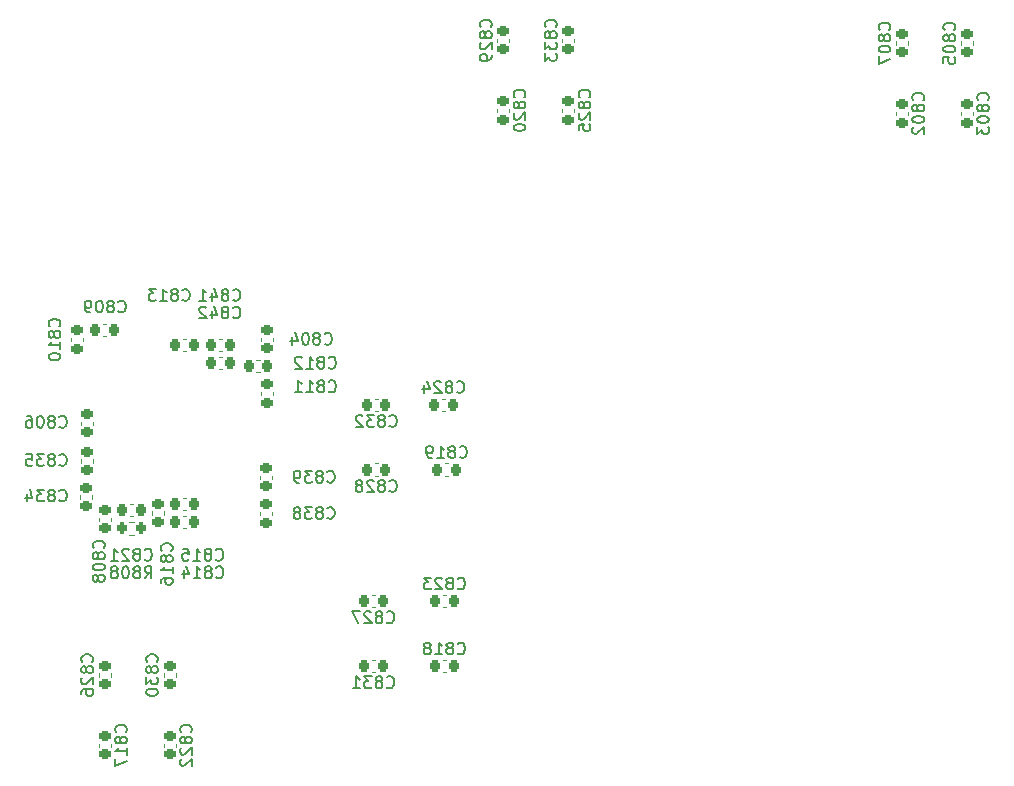
<source format=gbo>
G04 #@! TF.GenerationSoftware,KiCad,Pcbnew,7.0.10*
G04 #@! TF.CreationDate,2024-03-15T17:14:54-07:00*
G04 #@! TF.ProjectId,testboard,74657374-626f-4617-9264-2e6b69636164,rev?*
G04 #@! TF.SameCoordinates,Original*
G04 #@! TF.FileFunction,Legend,Bot*
G04 #@! TF.FilePolarity,Positive*
%FSLAX46Y46*%
G04 Gerber Fmt 4.6, Leading zero omitted, Abs format (unit mm)*
G04 Created by KiCad (PCBNEW 7.0.10) date 2024-03-15 17:14:54*
%MOMM*%
%LPD*%
G01*
G04 APERTURE LIST*
G04 Aperture macros list*
%AMRoundRect*
0 Rectangle with rounded corners*
0 $1 Rounding radius*
0 $2 $3 $4 $5 $6 $7 $8 $9 X,Y pos of 4 corners*
0 Add a 4 corners polygon primitive as box body*
4,1,4,$2,$3,$4,$5,$6,$7,$8,$9,$2,$3,0*
0 Add four circle primitives for the rounded corners*
1,1,$1+$1,$2,$3*
1,1,$1+$1,$4,$5*
1,1,$1+$1,$6,$7*
1,1,$1+$1,$8,$9*
0 Add four rect primitives between the rounded corners*
20,1,$1+$1,$2,$3,$4,$5,0*
20,1,$1+$1,$4,$5,$6,$7,0*
20,1,$1+$1,$6,$7,$8,$9,0*
20,1,$1+$1,$8,$9,$2,$3,0*%
G04 Aperture macros list end*
%ADD10C,0.150000*%
%ADD11C,0.120000*%
%ADD12C,3.200000*%
%ADD13O,1.600000X0.900000*%
%ADD14R,1.200000X1.200000*%
%ADD15C,1.200000*%
%ADD16R,1.600000X1.600000*%
%ADD17C,1.600000*%
%ADD18R,2.000000X4.600000*%
%ADD19O,2.000000X4.200000*%
%ADD20O,4.200000X2.000000*%
%ADD21R,1.422400X1.422400*%
%ADD22C,1.000000*%
%ADD23O,1.600000X1.600000*%
%ADD24C,4.000000*%
%ADD25C,2.000000*%
%ADD26R,1.800000X1.800000*%
%ADD27C,1.800000*%
%ADD28C,2.500000*%
%ADD29C,1.524000*%
%ADD30RoundRect,0.225000X0.250000X-0.225000X0.250000X0.225000X-0.250000X0.225000X-0.250000X-0.225000X0*%
%ADD31RoundRect,0.225000X-0.250000X0.225000X-0.250000X-0.225000X0.250000X-0.225000X0.250000X0.225000X0*%
%ADD32RoundRect,0.225000X0.225000X0.250000X-0.225000X0.250000X-0.225000X-0.250000X0.225000X-0.250000X0*%
%ADD33RoundRect,0.225000X-0.225000X-0.250000X0.225000X-0.250000X0.225000X0.250000X-0.225000X0.250000X0*%
%ADD34RoundRect,0.200000X0.200000X0.275000X-0.200000X0.275000X-0.200000X-0.275000X0.200000X-0.275000X0*%
G04 APERTURE END LIST*
D10*
X96909580Y-84005952D02*
X96957200Y-83958333D01*
X96957200Y-83958333D02*
X97004819Y-83815476D01*
X97004819Y-83815476D02*
X97004819Y-83720238D01*
X97004819Y-83720238D02*
X96957200Y-83577381D01*
X96957200Y-83577381D02*
X96861961Y-83482143D01*
X96861961Y-83482143D02*
X96766723Y-83434524D01*
X96766723Y-83434524D02*
X96576247Y-83386905D01*
X96576247Y-83386905D02*
X96433390Y-83386905D01*
X96433390Y-83386905D02*
X96242914Y-83434524D01*
X96242914Y-83434524D02*
X96147676Y-83482143D01*
X96147676Y-83482143D02*
X96052438Y-83577381D01*
X96052438Y-83577381D02*
X96004819Y-83720238D01*
X96004819Y-83720238D02*
X96004819Y-83815476D01*
X96004819Y-83815476D02*
X96052438Y-83958333D01*
X96052438Y-83958333D02*
X96100057Y-84005952D01*
X96433390Y-84577381D02*
X96385771Y-84482143D01*
X96385771Y-84482143D02*
X96338152Y-84434524D01*
X96338152Y-84434524D02*
X96242914Y-84386905D01*
X96242914Y-84386905D02*
X96195295Y-84386905D01*
X96195295Y-84386905D02*
X96100057Y-84434524D01*
X96100057Y-84434524D02*
X96052438Y-84482143D01*
X96052438Y-84482143D02*
X96004819Y-84577381D01*
X96004819Y-84577381D02*
X96004819Y-84767857D01*
X96004819Y-84767857D02*
X96052438Y-84863095D01*
X96052438Y-84863095D02*
X96100057Y-84910714D01*
X96100057Y-84910714D02*
X96195295Y-84958333D01*
X96195295Y-84958333D02*
X96242914Y-84958333D01*
X96242914Y-84958333D02*
X96338152Y-84910714D01*
X96338152Y-84910714D02*
X96385771Y-84863095D01*
X96385771Y-84863095D02*
X96433390Y-84767857D01*
X96433390Y-84767857D02*
X96433390Y-84577381D01*
X96433390Y-84577381D02*
X96481009Y-84482143D01*
X96481009Y-84482143D02*
X96528628Y-84434524D01*
X96528628Y-84434524D02*
X96623866Y-84386905D01*
X96623866Y-84386905D02*
X96814342Y-84386905D01*
X96814342Y-84386905D02*
X96909580Y-84434524D01*
X96909580Y-84434524D02*
X96957200Y-84482143D01*
X96957200Y-84482143D02*
X97004819Y-84577381D01*
X97004819Y-84577381D02*
X97004819Y-84767857D01*
X97004819Y-84767857D02*
X96957200Y-84863095D01*
X96957200Y-84863095D02*
X96909580Y-84910714D01*
X96909580Y-84910714D02*
X96814342Y-84958333D01*
X96814342Y-84958333D02*
X96623866Y-84958333D01*
X96623866Y-84958333D02*
X96528628Y-84910714D01*
X96528628Y-84910714D02*
X96481009Y-84863095D01*
X96481009Y-84863095D02*
X96433390Y-84767857D01*
X97004819Y-85910714D02*
X97004819Y-85339286D01*
X97004819Y-85625000D02*
X96004819Y-85625000D01*
X96004819Y-85625000D02*
X96147676Y-85529762D01*
X96147676Y-85529762D02*
X96242914Y-85434524D01*
X96242914Y-85434524D02*
X96290533Y-85339286D01*
X96004819Y-86767857D02*
X96004819Y-86577381D01*
X96004819Y-86577381D02*
X96052438Y-86482143D01*
X96052438Y-86482143D02*
X96100057Y-86434524D01*
X96100057Y-86434524D02*
X96242914Y-86339286D01*
X96242914Y-86339286D02*
X96433390Y-86291667D01*
X96433390Y-86291667D02*
X96814342Y-86291667D01*
X96814342Y-86291667D02*
X96909580Y-86339286D01*
X96909580Y-86339286D02*
X96957200Y-86386905D01*
X96957200Y-86386905D02*
X97004819Y-86482143D01*
X97004819Y-86482143D02*
X97004819Y-86672619D01*
X97004819Y-86672619D02*
X96957200Y-86767857D01*
X96957200Y-86767857D02*
X96909580Y-86815476D01*
X96909580Y-86815476D02*
X96814342Y-86863095D01*
X96814342Y-86863095D02*
X96576247Y-86863095D01*
X96576247Y-86863095D02*
X96481009Y-86815476D01*
X96481009Y-86815476D02*
X96433390Y-86767857D01*
X96433390Y-86767857D02*
X96385771Y-86672619D01*
X96385771Y-86672619D02*
X96385771Y-86482143D01*
X96385771Y-86482143D02*
X96433390Y-86386905D01*
X96433390Y-86386905D02*
X96481009Y-86339286D01*
X96481009Y-86339286D02*
X96576247Y-86291667D01*
X93039580Y-99355952D02*
X93087200Y-99308333D01*
X93087200Y-99308333D02*
X93134819Y-99165476D01*
X93134819Y-99165476D02*
X93134819Y-99070238D01*
X93134819Y-99070238D02*
X93087200Y-98927381D01*
X93087200Y-98927381D02*
X92991961Y-98832143D01*
X92991961Y-98832143D02*
X92896723Y-98784524D01*
X92896723Y-98784524D02*
X92706247Y-98736905D01*
X92706247Y-98736905D02*
X92563390Y-98736905D01*
X92563390Y-98736905D02*
X92372914Y-98784524D01*
X92372914Y-98784524D02*
X92277676Y-98832143D01*
X92277676Y-98832143D02*
X92182438Y-98927381D01*
X92182438Y-98927381D02*
X92134819Y-99070238D01*
X92134819Y-99070238D02*
X92134819Y-99165476D01*
X92134819Y-99165476D02*
X92182438Y-99308333D01*
X92182438Y-99308333D02*
X92230057Y-99355952D01*
X92563390Y-99927381D02*
X92515771Y-99832143D01*
X92515771Y-99832143D02*
X92468152Y-99784524D01*
X92468152Y-99784524D02*
X92372914Y-99736905D01*
X92372914Y-99736905D02*
X92325295Y-99736905D01*
X92325295Y-99736905D02*
X92230057Y-99784524D01*
X92230057Y-99784524D02*
X92182438Y-99832143D01*
X92182438Y-99832143D02*
X92134819Y-99927381D01*
X92134819Y-99927381D02*
X92134819Y-100117857D01*
X92134819Y-100117857D02*
X92182438Y-100213095D01*
X92182438Y-100213095D02*
X92230057Y-100260714D01*
X92230057Y-100260714D02*
X92325295Y-100308333D01*
X92325295Y-100308333D02*
X92372914Y-100308333D01*
X92372914Y-100308333D02*
X92468152Y-100260714D01*
X92468152Y-100260714D02*
X92515771Y-100213095D01*
X92515771Y-100213095D02*
X92563390Y-100117857D01*
X92563390Y-100117857D02*
X92563390Y-99927381D01*
X92563390Y-99927381D02*
X92611009Y-99832143D01*
X92611009Y-99832143D02*
X92658628Y-99784524D01*
X92658628Y-99784524D02*
X92753866Y-99736905D01*
X92753866Y-99736905D02*
X92944342Y-99736905D01*
X92944342Y-99736905D02*
X93039580Y-99784524D01*
X93039580Y-99784524D02*
X93087200Y-99832143D01*
X93087200Y-99832143D02*
X93134819Y-99927381D01*
X93134819Y-99927381D02*
X93134819Y-100117857D01*
X93134819Y-100117857D02*
X93087200Y-100213095D01*
X93087200Y-100213095D02*
X93039580Y-100260714D01*
X93039580Y-100260714D02*
X92944342Y-100308333D01*
X92944342Y-100308333D02*
X92753866Y-100308333D01*
X92753866Y-100308333D02*
X92658628Y-100260714D01*
X92658628Y-100260714D02*
X92611009Y-100213095D01*
X92611009Y-100213095D02*
X92563390Y-100117857D01*
X93134819Y-101260714D02*
X93134819Y-100689286D01*
X93134819Y-100975000D02*
X92134819Y-100975000D01*
X92134819Y-100975000D02*
X92277676Y-100879762D01*
X92277676Y-100879762D02*
X92372914Y-100784524D01*
X92372914Y-100784524D02*
X92420533Y-100689286D01*
X92134819Y-101594048D02*
X92134819Y-102260714D01*
X92134819Y-102260714D02*
X93134819Y-101832143D01*
X160539580Y-45855952D02*
X160587200Y-45808333D01*
X160587200Y-45808333D02*
X160634819Y-45665476D01*
X160634819Y-45665476D02*
X160634819Y-45570238D01*
X160634819Y-45570238D02*
X160587200Y-45427381D01*
X160587200Y-45427381D02*
X160491961Y-45332143D01*
X160491961Y-45332143D02*
X160396723Y-45284524D01*
X160396723Y-45284524D02*
X160206247Y-45236905D01*
X160206247Y-45236905D02*
X160063390Y-45236905D01*
X160063390Y-45236905D02*
X159872914Y-45284524D01*
X159872914Y-45284524D02*
X159777676Y-45332143D01*
X159777676Y-45332143D02*
X159682438Y-45427381D01*
X159682438Y-45427381D02*
X159634819Y-45570238D01*
X159634819Y-45570238D02*
X159634819Y-45665476D01*
X159634819Y-45665476D02*
X159682438Y-45808333D01*
X159682438Y-45808333D02*
X159730057Y-45855952D01*
X160063390Y-46427381D02*
X160015771Y-46332143D01*
X160015771Y-46332143D02*
X159968152Y-46284524D01*
X159968152Y-46284524D02*
X159872914Y-46236905D01*
X159872914Y-46236905D02*
X159825295Y-46236905D01*
X159825295Y-46236905D02*
X159730057Y-46284524D01*
X159730057Y-46284524D02*
X159682438Y-46332143D01*
X159682438Y-46332143D02*
X159634819Y-46427381D01*
X159634819Y-46427381D02*
X159634819Y-46617857D01*
X159634819Y-46617857D02*
X159682438Y-46713095D01*
X159682438Y-46713095D02*
X159730057Y-46760714D01*
X159730057Y-46760714D02*
X159825295Y-46808333D01*
X159825295Y-46808333D02*
X159872914Y-46808333D01*
X159872914Y-46808333D02*
X159968152Y-46760714D01*
X159968152Y-46760714D02*
X160015771Y-46713095D01*
X160015771Y-46713095D02*
X160063390Y-46617857D01*
X160063390Y-46617857D02*
X160063390Y-46427381D01*
X160063390Y-46427381D02*
X160111009Y-46332143D01*
X160111009Y-46332143D02*
X160158628Y-46284524D01*
X160158628Y-46284524D02*
X160253866Y-46236905D01*
X160253866Y-46236905D02*
X160444342Y-46236905D01*
X160444342Y-46236905D02*
X160539580Y-46284524D01*
X160539580Y-46284524D02*
X160587200Y-46332143D01*
X160587200Y-46332143D02*
X160634819Y-46427381D01*
X160634819Y-46427381D02*
X160634819Y-46617857D01*
X160634819Y-46617857D02*
X160587200Y-46713095D01*
X160587200Y-46713095D02*
X160539580Y-46760714D01*
X160539580Y-46760714D02*
X160444342Y-46808333D01*
X160444342Y-46808333D02*
X160253866Y-46808333D01*
X160253866Y-46808333D02*
X160158628Y-46760714D01*
X160158628Y-46760714D02*
X160111009Y-46713095D01*
X160111009Y-46713095D02*
X160063390Y-46617857D01*
X159634819Y-47427381D02*
X159634819Y-47522619D01*
X159634819Y-47522619D02*
X159682438Y-47617857D01*
X159682438Y-47617857D02*
X159730057Y-47665476D01*
X159730057Y-47665476D02*
X159825295Y-47713095D01*
X159825295Y-47713095D02*
X160015771Y-47760714D01*
X160015771Y-47760714D02*
X160253866Y-47760714D01*
X160253866Y-47760714D02*
X160444342Y-47713095D01*
X160444342Y-47713095D02*
X160539580Y-47665476D01*
X160539580Y-47665476D02*
X160587200Y-47617857D01*
X160587200Y-47617857D02*
X160634819Y-47522619D01*
X160634819Y-47522619D02*
X160634819Y-47427381D01*
X160634819Y-47427381D02*
X160587200Y-47332143D01*
X160587200Y-47332143D02*
X160539580Y-47284524D01*
X160539580Y-47284524D02*
X160444342Y-47236905D01*
X160444342Y-47236905D02*
X160253866Y-47189286D01*
X160253866Y-47189286D02*
X160015771Y-47189286D01*
X160015771Y-47189286D02*
X159825295Y-47236905D01*
X159825295Y-47236905D02*
X159730057Y-47284524D01*
X159730057Y-47284524D02*
X159682438Y-47332143D01*
X159682438Y-47332143D02*
X159634819Y-47427381D01*
X159730057Y-48141667D02*
X159682438Y-48189286D01*
X159682438Y-48189286D02*
X159634819Y-48284524D01*
X159634819Y-48284524D02*
X159634819Y-48522619D01*
X159634819Y-48522619D02*
X159682438Y-48617857D01*
X159682438Y-48617857D02*
X159730057Y-48665476D01*
X159730057Y-48665476D02*
X159825295Y-48713095D01*
X159825295Y-48713095D02*
X159920533Y-48713095D01*
X159920533Y-48713095D02*
X160063390Y-48665476D01*
X160063390Y-48665476D02*
X160634819Y-48094048D01*
X160634819Y-48094048D02*
X160634819Y-48713095D01*
X109869047Y-66459580D02*
X109916666Y-66507200D01*
X109916666Y-66507200D02*
X110059523Y-66554819D01*
X110059523Y-66554819D02*
X110154761Y-66554819D01*
X110154761Y-66554819D02*
X110297618Y-66507200D01*
X110297618Y-66507200D02*
X110392856Y-66411961D01*
X110392856Y-66411961D02*
X110440475Y-66316723D01*
X110440475Y-66316723D02*
X110488094Y-66126247D01*
X110488094Y-66126247D02*
X110488094Y-65983390D01*
X110488094Y-65983390D02*
X110440475Y-65792914D01*
X110440475Y-65792914D02*
X110392856Y-65697676D01*
X110392856Y-65697676D02*
X110297618Y-65602438D01*
X110297618Y-65602438D02*
X110154761Y-65554819D01*
X110154761Y-65554819D02*
X110059523Y-65554819D01*
X110059523Y-65554819D02*
X109916666Y-65602438D01*
X109916666Y-65602438D02*
X109869047Y-65650057D01*
X109297618Y-65983390D02*
X109392856Y-65935771D01*
X109392856Y-65935771D02*
X109440475Y-65888152D01*
X109440475Y-65888152D02*
X109488094Y-65792914D01*
X109488094Y-65792914D02*
X109488094Y-65745295D01*
X109488094Y-65745295D02*
X109440475Y-65650057D01*
X109440475Y-65650057D02*
X109392856Y-65602438D01*
X109392856Y-65602438D02*
X109297618Y-65554819D01*
X109297618Y-65554819D02*
X109107142Y-65554819D01*
X109107142Y-65554819D02*
X109011904Y-65602438D01*
X109011904Y-65602438D02*
X108964285Y-65650057D01*
X108964285Y-65650057D02*
X108916666Y-65745295D01*
X108916666Y-65745295D02*
X108916666Y-65792914D01*
X108916666Y-65792914D02*
X108964285Y-65888152D01*
X108964285Y-65888152D02*
X109011904Y-65935771D01*
X109011904Y-65935771D02*
X109107142Y-65983390D01*
X109107142Y-65983390D02*
X109297618Y-65983390D01*
X109297618Y-65983390D02*
X109392856Y-66031009D01*
X109392856Y-66031009D02*
X109440475Y-66078628D01*
X109440475Y-66078628D02*
X109488094Y-66173866D01*
X109488094Y-66173866D02*
X109488094Y-66364342D01*
X109488094Y-66364342D02*
X109440475Y-66459580D01*
X109440475Y-66459580D02*
X109392856Y-66507200D01*
X109392856Y-66507200D02*
X109297618Y-66554819D01*
X109297618Y-66554819D02*
X109107142Y-66554819D01*
X109107142Y-66554819D02*
X109011904Y-66507200D01*
X109011904Y-66507200D02*
X108964285Y-66459580D01*
X108964285Y-66459580D02*
X108916666Y-66364342D01*
X108916666Y-66364342D02*
X108916666Y-66173866D01*
X108916666Y-66173866D02*
X108964285Y-66078628D01*
X108964285Y-66078628D02*
X109011904Y-66031009D01*
X109011904Y-66031009D02*
X109107142Y-65983390D01*
X108297618Y-65554819D02*
X108202380Y-65554819D01*
X108202380Y-65554819D02*
X108107142Y-65602438D01*
X108107142Y-65602438D02*
X108059523Y-65650057D01*
X108059523Y-65650057D02*
X108011904Y-65745295D01*
X108011904Y-65745295D02*
X107964285Y-65935771D01*
X107964285Y-65935771D02*
X107964285Y-66173866D01*
X107964285Y-66173866D02*
X108011904Y-66364342D01*
X108011904Y-66364342D02*
X108059523Y-66459580D01*
X108059523Y-66459580D02*
X108107142Y-66507200D01*
X108107142Y-66507200D02*
X108202380Y-66554819D01*
X108202380Y-66554819D02*
X108297618Y-66554819D01*
X108297618Y-66554819D02*
X108392856Y-66507200D01*
X108392856Y-66507200D02*
X108440475Y-66459580D01*
X108440475Y-66459580D02*
X108488094Y-66364342D01*
X108488094Y-66364342D02*
X108535713Y-66173866D01*
X108535713Y-66173866D02*
X108535713Y-65935771D01*
X108535713Y-65935771D02*
X108488094Y-65745295D01*
X108488094Y-65745295D02*
X108440475Y-65650057D01*
X108440475Y-65650057D02*
X108392856Y-65602438D01*
X108392856Y-65602438D02*
X108297618Y-65554819D01*
X107107142Y-65888152D02*
X107107142Y-66554819D01*
X107345237Y-65507200D02*
X107583332Y-66221485D01*
X107583332Y-66221485D02*
X106964285Y-66221485D01*
X90179580Y-93405952D02*
X90227200Y-93358333D01*
X90227200Y-93358333D02*
X90274819Y-93215476D01*
X90274819Y-93215476D02*
X90274819Y-93120238D01*
X90274819Y-93120238D02*
X90227200Y-92977381D01*
X90227200Y-92977381D02*
X90131961Y-92882143D01*
X90131961Y-92882143D02*
X90036723Y-92834524D01*
X90036723Y-92834524D02*
X89846247Y-92786905D01*
X89846247Y-92786905D02*
X89703390Y-92786905D01*
X89703390Y-92786905D02*
X89512914Y-92834524D01*
X89512914Y-92834524D02*
X89417676Y-92882143D01*
X89417676Y-92882143D02*
X89322438Y-92977381D01*
X89322438Y-92977381D02*
X89274819Y-93120238D01*
X89274819Y-93120238D02*
X89274819Y-93215476D01*
X89274819Y-93215476D02*
X89322438Y-93358333D01*
X89322438Y-93358333D02*
X89370057Y-93405952D01*
X89703390Y-93977381D02*
X89655771Y-93882143D01*
X89655771Y-93882143D02*
X89608152Y-93834524D01*
X89608152Y-93834524D02*
X89512914Y-93786905D01*
X89512914Y-93786905D02*
X89465295Y-93786905D01*
X89465295Y-93786905D02*
X89370057Y-93834524D01*
X89370057Y-93834524D02*
X89322438Y-93882143D01*
X89322438Y-93882143D02*
X89274819Y-93977381D01*
X89274819Y-93977381D02*
X89274819Y-94167857D01*
X89274819Y-94167857D02*
X89322438Y-94263095D01*
X89322438Y-94263095D02*
X89370057Y-94310714D01*
X89370057Y-94310714D02*
X89465295Y-94358333D01*
X89465295Y-94358333D02*
X89512914Y-94358333D01*
X89512914Y-94358333D02*
X89608152Y-94310714D01*
X89608152Y-94310714D02*
X89655771Y-94263095D01*
X89655771Y-94263095D02*
X89703390Y-94167857D01*
X89703390Y-94167857D02*
X89703390Y-93977381D01*
X89703390Y-93977381D02*
X89751009Y-93882143D01*
X89751009Y-93882143D02*
X89798628Y-93834524D01*
X89798628Y-93834524D02*
X89893866Y-93786905D01*
X89893866Y-93786905D02*
X90084342Y-93786905D01*
X90084342Y-93786905D02*
X90179580Y-93834524D01*
X90179580Y-93834524D02*
X90227200Y-93882143D01*
X90227200Y-93882143D02*
X90274819Y-93977381D01*
X90274819Y-93977381D02*
X90274819Y-94167857D01*
X90274819Y-94167857D02*
X90227200Y-94263095D01*
X90227200Y-94263095D02*
X90179580Y-94310714D01*
X90179580Y-94310714D02*
X90084342Y-94358333D01*
X90084342Y-94358333D02*
X89893866Y-94358333D01*
X89893866Y-94358333D02*
X89798628Y-94310714D01*
X89798628Y-94310714D02*
X89751009Y-94263095D01*
X89751009Y-94263095D02*
X89703390Y-94167857D01*
X89370057Y-94739286D02*
X89322438Y-94786905D01*
X89322438Y-94786905D02*
X89274819Y-94882143D01*
X89274819Y-94882143D02*
X89274819Y-95120238D01*
X89274819Y-95120238D02*
X89322438Y-95215476D01*
X89322438Y-95215476D02*
X89370057Y-95263095D01*
X89370057Y-95263095D02*
X89465295Y-95310714D01*
X89465295Y-95310714D02*
X89560533Y-95310714D01*
X89560533Y-95310714D02*
X89703390Y-95263095D01*
X89703390Y-95263095D02*
X90274819Y-94691667D01*
X90274819Y-94691667D02*
X90274819Y-95310714D01*
X89274819Y-96167857D02*
X89274819Y-95977381D01*
X89274819Y-95977381D02*
X89322438Y-95882143D01*
X89322438Y-95882143D02*
X89370057Y-95834524D01*
X89370057Y-95834524D02*
X89512914Y-95739286D01*
X89512914Y-95739286D02*
X89703390Y-95691667D01*
X89703390Y-95691667D02*
X90084342Y-95691667D01*
X90084342Y-95691667D02*
X90179580Y-95739286D01*
X90179580Y-95739286D02*
X90227200Y-95786905D01*
X90227200Y-95786905D02*
X90274819Y-95882143D01*
X90274819Y-95882143D02*
X90274819Y-96072619D01*
X90274819Y-96072619D02*
X90227200Y-96167857D01*
X90227200Y-96167857D02*
X90179580Y-96215476D01*
X90179580Y-96215476D02*
X90084342Y-96263095D01*
X90084342Y-96263095D02*
X89846247Y-96263095D01*
X89846247Y-96263095D02*
X89751009Y-96215476D01*
X89751009Y-96215476D02*
X89703390Y-96167857D01*
X89703390Y-96167857D02*
X89655771Y-96072619D01*
X89655771Y-96072619D02*
X89655771Y-95882143D01*
X89655771Y-95882143D02*
X89703390Y-95786905D01*
X89703390Y-95786905D02*
X89751009Y-95739286D01*
X89751009Y-95739286D02*
X89846247Y-95691667D01*
X98539580Y-99355952D02*
X98587200Y-99308333D01*
X98587200Y-99308333D02*
X98634819Y-99165476D01*
X98634819Y-99165476D02*
X98634819Y-99070238D01*
X98634819Y-99070238D02*
X98587200Y-98927381D01*
X98587200Y-98927381D02*
X98491961Y-98832143D01*
X98491961Y-98832143D02*
X98396723Y-98784524D01*
X98396723Y-98784524D02*
X98206247Y-98736905D01*
X98206247Y-98736905D02*
X98063390Y-98736905D01*
X98063390Y-98736905D02*
X97872914Y-98784524D01*
X97872914Y-98784524D02*
X97777676Y-98832143D01*
X97777676Y-98832143D02*
X97682438Y-98927381D01*
X97682438Y-98927381D02*
X97634819Y-99070238D01*
X97634819Y-99070238D02*
X97634819Y-99165476D01*
X97634819Y-99165476D02*
X97682438Y-99308333D01*
X97682438Y-99308333D02*
X97730057Y-99355952D01*
X98063390Y-99927381D02*
X98015771Y-99832143D01*
X98015771Y-99832143D02*
X97968152Y-99784524D01*
X97968152Y-99784524D02*
X97872914Y-99736905D01*
X97872914Y-99736905D02*
X97825295Y-99736905D01*
X97825295Y-99736905D02*
X97730057Y-99784524D01*
X97730057Y-99784524D02*
X97682438Y-99832143D01*
X97682438Y-99832143D02*
X97634819Y-99927381D01*
X97634819Y-99927381D02*
X97634819Y-100117857D01*
X97634819Y-100117857D02*
X97682438Y-100213095D01*
X97682438Y-100213095D02*
X97730057Y-100260714D01*
X97730057Y-100260714D02*
X97825295Y-100308333D01*
X97825295Y-100308333D02*
X97872914Y-100308333D01*
X97872914Y-100308333D02*
X97968152Y-100260714D01*
X97968152Y-100260714D02*
X98015771Y-100213095D01*
X98015771Y-100213095D02*
X98063390Y-100117857D01*
X98063390Y-100117857D02*
X98063390Y-99927381D01*
X98063390Y-99927381D02*
X98111009Y-99832143D01*
X98111009Y-99832143D02*
X98158628Y-99784524D01*
X98158628Y-99784524D02*
X98253866Y-99736905D01*
X98253866Y-99736905D02*
X98444342Y-99736905D01*
X98444342Y-99736905D02*
X98539580Y-99784524D01*
X98539580Y-99784524D02*
X98587200Y-99832143D01*
X98587200Y-99832143D02*
X98634819Y-99927381D01*
X98634819Y-99927381D02*
X98634819Y-100117857D01*
X98634819Y-100117857D02*
X98587200Y-100213095D01*
X98587200Y-100213095D02*
X98539580Y-100260714D01*
X98539580Y-100260714D02*
X98444342Y-100308333D01*
X98444342Y-100308333D02*
X98253866Y-100308333D01*
X98253866Y-100308333D02*
X98158628Y-100260714D01*
X98158628Y-100260714D02*
X98111009Y-100213095D01*
X98111009Y-100213095D02*
X98063390Y-100117857D01*
X97730057Y-100689286D02*
X97682438Y-100736905D01*
X97682438Y-100736905D02*
X97634819Y-100832143D01*
X97634819Y-100832143D02*
X97634819Y-101070238D01*
X97634819Y-101070238D02*
X97682438Y-101165476D01*
X97682438Y-101165476D02*
X97730057Y-101213095D01*
X97730057Y-101213095D02*
X97825295Y-101260714D01*
X97825295Y-101260714D02*
X97920533Y-101260714D01*
X97920533Y-101260714D02*
X98063390Y-101213095D01*
X98063390Y-101213095D02*
X98634819Y-100641667D01*
X98634819Y-100641667D02*
X98634819Y-101260714D01*
X97730057Y-101641667D02*
X97682438Y-101689286D01*
X97682438Y-101689286D02*
X97634819Y-101784524D01*
X97634819Y-101784524D02*
X97634819Y-102022619D01*
X97634819Y-102022619D02*
X97682438Y-102117857D01*
X97682438Y-102117857D02*
X97730057Y-102165476D01*
X97730057Y-102165476D02*
X97825295Y-102213095D01*
X97825295Y-102213095D02*
X97920533Y-102213095D01*
X97920533Y-102213095D02*
X98063390Y-102165476D01*
X98063390Y-102165476D02*
X98634819Y-101594048D01*
X98634819Y-101594048D02*
X98634819Y-102213095D01*
X166039580Y-45855952D02*
X166087200Y-45808333D01*
X166087200Y-45808333D02*
X166134819Y-45665476D01*
X166134819Y-45665476D02*
X166134819Y-45570238D01*
X166134819Y-45570238D02*
X166087200Y-45427381D01*
X166087200Y-45427381D02*
X165991961Y-45332143D01*
X165991961Y-45332143D02*
X165896723Y-45284524D01*
X165896723Y-45284524D02*
X165706247Y-45236905D01*
X165706247Y-45236905D02*
X165563390Y-45236905D01*
X165563390Y-45236905D02*
X165372914Y-45284524D01*
X165372914Y-45284524D02*
X165277676Y-45332143D01*
X165277676Y-45332143D02*
X165182438Y-45427381D01*
X165182438Y-45427381D02*
X165134819Y-45570238D01*
X165134819Y-45570238D02*
X165134819Y-45665476D01*
X165134819Y-45665476D02*
X165182438Y-45808333D01*
X165182438Y-45808333D02*
X165230057Y-45855952D01*
X165563390Y-46427381D02*
X165515771Y-46332143D01*
X165515771Y-46332143D02*
X165468152Y-46284524D01*
X165468152Y-46284524D02*
X165372914Y-46236905D01*
X165372914Y-46236905D02*
X165325295Y-46236905D01*
X165325295Y-46236905D02*
X165230057Y-46284524D01*
X165230057Y-46284524D02*
X165182438Y-46332143D01*
X165182438Y-46332143D02*
X165134819Y-46427381D01*
X165134819Y-46427381D02*
X165134819Y-46617857D01*
X165134819Y-46617857D02*
X165182438Y-46713095D01*
X165182438Y-46713095D02*
X165230057Y-46760714D01*
X165230057Y-46760714D02*
X165325295Y-46808333D01*
X165325295Y-46808333D02*
X165372914Y-46808333D01*
X165372914Y-46808333D02*
X165468152Y-46760714D01*
X165468152Y-46760714D02*
X165515771Y-46713095D01*
X165515771Y-46713095D02*
X165563390Y-46617857D01*
X165563390Y-46617857D02*
X165563390Y-46427381D01*
X165563390Y-46427381D02*
X165611009Y-46332143D01*
X165611009Y-46332143D02*
X165658628Y-46284524D01*
X165658628Y-46284524D02*
X165753866Y-46236905D01*
X165753866Y-46236905D02*
X165944342Y-46236905D01*
X165944342Y-46236905D02*
X166039580Y-46284524D01*
X166039580Y-46284524D02*
X166087200Y-46332143D01*
X166087200Y-46332143D02*
X166134819Y-46427381D01*
X166134819Y-46427381D02*
X166134819Y-46617857D01*
X166134819Y-46617857D02*
X166087200Y-46713095D01*
X166087200Y-46713095D02*
X166039580Y-46760714D01*
X166039580Y-46760714D02*
X165944342Y-46808333D01*
X165944342Y-46808333D02*
X165753866Y-46808333D01*
X165753866Y-46808333D02*
X165658628Y-46760714D01*
X165658628Y-46760714D02*
X165611009Y-46713095D01*
X165611009Y-46713095D02*
X165563390Y-46617857D01*
X165134819Y-47427381D02*
X165134819Y-47522619D01*
X165134819Y-47522619D02*
X165182438Y-47617857D01*
X165182438Y-47617857D02*
X165230057Y-47665476D01*
X165230057Y-47665476D02*
X165325295Y-47713095D01*
X165325295Y-47713095D02*
X165515771Y-47760714D01*
X165515771Y-47760714D02*
X165753866Y-47760714D01*
X165753866Y-47760714D02*
X165944342Y-47713095D01*
X165944342Y-47713095D02*
X166039580Y-47665476D01*
X166039580Y-47665476D02*
X166087200Y-47617857D01*
X166087200Y-47617857D02*
X166134819Y-47522619D01*
X166134819Y-47522619D02*
X166134819Y-47427381D01*
X166134819Y-47427381D02*
X166087200Y-47332143D01*
X166087200Y-47332143D02*
X166039580Y-47284524D01*
X166039580Y-47284524D02*
X165944342Y-47236905D01*
X165944342Y-47236905D02*
X165753866Y-47189286D01*
X165753866Y-47189286D02*
X165515771Y-47189286D01*
X165515771Y-47189286D02*
X165325295Y-47236905D01*
X165325295Y-47236905D02*
X165230057Y-47284524D01*
X165230057Y-47284524D02*
X165182438Y-47332143D01*
X165182438Y-47332143D02*
X165134819Y-47427381D01*
X165134819Y-48094048D02*
X165134819Y-48713095D01*
X165134819Y-48713095D02*
X165515771Y-48379762D01*
X165515771Y-48379762D02*
X165515771Y-48522619D01*
X165515771Y-48522619D02*
X165563390Y-48617857D01*
X165563390Y-48617857D02*
X165611009Y-48665476D01*
X165611009Y-48665476D02*
X165706247Y-48713095D01*
X165706247Y-48713095D02*
X165944342Y-48713095D01*
X165944342Y-48713095D02*
X166039580Y-48665476D01*
X166039580Y-48665476D02*
X166087200Y-48617857D01*
X166087200Y-48617857D02*
X166134819Y-48522619D01*
X166134819Y-48522619D02*
X166134819Y-48236905D01*
X166134819Y-48236905D02*
X166087200Y-48141667D01*
X166087200Y-48141667D02*
X166039580Y-48094048D01*
X87419047Y-73484580D02*
X87466666Y-73532200D01*
X87466666Y-73532200D02*
X87609523Y-73579819D01*
X87609523Y-73579819D02*
X87704761Y-73579819D01*
X87704761Y-73579819D02*
X87847618Y-73532200D01*
X87847618Y-73532200D02*
X87942856Y-73436961D01*
X87942856Y-73436961D02*
X87990475Y-73341723D01*
X87990475Y-73341723D02*
X88038094Y-73151247D01*
X88038094Y-73151247D02*
X88038094Y-73008390D01*
X88038094Y-73008390D02*
X87990475Y-72817914D01*
X87990475Y-72817914D02*
X87942856Y-72722676D01*
X87942856Y-72722676D02*
X87847618Y-72627438D01*
X87847618Y-72627438D02*
X87704761Y-72579819D01*
X87704761Y-72579819D02*
X87609523Y-72579819D01*
X87609523Y-72579819D02*
X87466666Y-72627438D01*
X87466666Y-72627438D02*
X87419047Y-72675057D01*
X86847618Y-73008390D02*
X86942856Y-72960771D01*
X86942856Y-72960771D02*
X86990475Y-72913152D01*
X86990475Y-72913152D02*
X87038094Y-72817914D01*
X87038094Y-72817914D02*
X87038094Y-72770295D01*
X87038094Y-72770295D02*
X86990475Y-72675057D01*
X86990475Y-72675057D02*
X86942856Y-72627438D01*
X86942856Y-72627438D02*
X86847618Y-72579819D01*
X86847618Y-72579819D02*
X86657142Y-72579819D01*
X86657142Y-72579819D02*
X86561904Y-72627438D01*
X86561904Y-72627438D02*
X86514285Y-72675057D01*
X86514285Y-72675057D02*
X86466666Y-72770295D01*
X86466666Y-72770295D02*
X86466666Y-72817914D01*
X86466666Y-72817914D02*
X86514285Y-72913152D01*
X86514285Y-72913152D02*
X86561904Y-72960771D01*
X86561904Y-72960771D02*
X86657142Y-73008390D01*
X86657142Y-73008390D02*
X86847618Y-73008390D01*
X86847618Y-73008390D02*
X86942856Y-73056009D01*
X86942856Y-73056009D02*
X86990475Y-73103628D01*
X86990475Y-73103628D02*
X87038094Y-73198866D01*
X87038094Y-73198866D02*
X87038094Y-73389342D01*
X87038094Y-73389342D02*
X86990475Y-73484580D01*
X86990475Y-73484580D02*
X86942856Y-73532200D01*
X86942856Y-73532200D02*
X86847618Y-73579819D01*
X86847618Y-73579819D02*
X86657142Y-73579819D01*
X86657142Y-73579819D02*
X86561904Y-73532200D01*
X86561904Y-73532200D02*
X86514285Y-73484580D01*
X86514285Y-73484580D02*
X86466666Y-73389342D01*
X86466666Y-73389342D02*
X86466666Y-73198866D01*
X86466666Y-73198866D02*
X86514285Y-73103628D01*
X86514285Y-73103628D02*
X86561904Y-73056009D01*
X86561904Y-73056009D02*
X86657142Y-73008390D01*
X85847618Y-72579819D02*
X85752380Y-72579819D01*
X85752380Y-72579819D02*
X85657142Y-72627438D01*
X85657142Y-72627438D02*
X85609523Y-72675057D01*
X85609523Y-72675057D02*
X85561904Y-72770295D01*
X85561904Y-72770295D02*
X85514285Y-72960771D01*
X85514285Y-72960771D02*
X85514285Y-73198866D01*
X85514285Y-73198866D02*
X85561904Y-73389342D01*
X85561904Y-73389342D02*
X85609523Y-73484580D01*
X85609523Y-73484580D02*
X85657142Y-73532200D01*
X85657142Y-73532200D02*
X85752380Y-73579819D01*
X85752380Y-73579819D02*
X85847618Y-73579819D01*
X85847618Y-73579819D02*
X85942856Y-73532200D01*
X85942856Y-73532200D02*
X85990475Y-73484580D01*
X85990475Y-73484580D02*
X86038094Y-73389342D01*
X86038094Y-73389342D02*
X86085713Y-73198866D01*
X86085713Y-73198866D02*
X86085713Y-72960771D01*
X86085713Y-72960771D02*
X86038094Y-72770295D01*
X86038094Y-72770295D02*
X85990475Y-72675057D01*
X85990475Y-72675057D02*
X85942856Y-72627438D01*
X85942856Y-72627438D02*
X85847618Y-72579819D01*
X84657142Y-72579819D02*
X84847618Y-72579819D01*
X84847618Y-72579819D02*
X84942856Y-72627438D01*
X84942856Y-72627438D02*
X84990475Y-72675057D01*
X84990475Y-72675057D02*
X85085713Y-72817914D01*
X85085713Y-72817914D02*
X85133332Y-73008390D01*
X85133332Y-73008390D02*
X85133332Y-73389342D01*
X85133332Y-73389342D02*
X85085713Y-73484580D01*
X85085713Y-73484580D02*
X85038094Y-73532200D01*
X85038094Y-73532200D02*
X84942856Y-73579819D01*
X84942856Y-73579819D02*
X84752380Y-73579819D01*
X84752380Y-73579819D02*
X84657142Y-73532200D01*
X84657142Y-73532200D02*
X84609523Y-73484580D01*
X84609523Y-73484580D02*
X84561904Y-73389342D01*
X84561904Y-73389342D02*
X84561904Y-73151247D01*
X84561904Y-73151247D02*
X84609523Y-73056009D01*
X84609523Y-73056009D02*
X84657142Y-73008390D01*
X84657142Y-73008390D02*
X84752380Y-72960771D01*
X84752380Y-72960771D02*
X84942856Y-72960771D01*
X84942856Y-72960771D02*
X85038094Y-73008390D01*
X85038094Y-73008390D02*
X85085713Y-73056009D01*
X85085713Y-73056009D02*
X85133332Y-73151247D01*
X87409579Y-65005953D02*
X87457199Y-64958334D01*
X87457199Y-64958334D02*
X87504818Y-64815477D01*
X87504818Y-64815477D02*
X87504818Y-64720239D01*
X87504818Y-64720239D02*
X87457199Y-64577382D01*
X87457199Y-64577382D02*
X87361960Y-64482144D01*
X87361960Y-64482144D02*
X87266722Y-64434525D01*
X87266722Y-64434525D02*
X87076246Y-64386906D01*
X87076246Y-64386906D02*
X86933389Y-64386906D01*
X86933389Y-64386906D02*
X86742913Y-64434525D01*
X86742913Y-64434525D02*
X86647675Y-64482144D01*
X86647675Y-64482144D02*
X86552437Y-64577382D01*
X86552437Y-64577382D02*
X86504818Y-64720239D01*
X86504818Y-64720239D02*
X86504818Y-64815477D01*
X86504818Y-64815477D02*
X86552437Y-64958334D01*
X86552437Y-64958334D02*
X86600056Y-65005953D01*
X86933389Y-65577382D02*
X86885770Y-65482144D01*
X86885770Y-65482144D02*
X86838151Y-65434525D01*
X86838151Y-65434525D02*
X86742913Y-65386906D01*
X86742913Y-65386906D02*
X86695294Y-65386906D01*
X86695294Y-65386906D02*
X86600056Y-65434525D01*
X86600056Y-65434525D02*
X86552437Y-65482144D01*
X86552437Y-65482144D02*
X86504818Y-65577382D01*
X86504818Y-65577382D02*
X86504818Y-65767858D01*
X86504818Y-65767858D02*
X86552437Y-65863096D01*
X86552437Y-65863096D02*
X86600056Y-65910715D01*
X86600056Y-65910715D02*
X86695294Y-65958334D01*
X86695294Y-65958334D02*
X86742913Y-65958334D01*
X86742913Y-65958334D02*
X86838151Y-65910715D01*
X86838151Y-65910715D02*
X86885770Y-65863096D01*
X86885770Y-65863096D02*
X86933389Y-65767858D01*
X86933389Y-65767858D02*
X86933389Y-65577382D01*
X86933389Y-65577382D02*
X86981008Y-65482144D01*
X86981008Y-65482144D02*
X87028627Y-65434525D01*
X87028627Y-65434525D02*
X87123865Y-65386906D01*
X87123865Y-65386906D02*
X87314341Y-65386906D01*
X87314341Y-65386906D02*
X87409579Y-65434525D01*
X87409579Y-65434525D02*
X87457199Y-65482144D01*
X87457199Y-65482144D02*
X87504818Y-65577382D01*
X87504818Y-65577382D02*
X87504818Y-65767858D01*
X87504818Y-65767858D02*
X87457199Y-65863096D01*
X87457199Y-65863096D02*
X87409579Y-65910715D01*
X87409579Y-65910715D02*
X87314341Y-65958334D01*
X87314341Y-65958334D02*
X87123865Y-65958334D01*
X87123865Y-65958334D02*
X87028627Y-65910715D01*
X87028627Y-65910715D02*
X86981008Y-65863096D01*
X86981008Y-65863096D02*
X86933389Y-65767858D01*
X87504818Y-66910715D02*
X87504818Y-66339287D01*
X87504818Y-66625001D02*
X86504818Y-66625001D01*
X86504818Y-66625001D02*
X86647675Y-66529763D01*
X86647675Y-66529763D02*
X86742913Y-66434525D01*
X86742913Y-66434525D02*
X86790532Y-66339287D01*
X86504818Y-67529763D02*
X86504818Y-67625001D01*
X86504818Y-67625001D02*
X86552437Y-67720239D01*
X86552437Y-67720239D02*
X86600056Y-67767858D01*
X86600056Y-67767858D02*
X86695294Y-67815477D01*
X86695294Y-67815477D02*
X86885770Y-67863096D01*
X86885770Y-67863096D02*
X87123865Y-67863096D01*
X87123865Y-67863096D02*
X87314341Y-67815477D01*
X87314341Y-67815477D02*
X87409579Y-67767858D01*
X87409579Y-67767858D02*
X87457199Y-67720239D01*
X87457199Y-67720239D02*
X87504818Y-67625001D01*
X87504818Y-67625001D02*
X87504818Y-67529763D01*
X87504818Y-67529763D02*
X87457199Y-67434525D01*
X87457199Y-67434525D02*
X87409579Y-67386906D01*
X87409579Y-67386906D02*
X87314341Y-67339287D01*
X87314341Y-67339287D02*
X87123865Y-67291668D01*
X87123865Y-67291668D02*
X86885770Y-67291668D01*
X86885770Y-67291668D02*
X86695294Y-67339287D01*
X86695294Y-67339287D02*
X86600056Y-67386906D01*
X86600056Y-67386906D02*
X86552437Y-67434525D01*
X86552437Y-67434525D02*
X86504818Y-67529763D01*
X121144047Y-92679580D02*
X121191666Y-92727200D01*
X121191666Y-92727200D02*
X121334523Y-92774819D01*
X121334523Y-92774819D02*
X121429761Y-92774819D01*
X121429761Y-92774819D02*
X121572618Y-92727200D01*
X121572618Y-92727200D02*
X121667856Y-92631961D01*
X121667856Y-92631961D02*
X121715475Y-92536723D01*
X121715475Y-92536723D02*
X121763094Y-92346247D01*
X121763094Y-92346247D02*
X121763094Y-92203390D01*
X121763094Y-92203390D02*
X121715475Y-92012914D01*
X121715475Y-92012914D02*
X121667856Y-91917676D01*
X121667856Y-91917676D02*
X121572618Y-91822438D01*
X121572618Y-91822438D02*
X121429761Y-91774819D01*
X121429761Y-91774819D02*
X121334523Y-91774819D01*
X121334523Y-91774819D02*
X121191666Y-91822438D01*
X121191666Y-91822438D02*
X121144047Y-91870057D01*
X120572618Y-92203390D02*
X120667856Y-92155771D01*
X120667856Y-92155771D02*
X120715475Y-92108152D01*
X120715475Y-92108152D02*
X120763094Y-92012914D01*
X120763094Y-92012914D02*
X120763094Y-91965295D01*
X120763094Y-91965295D02*
X120715475Y-91870057D01*
X120715475Y-91870057D02*
X120667856Y-91822438D01*
X120667856Y-91822438D02*
X120572618Y-91774819D01*
X120572618Y-91774819D02*
X120382142Y-91774819D01*
X120382142Y-91774819D02*
X120286904Y-91822438D01*
X120286904Y-91822438D02*
X120239285Y-91870057D01*
X120239285Y-91870057D02*
X120191666Y-91965295D01*
X120191666Y-91965295D02*
X120191666Y-92012914D01*
X120191666Y-92012914D02*
X120239285Y-92108152D01*
X120239285Y-92108152D02*
X120286904Y-92155771D01*
X120286904Y-92155771D02*
X120382142Y-92203390D01*
X120382142Y-92203390D02*
X120572618Y-92203390D01*
X120572618Y-92203390D02*
X120667856Y-92251009D01*
X120667856Y-92251009D02*
X120715475Y-92298628D01*
X120715475Y-92298628D02*
X120763094Y-92393866D01*
X120763094Y-92393866D02*
X120763094Y-92584342D01*
X120763094Y-92584342D02*
X120715475Y-92679580D01*
X120715475Y-92679580D02*
X120667856Y-92727200D01*
X120667856Y-92727200D02*
X120572618Y-92774819D01*
X120572618Y-92774819D02*
X120382142Y-92774819D01*
X120382142Y-92774819D02*
X120286904Y-92727200D01*
X120286904Y-92727200D02*
X120239285Y-92679580D01*
X120239285Y-92679580D02*
X120191666Y-92584342D01*
X120191666Y-92584342D02*
X120191666Y-92393866D01*
X120191666Y-92393866D02*
X120239285Y-92298628D01*
X120239285Y-92298628D02*
X120286904Y-92251009D01*
X120286904Y-92251009D02*
X120382142Y-92203390D01*
X119239285Y-92774819D02*
X119810713Y-92774819D01*
X119524999Y-92774819D02*
X119524999Y-91774819D01*
X119524999Y-91774819D02*
X119620237Y-91917676D01*
X119620237Y-91917676D02*
X119715475Y-92012914D01*
X119715475Y-92012914D02*
X119810713Y-92060533D01*
X118667856Y-92203390D02*
X118763094Y-92155771D01*
X118763094Y-92155771D02*
X118810713Y-92108152D01*
X118810713Y-92108152D02*
X118858332Y-92012914D01*
X118858332Y-92012914D02*
X118858332Y-91965295D01*
X118858332Y-91965295D02*
X118810713Y-91870057D01*
X118810713Y-91870057D02*
X118763094Y-91822438D01*
X118763094Y-91822438D02*
X118667856Y-91774819D01*
X118667856Y-91774819D02*
X118477380Y-91774819D01*
X118477380Y-91774819D02*
X118382142Y-91822438D01*
X118382142Y-91822438D02*
X118334523Y-91870057D01*
X118334523Y-91870057D02*
X118286904Y-91965295D01*
X118286904Y-91965295D02*
X118286904Y-92012914D01*
X118286904Y-92012914D02*
X118334523Y-92108152D01*
X118334523Y-92108152D02*
X118382142Y-92155771D01*
X118382142Y-92155771D02*
X118477380Y-92203390D01*
X118477380Y-92203390D02*
X118667856Y-92203390D01*
X118667856Y-92203390D02*
X118763094Y-92251009D01*
X118763094Y-92251009D02*
X118810713Y-92298628D01*
X118810713Y-92298628D02*
X118858332Y-92393866D01*
X118858332Y-92393866D02*
X118858332Y-92584342D01*
X118858332Y-92584342D02*
X118810713Y-92679580D01*
X118810713Y-92679580D02*
X118763094Y-92727200D01*
X118763094Y-92727200D02*
X118667856Y-92774819D01*
X118667856Y-92774819D02*
X118477380Y-92774819D01*
X118477380Y-92774819D02*
X118382142Y-92727200D01*
X118382142Y-92727200D02*
X118334523Y-92679580D01*
X118334523Y-92679580D02*
X118286904Y-92584342D01*
X118286904Y-92584342D02*
X118286904Y-92393866D01*
X118286904Y-92393866D02*
X118334523Y-92298628D01*
X118334523Y-92298628D02*
X118382142Y-92251009D01*
X118382142Y-92251009D02*
X118477380Y-92203390D01*
X95679580Y-93405952D02*
X95727200Y-93358333D01*
X95727200Y-93358333D02*
X95774819Y-93215476D01*
X95774819Y-93215476D02*
X95774819Y-93120238D01*
X95774819Y-93120238D02*
X95727200Y-92977381D01*
X95727200Y-92977381D02*
X95631961Y-92882143D01*
X95631961Y-92882143D02*
X95536723Y-92834524D01*
X95536723Y-92834524D02*
X95346247Y-92786905D01*
X95346247Y-92786905D02*
X95203390Y-92786905D01*
X95203390Y-92786905D02*
X95012914Y-92834524D01*
X95012914Y-92834524D02*
X94917676Y-92882143D01*
X94917676Y-92882143D02*
X94822438Y-92977381D01*
X94822438Y-92977381D02*
X94774819Y-93120238D01*
X94774819Y-93120238D02*
X94774819Y-93215476D01*
X94774819Y-93215476D02*
X94822438Y-93358333D01*
X94822438Y-93358333D02*
X94870057Y-93405952D01*
X95203390Y-93977381D02*
X95155771Y-93882143D01*
X95155771Y-93882143D02*
X95108152Y-93834524D01*
X95108152Y-93834524D02*
X95012914Y-93786905D01*
X95012914Y-93786905D02*
X94965295Y-93786905D01*
X94965295Y-93786905D02*
X94870057Y-93834524D01*
X94870057Y-93834524D02*
X94822438Y-93882143D01*
X94822438Y-93882143D02*
X94774819Y-93977381D01*
X94774819Y-93977381D02*
X94774819Y-94167857D01*
X94774819Y-94167857D02*
X94822438Y-94263095D01*
X94822438Y-94263095D02*
X94870057Y-94310714D01*
X94870057Y-94310714D02*
X94965295Y-94358333D01*
X94965295Y-94358333D02*
X95012914Y-94358333D01*
X95012914Y-94358333D02*
X95108152Y-94310714D01*
X95108152Y-94310714D02*
X95155771Y-94263095D01*
X95155771Y-94263095D02*
X95203390Y-94167857D01*
X95203390Y-94167857D02*
X95203390Y-93977381D01*
X95203390Y-93977381D02*
X95251009Y-93882143D01*
X95251009Y-93882143D02*
X95298628Y-93834524D01*
X95298628Y-93834524D02*
X95393866Y-93786905D01*
X95393866Y-93786905D02*
X95584342Y-93786905D01*
X95584342Y-93786905D02*
X95679580Y-93834524D01*
X95679580Y-93834524D02*
X95727200Y-93882143D01*
X95727200Y-93882143D02*
X95774819Y-93977381D01*
X95774819Y-93977381D02*
X95774819Y-94167857D01*
X95774819Y-94167857D02*
X95727200Y-94263095D01*
X95727200Y-94263095D02*
X95679580Y-94310714D01*
X95679580Y-94310714D02*
X95584342Y-94358333D01*
X95584342Y-94358333D02*
X95393866Y-94358333D01*
X95393866Y-94358333D02*
X95298628Y-94310714D01*
X95298628Y-94310714D02*
X95251009Y-94263095D01*
X95251009Y-94263095D02*
X95203390Y-94167857D01*
X94774819Y-94691667D02*
X94774819Y-95310714D01*
X94774819Y-95310714D02*
X95155771Y-94977381D01*
X95155771Y-94977381D02*
X95155771Y-95120238D01*
X95155771Y-95120238D02*
X95203390Y-95215476D01*
X95203390Y-95215476D02*
X95251009Y-95263095D01*
X95251009Y-95263095D02*
X95346247Y-95310714D01*
X95346247Y-95310714D02*
X95584342Y-95310714D01*
X95584342Y-95310714D02*
X95679580Y-95263095D01*
X95679580Y-95263095D02*
X95727200Y-95215476D01*
X95727200Y-95215476D02*
X95774819Y-95120238D01*
X95774819Y-95120238D02*
X95774819Y-94834524D01*
X95774819Y-94834524D02*
X95727200Y-94739286D01*
X95727200Y-94739286D02*
X95679580Y-94691667D01*
X94774819Y-95929762D02*
X94774819Y-96025000D01*
X94774819Y-96025000D02*
X94822438Y-96120238D01*
X94822438Y-96120238D02*
X94870057Y-96167857D01*
X94870057Y-96167857D02*
X94965295Y-96215476D01*
X94965295Y-96215476D02*
X95155771Y-96263095D01*
X95155771Y-96263095D02*
X95393866Y-96263095D01*
X95393866Y-96263095D02*
X95584342Y-96215476D01*
X95584342Y-96215476D02*
X95679580Y-96167857D01*
X95679580Y-96167857D02*
X95727200Y-96120238D01*
X95727200Y-96120238D02*
X95774819Y-96025000D01*
X95774819Y-96025000D02*
X95774819Y-95929762D01*
X95774819Y-95929762D02*
X95727200Y-95834524D01*
X95727200Y-95834524D02*
X95679580Y-95786905D01*
X95679580Y-95786905D02*
X95584342Y-95739286D01*
X95584342Y-95739286D02*
X95393866Y-95691667D01*
X95393866Y-95691667D02*
X95155771Y-95691667D01*
X95155771Y-95691667D02*
X94965295Y-95739286D01*
X94965295Y-95739286D02*
X94870057Y-95786905D01*
X94870057Y-95786905D02*
X94822438Y-95834524D01*
X94822438Y-95834524D02*
X94774819Y-95929762D01*
X97839547Y-62743580D02*
X97887166Y-62791200D01*
X97887166Y-62791200D02*
X98030023Y-62838819D01*
X98030023Y-62838819D02*
X98125261Y-62838819D01*
X98125261Y-62838819D02*
X98268118Y-62791200D01*
X98268118Y-62791200D02*
X98363356Y-62695961D01*
X98363356Y-62695961D02*
X98410975Y-62600723D01*
X98410975Y-62600723D02*
X98458594Y-62410247D01*
X98458594Y-62410247D02*
X98458594Y-62267390D01*
X98458594Y-62267390D02*
X98410975Y-62076914D01*
X98410975Y-62076914D02*
X98363356Y-61981676D01*
X98363356Y-61981676D02*
X98268118Y-61886438D01*
X98268118Y-61886438D02*
X98125261Y-61838819D01*
X98125261Y-61838819D02*
X98030023Y-61838819D01*
X98030023Y-61838819D02*
X97887166Y-61886438D01*
X97887166Y-61886438D02*
X97839547Y-61934057D01*
X97268118Y-62267390D02*
X97363356Y-62219771D01*
X97363356Y-62219771D02*
X97410975Y-62172152D01*
X97410975Y-62172152D02*
X97458594Y-62076914D01*
X97458594Y-62076914D02*
X97458594Y-62029295D01*
X97458594Y-62029295D02*
X97410975Y-61934057D01*
X97410975Y-61934057D02*
X97363356Y-61886438D01*
X97363356Y-61886438D02*
X97268118Y-61838819D01*
X97268118Y-61838819D02*
X97077642Y-61838819D01*
X97077642Y-61838819D02*
X96982404Y-61886438D01*
X96982404Y-61886438D02*
X96934785Y-61934057D01*
X96934785Y-61934057D02*
X96887166Y-62029295D01*
X96887166Y-62029295D02*
X96887166Y-62076914D01*
X96887166Y-62076914D02*
X96934785Y-62172152D01*
X96934785Y-62172152D02*
X96982404Y-62219771D01*
X96982404Y-62219771D02*
X97077642Y-62267390D01*
X97077642Y-62267390D02*
X97268118Y-62267390D01*
X97268118Y-62267390D02*
X97363356Y-62315009D01*
X97363356Y-62315009D02*
X97410975Y-62362628D01*
X97410975Y-62362628D02*
X97458594Y-62457866D01*
X97458594Y-62457866D02*
X97458594Y-62648342D01*
X97458594Y-62648342D02*
X97410975Y-62743580D01*
X97410975Y-62743580D02*
X97363356Y-62791200D01*
X97363356Y-62791200D02*
X97268118Y-62838819D01*
X97268118Y-62838819D02*
X97077642Y-62838819D01*
X97077642Y-62838819D02*
X96982404Y-62791200D01*
X96982404Y-62791200D02*
X96934785Y-62743580D01*
X96934785Y-62743580D02*
X96887166Y-62648342D01*
X96887166Y-62648342D02*
X96887166Y-62457866D01*
X96887166Y-62457866D02*
X96934785Y-62362628D01*
X96934785Y-62362628D02*
X96982404Y-62315009D01*
X96982404Y-62315009D02*
X97077642Y-62267390D01*
X95934785Y-62838819D02*
X96506213Y-62838819D01*
X96220499Y-62838819D02*
X96220499Y-61838819D01*
X96220499Y-61838819D02*
X96315737Y-61981676D01*
X96315737Y-61981676D02*
X96410975Y-62076914D01*
X96410975Y-62076914D02*
X96506213Y-62124533D01*
X95601451Y-61838819D02*
X94982404Y-61838819D01*
X94982404Y-61838819D02*
X95315737Y-62219771D01*
X95315737Y-62219771D02*
X95172880Y-62219771D01*
X95172880Y-62219771D02*
X95077642Y-62267390D01*
X95077642Y-62267390D02*
X95030023Y-62315009D01*
X95030023Y-62315009D02*
X94982404Y-62410247D01*
X94982404Y-62410247D02*
X94982404Y-62648342D01*
X94982404Y-62648342D02*
X95030023Y-62743580D01*
X95030023Y-62743580D02*
X95077642Y-62791200D01*
X95077642Y-62791200D02*
X95172880Y-62838819D01*
X95172880Y-62838819D02*
X95458594Y-62838819D01*
X95458594Y-62838819D02*
X95553832Y-62791200D01*
X95553832Y-62791200D02*
X95601451Y-62743580D01*
X163179580Y-39905952D02*
X163227200Y-39858333D01*
X163227200Y-39858333D02*
X163274819Y-39715476D01*
X163274819Y-39715476D02*
X163274819Y-39620238D01*
X163274819Y-39620238D02*
X163227200Y-39477381D01*
X163227200Y-39477381D02*
X163131961Y-39382143D01*
X163131961Y-39382143D02*
X163036723Y-39334524D01*
X163036723Y-39334524D02*
X162846247Y-39286905D01*
X162846247Y-39286905D02*
X162703390Y-39286905D01*
X162703390Y-39286905D02*
X162512914Y-39334524D01*
X162512914Y-39334524D02*
X162417676Y-39382143D01*
X162417676Y-39382143D02*
X162322438Y-39477381D01*
X162322438Y-39477381D02*
X162274819Y-39620238D01*
X162274819Y-39620238D02*
X162274819Y-39715476D01*
X162274819Y-39715476D02*
X162322438Y-39858333D01*
X162322438Y-39858333D02*
X162370057Y-39905952D01*
X162703390Y-40477381D02*
X162655771Y-40382143D01*
X162655771Y-40382143D02*
X162608152Y-40334524D01*
X162608152Y-40334524D02*
X162512914Y-40286905D01*
X162512914Y-40286905D02*
X162465295Y-40286905D01*
X162465295Y-40286905D02*
X162370057Y-40334524D01*
X162370057Y-40334524D02*
X162322438Y-40382143D01*
X162322438Y-40382143D02*
X162274819Y-40477381D01*
X162274819Y-40477381D02*
X162274819Y-40667857D01*
X162274819Y-40667857D02*
X162322438Y-40763095D01*
X162322438Y-40763095D02*
X162370057Y-40810714D01*
X162370057Y-40810714D02*
X162465295Y-40858333D01*
X162465295Y-40858333D02*
X162512914Y-40858333D01*
X162512914Y-40858333D02*
X162608152Y-40810714D01*
X162608152Y-40810714D02*
X162655771Y-40763095D01*
X162655771Y-40763095D02*
X162703390Y-40667857D01*
X162703390Y-40667857D02*
X162703390Y-40477381D01*
X162703390Y-40477381D02*
X162751009Y-40382143D01*
X162751009Y-40382143D02*
X162798628Y-40334524D01*
X162798628Y-40334524D02*
X162893866Y-40286905D01*
X162893866Y-40286905D02*
X163084342Y-40286905D01*
X163084342Y-40286905D02*
X163179580Y-40334524D01*
X163179580Y-40334524D02*
X163227200Y-40382143D01*
X163227200Y-40382143D02*
X163274819Y-40477381D01*
X163274819Y-40477381D02*
X163274819Y-40667857D01*
X163274819Y-40667857D02*
X163227200Y-40763095D01*
X163227200Y-40763095D02*
X163179580Y-40810714D01*
X163179580Y-40810714D02*
X163084342Y-40858333D01*
X163084342Y-40858333D02*
X162893866Y-40858333D01*
X162893866Y-40858333D02*
X162798628Y-40810714D01*
X162798628Y-40810714D02*
X162751009Y-40763095D01*
X162751009Y-40763095D02*
X162703390Y-40667857D01*
X162274819Y-41477381D02*
X162274819Y-41572619D01*
X162274819Y-41572619D02*
X162322438Y-41667857D01*
X162322438Y-41667857D02*
X162370057Y-41715476D01*
X162370057Y-41715476D02*
X162465295Y-41763095D01*
X162465295Y-41763095D02*
X162655771Y-41810714D01*
X162655771Y-41810714D02*
X162893866Y-41810714D01*
X162893866Y-41810714D02*
X163084342Y-41763095D01*
X163084342Y-41763095D02*
X163179580Y-41715476D01*
X163179580Y-41715476D02*
X163227200Y-41667857D01*
X163227200Y-41667857D02*
X163274819Y-41572619D01*
X163274819Y-41572619D02*
X163274819Y-41477381D01*
X163274819Y-41477381D02*
X163227200Y-41382143D01*
X163227200Y-41382143D02*
X163179580Y-41334524D01*
X163179580Y-41334524D02*
X163084342Y-41286905D01*
X163084342Y-41286905D02*
X162893866Y-41239286D01*
X162893866Y-41239286D02*
X162655771Y-41239286D01*
X162655771Y-41239286D02*
X162465295Y-41286905D01*
X162465295Y-41286905D02*
X162370057Y-41334524D01*
X162370057Y-41334524D02*
X162322438Y-41382143D01*
X162322438Y-41382143D02*
X162274819Y-41477381D01*
X162274819Y-42715476D02*
X162274819Y-42239286D01*
X162274819Y-42239286D02*
X162751009Y-42191667D01*
X162751009Y-42191667D02*
X162703390Y-42239286D01*
X162703390Y-42239286D02*
X162655771Y-42334524D01*
X162655771Y-42334524D02*
X162655771Y-42572619D01*
X162655771Y-42572619D02*
X162703390Y-42667857D01*
X162703390Y-42667857D02*
X162751009Y-42715476D01*
X162751009Y-42715476D02*
X162846247Y-42763095D01*
X162846247Y-42763095D02*
X163084342Y-42763095D01*
X163084342Y-42763095D02*
X163179580Y-42715476D01*
X163179580Y-42715476D02*
X163227200Y-42667857D01*
X163227200Y-42667857D02*
X163274819Y-42572619D01*
X163274819Y-42572619D02*
X163274819Y-42334524D01*
X163274819Y-42334524D02*
X163227200Y-42239286D01*
X163227200Y-42239286D02*
X163179580Y-42191667D01*
X100694047Y-86234580D02*
X100741666Y-86282200D01*
X100741666Y-86282200D02*
X100884523Y-86329819D01*
X100884523Y-86329819D02*
X100979761Y-86329819D01*
X100979761Y-86329819D02*
X101122618Y-86282200D01*
X101122618Y-86282200D02*
X101217856Y-86186961D01*
X101217856Y-86186961D02*
X101265475Y-86091723D01*
X101265475Y-86091723D02*
X101313094Y-85901247D01*
X101313094Y-85901247D02*
X101313094Y-85758390D01*
X101313094Y-85758390D02*
X101265475Y-85567914D01*
X101265475Y-85567914D02*
X101217856Y-85472676D01*
X101217856Y-85472676D02*
X101122618Y-85377438D01*
X101122618Y-85377438D02*
X100979761Y-85329819D01*
X100979761Y-85329819D02*
X100884523Y-85329819D01*
X100884523Y-85329819D02*
X100741666Y-85377438D01*
X100741666Y-85377438D02*
X100694047Y-85425057D01*
X100122618Y-85758390D02*
X100217856Y-85710771D01*
X100217856Y-85710771D02*
X100265475Y-85663152D01*
X100265475Y-85663152D02*
X100313094Y-85567914D01*
X100313094Y-85567914D02*
X100313094Y-85520295D01*
X100313094Y-85520295D02*
X100265475Y-85425057D01*
X100265475Y-85425057D02*
X100217856Y-85377438D01*
X100217856Y-85377438D02*
X100122618Y-85329819D01*
X100122618Y-85329819D02*
X99932142Y-85329819D01*
X99932142Y-85329819D02*
X99836904Y-85377438D01*
X99836904Y-85377438D02*
X99789285Y-85425057D01*
X99789285Y-85425057D02*
X99741666Y-85520295D01*
X99741666Y-85520295D02*
X99741666Y-85567914D01*
X99741666Y-85567914D02*
X99789285Y-85663152D01*
X99789285Y-85663152D02*
X99836904Y-85710771D01*
X99836904Y-85710771D02*
X99932142Y-85758390D01*
X99932142Y-85758390D02*
X100122618Y-85758390D01*
X100122618Y-85758390D02*
X100217856Y-85806009D01*
X100217856Y-85806009D02*
X100265475Y-85853628D01*
X100265475Y-85853628D02*
X100313094Y-85948866D01*
X100313094Y-85948866D02*
X100313094Y-86139342D01*
X100313094Y-86139342D02*
X100265475Y-86234580D01*
X100265475Y-86234580D02*
X100217856Y-86282200D01*
X100217856Y-86282200D02*
X100122618Y-86329819D01*
X100122618Y-86329819D02*
X99932142Y-86329819D01*
X99932142Y-86329819D02*
X99836904Y-86282200D01*
X99836904Y-86282200D02*
X99789285Y-86234580D01*
X99789285Y-86234580D02*
X99741666Y-86139342D01*
X99741666Y-86139342D02*
X99741666Y-85948866D01*
X99741666Y-85948866D02*
X99789285Y-85853628D01*
X99789285Y-85853628D02*
X99836904Y-85806009D01*
X99836904Y-85806009D02*
X99932142Y-85758390D01*
X98789285Y-86329819D02*
X99360713Y-86329819D01*
X99074999Y-86329819D02*
X99074999Y-85329819D01*
X99074999Y-85329819D02*
X99170237Y-85472676D01*
X99170237Y-85472676D02*
X99265475Y-85567914D01*
X99265475Y-85567914D02*
X99360713Y-85615533D01*
X97932142Y-85663152D02*
X97932142Y-86329819D01*
X98170237Y-85282200D02*
X98408332Y-85996485D01*
X98408332Y-85996485D02*
X97789285Y-85996485D01*
X129429580Y-39655952D02*
X129477200Y-39608333D01*
X129477200Y-39608333D02*
X129524819Y-39465476D01*
X129524819Y-39465476D02*
X129524819Y-39370238D01*
X129524819Y-39370238D02*
X129477200Y-39227381D01*
X129477200Y-39227381D02*
X129381961Y-39132143D01*
X129381961Y-39132143D02*
X129286723Y-39084524D01*
X129286723Y-39084524D02*
X129096247Y-39036905D01*
X129096247Y-39036905D02*
X128953390Y-39036905D01*
X128953390Y-39036905D02*
X128762914Y-39084524D01*
X128762914Y-39084524D02*
X128667676Y-39132143D01*
X128667676Y-39132143D02*
X128572438Y-39227381D01*
X128572438Y-39227381D02*
X128524819Y-39370238D01*
X128524819Y-39370238D02*
X128524819Y-39465476D01*
X128524819Y-39465476D02*
X128572438Y-39608333D01*
X128572438Y-39608333D02*
X128620057Y-39655952D01*
X128953390Y-40227381D02*
X128905771Y-40132143D01*
X128905771Y-40132143D02*
X128858152Y-40084524D01*
X128858152Y-40084524D02*
X128762914Y-40036905D01*
X128762914Y-40036905D02*
X128715295Y-40036905D01*
X128715295Y-40036905D02*
X128620057Y-40084524D01*
X128620057Y-40084524D02*
X128572438Y-40132143D01*
X128572438Y-40132143D02*
X128524819Y-40227381D01*
X128524819Y-40227381D02*
X128524819Y-40417857D01*
X128524819Y-40417857D02*
X128572438Y-40513095D01*
X128572438Y-40513095D02*
X128620057Y-40560714D01*
X128620057Y-40560714D02*
X128715295Y-40608333D01*
X128715295Y-40608333D02*
X128762914Y-40608333D01*
X128762914Y-40608333D02*
X128858152Y-40560714D01*
X128858152Y-40560714D02*
X128905771Y-40513095D01*
X128905771Y-40513095D02*
X128953390Y-40417857D01*
X128953390Y-40417857D02*
X128953390Y-40227381D01*
X128953390Y-40227381D02*
X129001009Y-40132143D01*
X129001009Y-40132143D02*
X129048628Y-40084524D01*
X129048628Y-40084524D02*
X129143866Y-40036905D01*
X129143866Y-40036905D02*
X129334342Y-40036905D01*
X129334342Y-40036905D02*
X129429580Y-40084524D01*
X129429580Y-40084524D02*
X129477200Y-40132143D01*
X129477200Y-40132143D02*
X129524819Y-40227381D01*
X129524819Y-40227381D02*
X129524819Y-40417857D01*
X129524819Y-40417857D02*
X129477200Y-40513095D01*
X129477200Y-40513095D02*
X129429580Y-40560714D01*
X129429580Y-40560714D02*
X129334342Y-40608333D01*
X129334342Y-40608333D02*
X129143866Y-40608333D01*
X129143866Y-40608333D02*
X129048628Y-40560714D01*
X129048628Y-40560714D02*
X129001009Y-40513095D01*
X129001009Y-40513095D02*
X128953390Y-40417857D01*
X128524819Y-40941667D02*
X128524819Y-41560714D01*
X128524819Y-41560714D02*
X128905771Y-41227381D01*
X128905771Y-41227381D02*
X128905771Y-41370238D01*
X128905771Y-41370238D02*
X128953390Y-41465476D01*
X128953390Y-41465476D02*
X129001009Y-41513095D01*
X129001009Y-41513095D02*
X129096247Y-41560714D01*
X129096247Y-41560714D02*
X129334342Y-41560714D01*
X129334342Y-41560714D02*
X129429580Y-41513095D01*
X129429580Y-41513095D02*
X129477200Y-41465476D01*
X129477200Y-41465476D02*
X129524819Y-41370238D01*
X129524819Y-41370238D02*
X129524819Y-41084524D01*
X129524819Y-41084524D02*
X129477200Y-40989286D01*
X129477200Y-40989286D02*
X129429580Y-40941667D01*
X128524819Y-41894048D02*
X128524819Y-42513095D01*
X128524819Y-42513095D02*
X128905771Y-42179762D01*
X128905771Y-42179762D02*
X128905771Y-42322619D01*
X128905771Y-42322619D02*
X128953390Y-42417857D01*
X128953390Y-42417857D02*
X129001009Y-42465476D01*
X129001009Y-42465476D02*
X129096247Y-42513095D01*
X129096247Y-42513095D02*
X129334342Y-42513095D01*
X129334342Y-42513095D02*
X129429580Y-42465476D01*
X129429580Y-42465476D02*
X129477200Y-42417857D01*
X129477200Y-42417857D02*
X129524819Y-42322619D01*
X129524819Y-42322619D02*
X129524819Y-42036905D01*
X129524819Y-42036905D02*
X129477200Y-41941667D01*
X129477200Y-41941667D02*
X129429580Y-41894048D01*
X115144047Y-95539580D02*
X115191666Y-95587200D01*
X115191666Y-95587200D02*
X115334523Y-95634819D01*
X115334523Y-95634819D02*
X115429761Y-95634819D01*
X115429761Y-95634819D02*
X115572618Y-95587200D01*
X115572618Y-95587200D02*
X115667856Y-95491961D01*
X115667856Y-95491961D02*
X115715475Y-95396723D01*
X115715475Y-95396723D02*
X115763094Y-95206247D01*
X115763094Y-95206247D02*
X115763094Y-95063390D01*
X115763094Y-95063390D02*
X115715475Y-94872914D01*
X115715475Y-94872914D02*
X115667856Y-94777676D01*
X115667856Y-94777676D02*
X115572618Y-94682438D01*
X115572618Y-94682438D02*
X115429761Y-94634819D01*
X115429761Y-94634819D02*
X115334523Y-94634819D01*
X115334523Y-94634819D02*
X115191666Y-94682438D01*
X115191666Y-94682438D02*
X115144047Y-94730057D01*
X114572618Y-95063390D02*
X114667856Y-95015771D01*
X114667856Y-95015771D02*
X114715475Y-94968152D01*
X114715475Y-94968152D02*
X114763094Y-94872914D01*
X114763094Y-94872914D02*
X114763094Y-94825295D01*
X114763094Y-94825295D02*
X114715475Y-94730057D01*
X114715475Y-94730057D02*
X114667856Y-94682438D01*
X114667856Y-94682438D02*
X114572618Y-94634819D01*
X114572618Y-94634819D02*
X114382142Y-94634819D01*
X114382142Y-94634819D02*
X114286904Y-94682438D01*
X114286904Y-94682438D02*
X114239285Y-94730057D01*
X114239285Y-94730057D02*
X114191666Y-94825295D01*
X114191666Y-94825295D02*
X114191666Y-94872914D01*
X114191666Y-94872914D02*
X114239285Y-94968152D01*
X114239285Y-94968152D02*
X114286904Y-95015771D01*
X114286904Y-95015771D02*
X114382142Y-95063390D01*
X114382142Y-95063390D02*
X114572618Y-95063390D01*
X114572618Y-95063390D02*
X114667856Y-95111009D01*
X114667856Y-95111009D02*
X114715475Y-95158628D01*
X114715475Y-95158628D02*
X114763094Y-95253866D01*
X114763094Y-95253866D02*
X114763094Y-95444342D01*
X114763094Y-95444342D02*
X114715475Y-95539580D01*
X114715475Y-95539580D02*
X114667856Y-95587200D01*
X114667856Y-95587200D02*
X114572618Y-95634819D01*
X114572618Y-95634819D02*
X114382142Y-95634819D01*
X114382142Y-95634819D02*
X114286904Y-95587200D01*
X114286904Y-95587200D02*
X114239285Y-95539580D01*
X114239285Y-95539580D02*
X114191666Y-95444342D01*
X114191666Y-95444342D02*
X114191666Y-95253866D01*
X114191666Y-95253866D02*
X114239285Y-95158628D01*
X114239285Y-95158628D02*
X114286904Y-95111009D01*
X114286904Y-95111009D02*
X114382142Y-95063390D01*
X113858332Y-94634819D02*
X113239285Y-94634819D01*
X113239285Y-94634819D02*
X113572618Y-95015771D01*
X113572618Y-95015771D02*
X113429761Y-95015771D01*
X113429761Y-95015771D02*
X113334523Y-95063390D01*
X113334523Y-95063390D02*
X113286904Y-95111009D01*
X113286904Y-95111009D02*
X113239285Y-95206247D01*
X113239285Y-95206247D02*
X113239285Y-95444342D01*
X113239285Y-95444342D02*
X113286904Y-95539580D01*
X113286904Y-95539580D02*
X113334523Y-95587200D01*
X113334523Y-95587200D02*
X113429761Y-95634819D01*
X113429761Y-95634819D02*
X113715475Y-95634819D01*
X113715475Y-95634819D02*
X113810713Y-95587200D01*
X113810713Y-95587200D02*
X113858332Y-95539580D01*
X112286904Y-95634819D02*
X112858332Y-95634819D01*
X112572618Y-95634819D02*
X112572618Y-94634819D01*
X112572618Y-94634819D02*
X112667856Y-94777676D01*
X112667856Y-94777676D02*
X112763094Y-94872914D01*
X112763094Y-94872914D02*
X112858332Y-94920533D01*
X102117547Y-64243580D02*
X102165166Y-64291200D01*
X102165166Y-64291200D02*
X102308023Y-64338819D01*
X102308023Y-64338819D02*
X102403261Y-64338819D01*
X102403261Y-64338819D02*
X102546118Y-64291200D01*
X102546118Y-64291200D02*
X102641356Y-64195961D01*
X102641356Y-64195961D02*
X102688975Y-64100723D01*
X102688975Y-64100723D02*
X102736594Y-63910247D01*
X102736594Y-63910247D02*
X102736594Y-63767390D01*
X102736594Y-63767390D02*
X102688975Y-63576914D01*
X102688975Y-63576914D02*
X102641356Y-63481676D01*
X102641356Y-63481676D02*
X102546118Y-63386438D01*
X102546118Y-63386438D02*
X102403261Y-63338819D01*
X102403261Y-63338819D02*
X102308023Y-63338819D01*
X102308023Y-63338819D02*
X102165166Y-63386438D01*
X102165166Y-63386438D02*
X102117547Y-63434057D01*
X101546118Y-63767390D02*
X101641356Y-63719771D01*
X101641356Y-63719771D02*
X101688975Y-63672152D01*
X101688975Y-63672152D02*
X101736594Y-63576914D01*
X101736594Y-63576914D02*
X101736594Y-63529295D01*
X101736594Y-63529295D02*
X101688975Y-63434057D01*
X101688975Y-63434057D02*
X101641356Y-63386438D01*
X101641356Y-63386438D02*
X101546118Y-63338819D01*
X101546118Y-63338819D02*
X101355642Y-63338819D01*
X101355642Y-63338819D02*
X101260404Y-63386438D01*
X101260404Y-63386438D02*
X101212785Y-63434057D01*
X101212785Y-63434057D02*
X101165166Y-63529295D01*
X101165166Y-63529295D02*
X101165166Y-63576914D01*
X101165166Y-63576914D02*
X101212785Y-63672152D01*
X101212785Y-63672152D02*
X101260404Y-63719771D01*
X101260404Y-63719771D02*
X101355642Y-63767390D01*
X101355642Y-63767390D02*
X101546118Y-63767390D01*
X101546118Y-63767390D02*
X101641356Y-63815009D01*
X101641356Y-63815009D02*
X101688975Y-63862628D01*
X101688975Y-63862628D02*
X101736594Y-63957866D01*
X101736594Y-63957866D02*
X101736594Y-64148342D01*
X101736594Y-64148342D02*
X101688975Y-64243580D01*
X101688975Y-64243580D02*
X101641356Y-64291200D01*
X101641356Y-64291200D02*
X101546118Y-64338819D01*
X101546118Y-64338819D02*
X101355642Y-64338819D01*
X101355642Y-64338819D02*
X101260404Y-64291200D01*
X101260404Y-64291200D02*
X101212785Y-64243580D01*
X101212785Y-64243580D02*
X101165166Y-64148342D01*
X101165166Y-64148342D02*
X101165166Y-63957866D01*
X101165166Y-63957866D02*
X101212785Y-63862628D01*
X101212785Y-63862628D02*
X101260404Y-63815009D01*
X101260404Y-63815009D02*
X101355642Y-63767390D01*
X100308023Y-63672152D02*
X100308023Y-64338819D01*
X100546118Y-63291200D02*
X100784213Y-64005485D01*
X100784213Y-64005485D02*
X100165166Y-64005485D01*
X99831832Y-63434057D02*
X99784213Y-63386438D01*
X99784213Y-63386438D02*
X99688975Y-63338819D01*
X99688975Y-63338819D02*
X99450880Y-63338819D01*
X99450880Y-63338819D02*
X99355642Y-63386438D01*
X99355642Y-63386438D02*
X99308023Y-63434057D01*
X99308023Y-63434057D02*
X99260404Y-63529295D01*
X99260404Y-63529295D02*
X99260404Y-63624533D01*
X99260404Y-63624533D02*
X99308023Y-63767390D01*
X99308023Y-63767390D02*
X99879451Y-64338819D01*
X99879451Y-64338819D02*
X99260404Y-64338819D01*
X92419047Y-63734580D02*
X92466666Y-63782200D01*
X92466666Y-63782200D02*
X92609523Y-63829819D01*
X92609523Y-63829819D02*
X92704761Y-63829819D01*
X92704761Y-63829819D02*
X92847618Y-63782200D01*
X92847618Y-63782200D02*
X92942856Y-63686961D01*
X92942856Y-63686961D02*
X92990475Y-63591723D01*
X92990475Y-63591723D02*
X93038094Y-63401247D01*
X93038094Y-63401247D02*
X93038094Y-63258390D01*
X93038094Y-63258390D02*
X92990475Y-63067914D01*
X92990475Y-63067914D02*
X92942856Y-62972676D01*
X92942856Y-62972676D02*
X92847618Y-62877438D01*
X92847618Y-62877438D02*
X92704761Y-62829819D01*
X92704761Y-62829819D02*
X92609523Y-62829819D01*
X92609523Y-62829819D02*
X92466666Y-62877438D01*
X92466666Y-62877438D02*
X92419047Y-62925057D01*
X91847618Y-63258390D02*
X91942856Y-63210771D01*
X91942856Y-63210771D02*
X91990475Y-63163152D01*
X91990475Y-63163152D02*
X92038094Y-63067914D01*
X92038094Y-63067914D02*
X92038094Y-63020295D01*
X92038094Y-63020295D02*
X91990475Y-62925057D01*
X91990475Y-62925057D02*
X91942856Y-62877438D01*
X91942856Y-62877438D02*
X91847618Y-62829819D01*
X91847618Y-62829819D02*
X91657142Y-62829819D01*
X91657142Y-62829819D02*
X91561904Y-62877438D01*
X91561904Y-62877438D02*
X91514285Y-62925057D01*
X91514285Y-62925057D02*
X91466666Y-63020295D01*
X91466666Y-63020295D02*
X91466666Y-63067914D01*
X91466666Y-63067914D02*
X91514285Y-63163152D01*
X91514285Y-63163152D02*
X91561904Y-63210771D01*
X91561904Y-63210771D02*
X91657142Y-63258390D01*
X91657142Y-63258390D02*
X91847618Y-63258390D01*
X91847618Y-63258390D02*
X91942856Y-63306009D01*
X91942856Y-63306009D02*
X91990475Y-63353628D01*
X91990475Y-63353628D02*
X92038094Y-63448866D01*
X92038094Y-63448866D02*
X92038094Y-63639342D01*
X92038094Y-63639342D02*
X91990475Y-63734580D01*
X91990475Y-63734580D02*
X91942856Y-63782200D01*
X91942856Y-63782200D02*
X91847618Y-63829819D01*
X91847618Y-63829819D02*
X91657142Y-63829819D01*
X91657142Y-63829819D02*
X91561904Y-63782200D01*
X91561904Y-63782200D02*
X91514285Y-63734580D01*
X91514285Y-63734580D02*
X91466666Y-63639342D01*
X91466666Y-63639342D02*
X91466666Y-63448866D01*
X91466666Y-63448866D02*
X91514285Y-63353628D01*
X91514285Y-63353628D02*
X91561904Y-63306009D01*
X91561904Y-63306009D02*
X91657142Y-63258390D01*
X90847618Y-62829819D02*
X90752380Y-62829819D01*
X90752380Y-62829819D02*
X90657142Y-62877438D01*
X90657142Y-62877438D02*
X90609523Y-62925057D01*
X90609523Y-62925057D02*
X90561904Y-63020295D01*
X90561904Y-63020295D02*
X90514285Y-63210771D01*
X90514285Y-63210771D02*
X90514285Y-63448866D01*
X90514285Y-63448866D02*
X90561904Y-63639342D01*
X90561904Y-63639342D02*
X90609523Y-63734580D01*
X90609523Y-63734580D02*
X90657142Y-63782200D01*
X90657142Y-63782200D02*
X90752380Y-63829819D01*
X90752380Y-63829819D02*
X90847618Y-63829819D01*
X90847618Y-63829819D02*
X90942856Y-63782200D01*
X90942856Y-63782200D02*
X90990475Y-63734580D01*
X90990475Y-63734580D02*
X91038094Y-63639342D01*
X91038094Y-63639342D02*
X91085713Y-63448866D01*
X91085713Y-63448866D02*
X91085713Y-63210771D01*
X91085713Y-63210771D02*
X91038094Y-63020295D01*
X91038094Y-63020295D02*
X90990475Y-62925057D01*
X90990475Y-62925057D02*
X90942856Y-62877438D01*
X90942856Y-62877438D02*
X90847618Y-62829819D01*
X90038094Y-63829819D02*
X89847618Y-63829819D01*
X89847618Y-63829819D02*
X89752380Y-63782200D01*
X89752380Y-63782200D02*
X89704761Y-63734580D01*
X89704761Y-63734580D02*
X89609523Y-63591723D01*
X89609523Y-63591723D02*
X89561904Y-63401247D01*
X89561904Y-63401247D02*
X89561904Y-63020295D01*
X89561904Y-63020295D02*
X89609523Y-62925057D01*
X89609523Y-62925057D02*
X89657142Y-62877438D01*
X89657142Y-62877438D02*
X89752380Y-62829819D01*
X89752380Y-62829819D02*
X89942856Y-62829819D01*
X89942856Y-62829819D02*
X90038094Y-62877438D01*
X90038094Y-62877438D02*
X90085713Y-62925057D01*
X90085713Y-62925057D02*
X90133332Y-63020295D01*
X90133332Y-63020295D02*
X90133332Y-63258390D01*
X90133332Y-63258390D02*
X90085713Y-63353628D01*
X90085713Y-63353628D02*
X90038094Y-63401247D01*
X90038094Y-63401247D02*
X89942856Y-63448866D01*
X89942856Y-63448866D02*
X89752380Y-63448866D01*
X89752380Y-63448866D02*
X89657142Y-63401247D01*
X89657142Y-63401247D02*
X89609523Y-63353628D01*
X89609523Y-63353628D02*
X89561904Y-63258390D01*
X110103547Y-81209580D02*
X110151166Y-81257200D01*
X110151166Y-81257200D02*
X110294023Y-81304819D01*
X110294023Y-81304819D02*
X110389261Y-81304819D01*
X110389261Y-81304819D02*
X110532118Y-81257200D01*
X110532118Y-81257200D02*
X110627356Y-81161961D01*
X110627356Y-81161961D02*
X110674975Y-81066723D01*
X110674975Y-81066723D02*
X110722594Y-80876247D01*
X110722594Y-80876247D02*
X110722594Y-80733390D01*
X110722594Y-80733390D02*
X110674975Y-80542914D01*
X110674975Y-80542914D02*
X110627356Y-80447676D01*
X110627356Y-80447676D02*
X110532118Y-80352438D01*
X110532118Y-80352438D02*
X110389261Y-80304819D01*
X110389261Y-80304819D02*
X110294023Y-80304819D01*
X110294023Y-80304819D02*
X110151166Y-80352438D01*
X110151166Y-80352438D02*
X110103547Y-80400057D01*
X109532118Y-80733390D02*
X109627356Y-80685771D01*
X109627356Y-80685771D02*
X109674975Y-80638152D01*
X109674975Y-80638152D02*
X109722594Y-80542914D01*
X109722594Y-80542914D02*
X109722594Y-80495295D01*
X109722594Y-80495295D02*
X109674975Y-80400057D01*
X109674975Y-80400057D02*
X109627356Y-80352438D01*
X109627356Y-80352438D02*
X109532118Y-80304819D01*
X109532118Y-80304819D02*
X109341642Y-80304819D01*
X109341642Y-80304819D02*
X109246404Y-80352438D01*
X109246404Y-80352438D02*
X109198785Y-80400057D01*
X109198785Y-80400057D02*
X109151166Y-80495295D01*
X109151166Y-80495295D02*
X109151166Y-80542914D01*
X109151166Y-80542914D02*
X109198785Y-80638152D01*
X109198785Y-80638152D02*
X109246404Y-80685771D01*
X109246404Y-80685771D02*
X109341642Y-80733390D01*
X109341642Y-80733390D02*
X109532118Y-80733390D01*
X109532118Y-80733390D02*
X109627356Y-80781009D01*
X109627356Y-80781009D02*
X109674975Y-80828628D01*
X109674975Y-80828628D02*
X109722594Y-80923866D01*
X109722594Y-80923866D02*
X109722594Y-81114342D01*
X109722594Y-81114342D02*
X109674975Y-81209580D01*
X109674975Y-81209580D02*
X109627356Y-81257200D01*
X109627356Y-81257200D02*
X109532118Y-81304819D01*
X109532118Y-81304819D02*
X109341642Y-81304819D01*
X109341642Y-81304819D02*
X109246404Y-81257200D01*
X109246404Y-81257200D02*
X109198785Y-81209580D01*
X109198785Y-81209580D02*
X109151166Y-81114342D01*
X109151166Y-81114342D02*
X109151166Y-80923866D01*
X109151166Y-80923866D02*
X109198785Y-80828628D01*
X109198785Y-80828628D02*
X109246404Y-80781009D01*
X109246404Y-80781009D02*
X109341642Y-80733390D01*
X108817832Y-80304819D02*
X108198785Y-80304819D01*
X108198785Y-80304819D02*
X108532118Y-80685771D01*
X108532118Y-80685771D02*
X108389261Y-80685771D01*
X108389261Y-80685771D02*
X108294023Y-80733390D01*
X108294023Y-80733390D02*
X108246404Y-80781009D01*
X108246404Y-80781009D02*
X108198785Y-80876247D01*
X108198785Y-80876247D02*
X108198785Y-81114342D01*
X108198785Y-81114342D02*
X108246404Y-81209580D01*
X108246404Y-81209580D02*
X108294023Y-81257200D01*
X108294023Y-81257200D02*
X108389261Y-81304819D01*
X108389261Y-81304819D02*
X108674975Y-81304819D01*
X108674975Y-81304819D02*
X108770213Y-81257200D01*
X108770213Y-81257200D02*
X108817832Y-81209580D01*
X107627356Y-80733390D02*
X107722594Y-80685771D01*
X107722594Y-80685771D02*
X107770213Y-80638152D01*
X107770213Y-80638152D02*
X107817832Y-80542914D01*
X107817832Y-80542914D02*
X107817832Y-80495295D01*
X107817832Y-80495295D02*
X107770213Y-80400057D01*
X107770213Y-80400057D02*
X107722594Y-80352438D01*
X107722594Y-80352438D02*
X107627356Y-80304819D01*
X107627356Y-80304819D02*
X107436880Y-80304819D01*
X107436880Y-80304819D02*
X107341642Y-80352438D01*
X107341642Y-80352438D02*
X107294023Y-80400057D01*
X107294023Y-80400057D02*
X107246404Y-80495295D01*
X107246404Y-80495295D02*
X107246404Y-80542914D01*
X107246404Y-80542914D02*
X107294023Y-80638152D01*
X107294023Y-80638152D02*
X107341642Y-80685771D01*
X107341642Y-80685771D02*
X107436880Y-80733390D01*
X107436880Y-80733390D02*
X107627356Y-80733390D01*
X107627356Y-80733390D02*
X107722594Y-80781009D01*
X107722594Y-80781009D02*
X107770213Y-80828628D01*
X107770213Y-80828628D02*
X107817832Y-80923866D01*
X107817832Y-80923866D02*
X107817832Y-81114342D01*
X107817832Y-81114342D02*
X107770213Y-81209580D01*
X107770213Y-81209580D02*
X107722594Y-81257200D01*
X107722594Y-81257200D02*
X107627356Y-81304819D01*
X107627356Y-81304819D02*
X107436880Y-81304819D01*
X107436880Y-81304819D02*
X107341642Y-81257200D01*
X107341642Y-81257200D02*
X107294023Y-81209580D01*
X107294023Y-81209580D02*
X107246404Y-81114342D01*
X107246404Y-81114342D02*
X107246404Y-80923866D01*
X107246404Y-80923866D02*
X107294023Y-80828628D01*
X107294023Y-80828628D02*
X107341642Y-80781009D01*
X107341642Y-80781009D02*
X107436880Y-80733390D01*
X115144047Y-90039580D02*
X115191666Y-90087200D01*
X115191666Y-90087200D02*
X115334523Y-90134819D01*
X115334523Y-90134819D02*
X115429761Y-90134819D01*
X115429761Y-90134819D02*
X115572618Y-90087200D01*
X115572618Y-90087200D02*
X115667856Y-89991961D01*
X115667856Y-89991961D02*
X115715475Y-89896723D01*
X115715475Y-89896723D02*
X115763094Y-89706247D01*
X115763094Y-89706247D02*
X115763094Y-89563390D01*
X115763094Y-89563390D02*
X115715475Y-89372914D01*
X115715475Y-89372914D02*
X115667856Y-89277676D01*
X115667856Y-89277676D02*
X115572618Y-89182438D01*
X115572618Y-89182438D02*
X115429761Y-89134819D01*
X115429761Y-89134819D02*
X115334523Y-89134819D01*
X115334523Y-89134819D02*
X115191666Y-89182438D01*
X115191666Y-89182438D02*
X115144047Y-89230057D01*
X114572618Y-89563390D02*
X114667856Y-89515771D01*
X114667856Y-89515771D02*
X114715475Y-89468152D01*
X114715475Y-89468152D02*
X114763094Y-89372914D01*
X114763094Y-89372914D02*
X114763094Y-89325295D01*
X114763094Y-89325295D02*
X114715475Y-89230057D01*
X114715475Y-89230057D02*
X114667856Y-89182438D01*
X114667856Y-89182438D02*
X114572618Y-89134819D01*
X114572618Y-89134819D02*
X114382142Y-89134819D01*
X114382142Y-89134819D02*
X114286904Y-89182438D01*
X114286904Y-89182438D02*
X114239285Y-89230057D01*
X114239285Y-89230057D02*
X114191666Y-89325295D01*
X114191666Y-89325295D02*
X114191666Y-89372914D01*
X114191666Y-89372914D02*
X114239285Y-89468152D01*
X114239285Y-89468152D02*
X114286904Y-89515771D01*
X114286904Y-89515771D02*
X114382142Y-89563390D01*
X114382142Y-89563390D02*
X114572618Y-89563390D01*
X114572618Y-89563390D02*
X114667856Y-89611009D01*
X114667856Y-89611009D02*
X114715475Y-89658628D01*
X114715475Y-89658628D02*
X114763094Y-89753866D01*
X114763094Y-89753866D02*
X114763094Y-89944342D01*
X114763094Y-89944342D02*
X114715475Y-90039580D01*
X114715475Y-90039580D02*
X114667856Y-90087200D01*
X114667856Y-90087200D02*
X114572618Y-90134819D01*
X114572618Y-90134819D02*
X114382142Y-90134819D01*
X114382142Y-90134819D02*
X114286904Y-90087200D01*
X114286904Y-90087200D02*
X114239285Y-90039580D01*
X114239285Y-90039580D02*
X114191666Y-89944342D01*
X114191666Y-89944342D02*
X114191666Y-89753866D01*
X114191666Y-89753866D02*
X114239285Y-89658628D01*
X114239285Y-89658628D02*
X114286904Y-89611009D01*
X114286904Y-89611009D02*
X114382142Y-89563390D01*
X113810713Y-89230057D02*
X113763094Y-89182438D01*
X113763094Y-89182438D02*
X113667856Y-89134819D01*
X113667856Y-89134819D02*
X113429761Y-89134819D01*
X113429761Y-89134819D02*
X113334523Y-89182438D01*
X113334523Y-89182438D02*
X113286904Y-89230057D01*
X113286904Y-89230057D02*
X113239285Y-89325295D01*
X113239285Y-89325295D02*
X113239285Y-89420533D01*
X113239285Y-89420533D02*
X113286904Y-89563390D01*
X113286904Y-89563390D02*
X113858332Y-90134819D01*
X113858332Y-90134819D02*
X113239285Y-90134819D01*
X112905951Y-89134819D02*
X112239285Y-89134819D01*
X112239285Y-89134819D02*
X112667856Y-90134819D01*
X110103547Y-78135580D02*
X110151166Y-78183200D01*
X110151166Y-78183200D02*
X110294023Y-78230819D01*
X110294023Y-78230819D02*
X110389261Y-78230819D01*
X110389261Y-78230819D02*
X110532118Y-78183200D01*
X110532118Y-78183200D02*
X110627356Y-78087961D01*
X110627356Y-78087961D02*
X110674975Y-77992723D01*
X110674975Y-77992723D02*
X110722594Y-77802247D01*
X110722594Y-77802247D02*
X110722594Y-77659390D01*
X110722594Y-77659390D02*
X110674975Y-77468914D01*
X110674975Y-77468914D02*
X110627356Y-77373676D01*
X110627356Y-77373676D02*
X110532118Y-77278438D01*
X110532118Y-77278438D02*
X110389261Y-77230819D01*
X110389261Y-77230819D02*
X110294023Y-77230819D01*
X110294023Y-77230819D02*
X110151166Y-77278438D01*
X110151166Y-77278438D02*
X110103547Y-77326057D01*
X109532118Y-77659390D02*
X109627356Y-77611771D01*
X109627356Y-77611771D02*
X109674975Y-77564152D01*
X109674975Y-77564152D02*
X109722594Y-77468914D01*
X109722594Y-77468914D02*
X109722594Y-77421295D01*
X109722594Y-77421295D02*
X109674975Y-77326057D01*
X109674975Y-77326057D02*
X109627356Y-77278438D01*
X109627356Y-77278438D02*
X109532118Y-77230819D01*
X109532118Y-77230819D02*
X109341642Y-77230819D01*
X109341642Y-77230819D02*
X109246404Y-77278438D01*
X109246404Y-77278438D02*
X109198785Y-77326057D01*
X109198785Y-77326057D02*
X109151166Y-77421295D01*
X109151166Y-77421295D02*
X109151166Y-77468914D01*
X109151166Y-77468914D02*
X109198785Y-77564152D01*
X109198785Y-77564152D02*
X109246404Y-77611771D01*
X109246404Y-77611771D02*
X109341642Y-77659390D01*
X109341642Y-77659390D02*
X109532118Y-77659390D01*
X109532118Y-77659390D02*
X109627356Y-77707009D01*
X109627356Y-77707009D02*
X109674975Y-77754628D01*
X109674975Y-77754628D02*
X109722594Y-77849866D01*
X109722594Y-77849866D02*
X109722594Y-78040342D01*
X109722594Y-78040342D02*
X109674975Y-78135580D01*
X109674975Y-78135580D02*
X109627356Y-78183200D01*
X109627356Y-78183200D02*
X109532118Y-78230819D01*
X109532118Y-78230819D02*
X109341642Y-78230819D01*
X109341642Y-78230819D02*
X109246404Y-78183200D01*
X109246404Y-78183200D02*
X109198785Y-78135580D01*
X109198785Y-78135580D02*
X109151166Y-78040342D01*
X109151166Y-78040342D02*
X109151166Y-77849866D01*
X109151166Y-77849866D02*
X109198785Y-77754628D01*
X109198785Y-77754628D02*
X109246404Y-77707009D01*
X109246404Y-77707009D02*
X109341642Y-77659390D01*
X108817832Y-77230819D02*
X108198785Y-77230819D01*
X108198785Y-77230819D02*
X108532118Y-77611771D01*
X108532118Y-77611771D02*
X108389261Y-77611771D01*
X108389261Y-77611771D02*
X108294023Y-77659390D01*
X108294023Y-77659390D02*
X108246404Y-77707009D01*
X108246404Y-77707009D02*
X108198785Y-77802247D01*
X108198785Y-77802247D02*
X108198785Y-78040342D01*
X108198785Y-78040342D02*
X108246404Y-78135580D01*
X108246404Y-78135580D02*
X108294023Y-78183200D01*
X108294023Y-78183200D02*
X108389261Y-78230819D01*
X108389261Y-78230819D02*
X108674975Y-78230819D01*
X108674975Y-78230819D02*
X108770213Y-78183200D01*
X108770213Y-78183200D02*
X108817832Y-78135580D01*
X107722594Y-78230819D02*
X107532118Y-78230819D01*
X107532118Y-78230819D02*
X107436880Y-78183200D01*
X107436880Y-78183200D02*
X107389261Y-78135580D01*
X107389261Y-78135580D02*
X107294023Y-77992723D01*
X107294023Y-77992723D02*
X107246404Y-77802247D01*
X107246404Y-77802247D02*
X107246404Y-77421295D01*
X107246404Y-77421295D02*
X107294023Y-77326057D01*
X107294023Y-77326057D02*
X107341642Y-77278438D01*
X107341642Y-77278438D02*
X107436880Y-77230819D01*
X107436880Y-77230819D02*
X107627356Y-77230819D01*
X107627356Y-77230819D02*
X107722594Y-77278438D01*
X107722594Y-77278438D02*
X107770213Y-77326057D01*
X107770213Y-77326057D02*
X107817832Y-77421295D01*
X107817832Y-77421295D02*
X107817832Y-77659390D01*
X107817832Y-77659390D02*
X107770213Y-77754628D01*
X107770213Y-77754628D02*
X107722594Y-77802247D01*
X107722594Y-77802247D02*
X107627356Y-77849866D01*
X107627356Y-77849866D02*
X107436880Y-77849866D01*
X107436880Y-77849866D02*
X107341642Y-77802247D01*
X107341642Y-77802247D02*
X107294023Y-77754628D01*
X107294023Y-77754628D02*
X107246404Y-77659390D01*
X110219047Y-70484580D02*
X110266666Y-70532200D01*
X110266666Y-70532200D02*
X110409523Y-70579819D01*
X110409523Y-70579819D02*
X110504761Y-70579819D01*
X110504761Y-70579819D02*
X110647618Y-70532200D01*
X110647618Y-70532200D02*
X110742856Y-70436961D01*
X110742856Y-70436961D02*
X110790475Y-70341723D01*
X110790475Y-70341723D02*
X110838094Y-70151247D01*
X110838094Y-70151247D02*
X110838094Y-70008390D01*
X110838094Y-70008390D02*
X110790475Y-69817914D01*
X110790475Y-69817914D02*
X110742856Y-69722676D01*
X110742856Y-69722676D02*
X110647618Y-69627438D01*
X110647618Y-69627438D02*
X110504761Y-69579819D01*
X110504761Y-69579819D02*
X110409523Y-69579819D01*
X110409523Y-69579819D02*
X110266666Y-69627438D01*
X110266666Y-69627438D02*
X110219047Y-69675057D01*
X109647618Y-70008390D02*
X109742856Y-69960771D01*
X109742856Y-69960771D02*
X109790475Y-69913152D01*
X109790475Y-69913152D02*
X109838094Y-69817914D01*
X109838094Y-69817914D02*
X109838094Y-69770295D01*
X109838094Y-69770295D02*
X109790475Y-69675057D01*
X109790475Y-69675057D02*
X109742856Y-69627438D01*
X109742856Y-69627438D02*
X109647618Y-69579819D01*
X109647618Y-69579819D02*
X109457142Y-69579819D01*
X109457142Y-69579819D02*
X109361904Y-69627438D01*
X109361904Y-69627438D02*
X109314285Y-69675057D01*
X109314285Y-69675057D02*
X109266666Y-69770295D01*
X109266666Y-69770295D02*
X109266666Y-69817914D01*
X109266666Y-69817914D02*
X109314285Y-69913152D01*
X109314285Y-69913152D02*
X109361904Y-69960771D01*
X109361904Y-69960771D02*
X109457142Y-70008390D01*
X109457142Y-70008390D02*
X109647618Y-70008390D01*
X109647618Y-70008390D02*
X109742856Y-70056009D01*
X109742856Y-70056009D02*
X109790475Y-70103628D01*
X109790475Y-70103628D02*
X109838094Y-70198866D01*
X109838094Y-70198866D02*
X109838094Y-70389342D01*
X109838094Y-70389342D02*
X109790475Y-70484580D01*
X109790475Y-70484580D02*
X109742856Y-70532200D01*
X109742856Y-70532200D02*
X109647618Y-70579819D01*
X109647618Y-70579819D02*
X109457142Y-70579819D01*
X109457142Y-70579819D02*
X109361904Y-70532200D01*
X109361904Y-70532200D02*
X109314285Y-70484580D01*
X109314285Y-70484580D02*
X109266666Y-70389342D01*
X109266666Y-70389342D02*
X109266666Y-70198866D01*
X109266666Y-70198866D02*
X109314285Y-70103628D01*
X109314285Y-70103628D02*
X109361904Y-70056009D01*
X109361904Y-70056009D02*
X109457142Y-70008390D01*
X108314285Y-70579819D02*
X108885713Y-70579819D01*
X108599999Y-70579819D02*
X108599999Y-69579819D01*
X108599999Y-69579819D02*
X108695237Y-69722676D01*
X108695237Y-69722676D02*
X108790475Y-69817914D01*
X108790475Y-69817914D02*
X108885713Y-69865533D01*
X107361904Y-70579819D02*
X107933332Y-70579819D01*
X107647618Y-70579819D02*
X107647618Y-69579819D01*
X107647618Y-69579819D02*
X107742856Y-69722676D01*
X107742856Y-69722676D02*
X107838094Y-69817914D01*
X107838094Y-69817914D02*
X107933332Y-69865533D01*
X115369047Y-73414580D02*
X115416666Y-73462200D01*
X115416666Y-73462200D02*
X115559523Y-73509819D01*
X115559523Y-73509819D02*
X115654761Y-73509819D01*
X115654761Y-73509819D02*
X115797618Y-73462200D01*
X115797618Y-73462200D02*
X115892856Y-73366961D01*
X115892856Y-73366961D02*
X115940475Y-73271723D01*
X115940475Y-73271723D02*
X115988094Y-73081247D01*
X115988094Y-73081247D02*
X115988094Y-72938390D01*
X115988094Y-72938390D02*
X115940475Y-72747914D01*
X115940475Y-72747914D02*
X115892856Y-72652676D01*
X115892856Y-72652676D02*
X115797618Y-72557438D01*
X115797618Y-72557438D02*
X115654761Y-72509819D01*
X115654761Y-72509819D02*
X115559523Y-72509819D01*
X115559523Y-72509819D02*
X115416666Y-72557438D01*
X115416666Y-72557438D02*
X115369047Y-72605057D01*
X114797618Y-72938390D02*
X114892856Y-72890771D01*
X114892856Y-72890771D02*
X114940475Y-72843152D01*
X114940475Y-72843152D02*
X114988094Y-72747914D01*
X114988094Y-72747914D02*
X114988094Y-72700295D01*
X114988094Y-72700295D02*
X114940475Y-72605057D01*
X114940475Y-72605057D02*
X114892856Y-72557438D01*
X114892856Y-72557438D02*
X114797618Y-72509819D01*
X114797618Y-72509819D02*
X114607142Y-72509819D01*
X114607142Y-72509819D02*
X114511904Y-72557438D01*
X114511904Y-72557438D02*
X114464285Y-72605057D01*
X114464285Y-72605057D02*
X114416666Y-72700295D01*
X114416666Y-72700295D02*
X114416666Y-72747914D01*
X114416666Y-72747914D02*
X114464285Y-72843152D01*
X114464285Y-72843152D02*
X114511904Y-72890771D01*
X114511904Y-72890771D02*
X114607142Y-72938390D01*
X114607142Y-72938390D02*
X114797618Y-72938390D01*
X114797618Y-72938390D02*
X114892856Y-72986009D01*
X114892856Y-72986009D02*
X114940475Y-73033628D01*
X114940475Y-73033628D02*
X114988094Y-73128866D01*
X114988094Y-73128866D02*
X114988094Y-73319342D01*
X114988094Y-73319342D02*
X114940475Y-73414580D01*
X114940475Y-73414580D02*
X114892856Y-73462200D01*
X114892856Y-73462200D02*
X114797618Y-73509819D01*
X114797618Y-73509819D02*
X114607142Y-73509819D01*
X114607142Y-73509819D02*
X114511904Y-73462200D01*
X114511904Y-73462200D02*
X114464285Y-73414580D01*
X114464285Y-73414580D02*
X114416666Y-73319342D01*
X114416666Y-73319342D02*
X114416666Y-73128866D01*
X114416666Y-73128866D02*
X114464285Y-73033628D01*
X114464285Y-73033628D02*
X114511904Y-72986009D01*
X114511904Y-72986009D02*
X114607142Y-72938390D01*
X114083332Y-72509819D02*
X113464285Y-72509819D01*
X113464285Y-72509819D02*
X113797618Y-72890771D01*
X113797618Y-72890771D02*
X113654761Y-72890771D01*
X113654761Y-72890771D02*
X113559523Y-72938390D01*
X113559523Y-72938390D02*
X113511904Y-72986009D01*
X113511904Y-72986009D02*
X113464285Y-73081247D01*
X113464285Y-73081247D02*
X113464285Y-73319342D01*
X113464285Y-73319342D02*
X113511904Y-73414580D01*
X113511904Y-73414580D02*
X113559523Y-73462200D01*
X113559523Y-73462200D02*
X113654761Y-73509819D01*
X113654761Y-73509819D02*
X113940475Y-73509819D01*
X113940475Y-73509819D02*
X114035713Y-73462200D01*
X114035713Y-73462200D02*
X114083332Y-73414580D01*
X113083332Y-72605057D02*
X113035713Y-72557438D01*
X113035713Y-72557438D02*
X112940475Y-72509819D01*
X112940475Y-72509819D02*
X112702380Y-72509819D01*
X112702380Y-72509819D02*
X112607142Y-72557438D01*
X112607142Y-72557438D02*
X112559523Y-72605057D01*
X112559523Y-72605057D02*
X112511904Y-72700295D01*
X112511904Y-72700295D02*
X112511904Y-72795533D01*
X112511904Y-72795533D02*
X112559523Y-72938390D01*
X112559523Y-72938390D02*
X113130951Y-73509819D01*
X113130951Y-73509819D02*
X112511904Y-73509819D01*
X157679580Y-39905952D02*
X157727200Y-39858333D01*
X157727200Y-39858333D02*
X157774819Y-39715476D01*
X157774819Y-39715476D02*
X157774819Y-39620238D01*
X157774819Y-39620238D02*
X157727200Y-39477381D01*
X157727200Y-39477381D02*
X157631961Y-39382143D01*
X157631961Y-39382143D02*
X157536723Y-39334524D01*
X157536723Y-39334524D02*
X157346247Y-39286905D01*
X157346247Y-39286905D02*
X157203390Y-39286905D01*
X157203390Y-39286905D02*
X157012914Y-39334524D01*
X157012914Y-39334524D02*
X156917676Y-39382143D01*
X156917676Y-39382143D02*
X156822438Y-39477381D01*
X156822438Y-39477381D02*
X156774819Y-39620238D01*
X156774819Y-39620238D02*
X156774819Y-39715476D01*
X156774819Y-39715476D02*
X156822438Y-39858333D01*
X156822438Y-39858333D02*
X156870057Y-39905952D01*
X157203390Y-40477381D02*
X157155771Y-40382143D01*
X157155771Y-40382143D02*
X157108152Y-40334524D01*
X157108152Y-40334524D02*
X157012914Y-40286905D01*
X157012914Y-40286905D02*
X156965295Y-40286905D01*
X156965295Y-40286905D02*
X156870057Y-40334524D01*
X156870057Y-40334524D02*
X156822438Y-40382143D01*
X156822438Y-40382143D02*
X156774819Y-40477381D01*
X156774819Y-40477381D02*
X156774819Y-40667857D01*
X156774819Y-40667857D02*
X156822438Y-40763095D01*
X156822438Y-40763095D02*
X156870057Y-40810714D01*
X156870057Y-40810714D02*
X156965295Y-40858333D01*
X156965295Y-40858333D02*
X157012914Y-40858333D01*
X157012914Y-40858333D02*
X157108152Y-40810714D01*
X157108152Y-40810714D02*
X157155771Y-40763095D01*
X157155771Y-40763095D02*
X157203390Y-40667857D01*
X157203390Y-40667857D02*
X157203390Y-40477381D01*
X157203390Y-40477381D02*
X157251009Y-40382143D01*
X157251009Y-40382143D02*
X157298628Y-40334524D01*
X157298628Y-40334524D02*
X157393866Y-40286905D01*
X157393866Y-40286905D02*
X157584342Y-40286905D01*
X157584342Y-40286905D02*
X157679580Y-40334524D01*
X157679580Y-40334524D02*
X157727200Y-40382143D01*
X157727200Y-40382143D02*
X157774819Y-40477381D01*
X157774819Y-40477381D02*
X157774819Y-40667857D01*
X157774819Y-40667857D02*
X157727200Y-40763095D01*
X157727200Y-40763095D02*
X157679580Y-40810714D01*
X157679580Y-40810714D02*
X157584342Y-40858333D01*
X157584342Y-40858333D02*
X157393866Y-40858333D01*
X157393866Y-40858333D02*
X157298628Y-40810714D01*
X157298628Y-40810714D02*
X157251009Y-40763095D01*
X157251009Y-40763095D02*
X157203390Y-40667857D01*
X156774819Y-41477381D02*
X156774819Y-41572619D01*
X156774819Y-41572619D02*
X156822438Y-41667857D01*
X156822438Y-41667857D02*
X156870057Y-41715476D01*
X156870057Y-41715476D02*
X156965295Y-41763095D01*
X156965295Y-41763095D02*
X157155771Y-41810714D01*
X157155771Y-41810714D02*
X157393866Y-41810714D01*
X157393866Y-41810714D02*
X157584342Y-41763095D01*
X157584342Y-41763095D02*
X157679580Y-41715476D01*
X157679580Y-41715476D02*
X157727200Y-41667857D01*
X157727200Y-41667857D02*
X157774819Y-41572619D01*
X157774819Y-41572619D02*
X157774819Y-41477381D01*
X157774819Y-41477381D02*
X157727200Y-41382143D01*
X157727200Y-41382143D02*
X157679580Y-41334524D01*
X157679580Y-41334524D02*
X157584342Y-41286905D01*
X157584342Y-41286905D02*
X157393866Y-41239286D01*
X157393866Y-41239286D02*
X157155771Y-41239286D01*
X157155771Y-41239286D02*
X156965295Y-41286905D01*
X156965295Y-41286905D02*
X156870057Y-41334524D01*
X156870057Y-41334524D02*
X156822438Y-41382143D01*
X156822438Y-41382143D02*
X156774819Y-41477381D01*
X156774819Y-42144048D02*
X156774819Y-42810714D01*
X156774819Y-42810714D02*
X157774819Y-42382143D01*
X110219047Y-68484580D02*
X110266666Y-68532200D01*
X110266666Y-68532200D02*
X110409523Y-68579819D01*
X110409523Y-68579819D02*
X110504761Y-68579819D01*
X110504761Y-68579819D02*
X110647618Y-68532200D01*
X110647618Y-68532200D02*
X110742856Y-68436961D01*
X110742856Y-68436961D02*
X110790475Y-68341723D01*
X110790475Y-68341723D02*
X110838094Y-68151247D01*
X110838094Y-68151247D02*
X110838094Y-68008390D01*
X110838094Y-68008390D02*
X110790475Y-67817914D01*
X110790475Y-67817914D02*
X110742856Y-67722676D01*
X110742856Y-67722676D02*
X110647618Y-67627438D01*
X110647618Y-67627438D02*
X110504761Y-67579819D01*
X110504761Y-67579819D02*
X110409523Y-67579819D01*
X110409523Y-67579819D02*
X110266666Y-67627438D01*
X110266666Y-67627438D02*
X110219047Y-67675057D01*
X109647618Y-68008390D02*
X109742856Y-67960771D01*
X109742856Y-67960771D02*
X109790475Y-67913152D01*
X109790475Y-67913152D02*
X109838094Y-67817914D01*
X109838094Y-67817914D02*
X109838094Y-67770295D01*
X109838094Y-67770295D02*
X109790475Y-67675057D01*
X109790475Y-67675057D02*
X109742856Y-67627438D01*
X109742856Y-67627438D02*
X109647618Y-67579819D01*
X109647618Y-67579819D02*
X109457142Y-67579819D01*
X109457142Y-67579819D02*
X109361904Y-67627438D01*
X109361904Y-67627438D02*
X109314285Y-67675057D01*
X109314285Y-67675057D02*
X109266666Y-67770295D01*
X109266666Y-67770295D02*
X109266666Y-67817914D01*
X109266666Y-67817914D02*
X109314285Y-67913152D01*
X109314285Y-67913152D02*
X109361904Y-67960771D01*
X109361904Y-67960771D02*
X109457142Y-68008390D01*
X109457142Y-68008390D02*
X109647618Y-68008390D01*
X109647618Y-68008390D02*
X109742856Y-68056009D01*
X109742856Y-68056009D02*
X109790475Y-68103628D01*
X109790475Y-68103628D02*
X109838094Y-68198866D01*
X109838094Y-68198866D02*
X109838094Y-68389342D01*
X109838094Y-68389342D02*
X109790475Y-68484580D01*
X109790475Y-68484580D02*
X109742856Y-68532200D01*
X109742856Y-68532200D02*
X109647618Y-68579819D01*
X109647618Y-68579819D02*
X109457142Y-68579819D01*
X109457142Y-68579819D02*
X109361904Y-68532200D01*
X109361904Y-68532200D02*
X109314285Y-68484580D01*
X109314285Y-68484580D02*
X109266666Y-68389342D01*
X109266666Y-68389342D02*
X109266666Y-68198866D01*
X109266666Y-68198866D02*
X109314285Y-68103628D01*
X109314285Y-68103628D02*
X109361904Y-68056009D01*
X109361904Y-68056009D02*
X109457142Y-68008390D01*
X108314285Y-68579819D02*
X108885713Y-68579819D01*
X108599999Y-68579819D02*
X108599999Y-67579819D01*
X108599999Y-67579819D02*
X108695237Y-67722676D01*
X108695237Y-67722676D02*
X108790475Y-67817914D01*
X108790475Y-67817914D02*
X108885713Y-67865533D01*
X107933332Y-67675057D02*
X107885713Y-67627438D01*
X107885713Y-67627438D02*
X107790475Y-67579819D01*
X107790475Y-67579819D02*
X107552380Y-67579819D01*
X107552380Y-67579819D02*
X107457142Y-67627438D01*
X107457142Y-67627438D02*
X107409523Y-67675057D01*
X107409523Y-67675057D02*
X107361904Y-67770295D01*
X107361904Y-67770295D02*
X107361904Y-67865533D01*
X107361904Y-67865533D02*
X107409523Y-68008390D01*
X107409523Y-68008390D02*
X107980951Y-68579819D01*
X107980951Y-68579819D02*
X107361904Y-68579819D01*
X100669047Y-84734580D02*
X100716666Y-84782200D01*
X100716666Y-84782200D02*
X100859523Y-84829819D01*
X100859523Y-84829819D02*
X100954761Y-84829819D01*
X100954761Y-84829819D02*
X101097618Y-84782200D01*
X101097618Y-84782200D02*
X101192856Y-84686961D01*
X101192856Y-84686961D02*
X101240475Y-84591723D01*
X101240475Y-84591723D02*
X101288094Y-84401247D01*
X101288094Y-84401247D02*
X101288094Y-84258390D01*
X101288094Y-84258390D02*
X101240475Y-84067914D01*
X101240475Y-84067914D02*
X101192856Y-83972676D01*
X101192856Y-83972676D02*
X101097618Y-83877438D01*
X101097618Y-83877438D02*
X100954761Y-83829819D01*
X100954761Y-83829819D02*
X100859523Y-83829819D01*
X100859523Y-83829819D02*
X100716666Y-83877438D01*
X100716666Y-83877438D02*
X100669047Y-83925057D01*
X100097618Y-84258390D02*
X100192856Y-84210771D01*
X100192856Y-84210771D02*
X100240475Y-84163152D01*
X100240475Y-84163152D02*
X100288094Y-84067914D01*
X100288094Y-84067914D02*
X100288094Y-84020295D01*
X100288094Y-84020295D02*
X100240475Y-83925057D01*
X100240475Y-83925057D02*
X100192856Y-83877438D01*
X100192856Y-83877438D02*
X100097618Y-83829819D01*
X100097618Y-83829819D02*
X99907142Y-83829819D01*
X99907142Y-83829819D02*
X99811904Y-83877438D01*
X99811904Y-83877438D02*
X99764285Y-83925057D01*
X99764285Y-83925057D02*
X99716666Y-84020295D01*
X99716666Y-84020295D02*
X99716666Y-84067914D01*
X99716666Y-84067914D02*
X99764285Y-84163152D01*
X99764285Y-84163152D02*
X99811904Y-84210771D01*
X99811904Y-84210771D02*
X99907142Y-84258390D01*
X99907142Y-84258390D02*
X100097618Y-84258390D01*
X100097618Y-84258390D02*
X100192856Y-84306009D01*
X100192856Y-84306009D02*
X100240475Y-84353628D01*
X100240475Y-84353628D02*
X100288094Y-84448866D01*
X100288094Y-84448866D02*
X100288094Y-84639342D01*
X100288094Y-84639342D02*
X100240475Y-84734580D01*
X100240475Y-84734580D02*
X100192856Y-84782200D01*
X100192856Y-84782200D02*
X100097618Y-84829819D01*
X100097618Y-84829819D02*
X99907142Y-84829819D01*
X99907142Y-84829819D02*
X99811904Y-84782200D01*
X99811904Y-84782200D02*
X99764285Y-84734580D01*
X99764285Y-84734580D02*
X99716666Y-84639342D01*
X99716666Y-84639342D02*
X99716666Y-84448866D01*
X99716666Y-84448866D02*
X99764285Y-84353628D01*
X99764285Y-84353628D02*
X99811904Y-84306009D01*
X99811904Y-84306009D02*
X99907142Y-84258390D01*
X98764285Y-84829819D02*
X99335713Y-84829819D01*
X99049999Y-84829819D02*
X99049999Y-83829819D01*
X99049999Y-83829819D02*
X99145237Y-83972676D01*
X99145237Y-83972676D02*
X99240475Y-84067914D01*
X99240475Y-84067914D02*
X99335713Y-84115533D01*
X97859523Y-83829819D02*
X98335713Y-83829819D01*
X98335713Y-83829819D02*
X98383332Y-84306009D01*
X98383332Y-84306009D02*
X98335713Y-84258390D01*
X98335713Y-84258390D02*
X98240475Y-84210771D01*
X98240475Y-84210771D02*
X98002380Y-84210771D01*
X98002380Y-84210771D02*
X97907142Y-84258390D01*
X97907142Y-84258390D02*
X97859523Y-84306009D01*
X97859523Y-84306009D02*
X97811904Y-84401247D01*
X97811904Y-84401247D02*
X97811904Y-84639342D01*
X97811904Y-84639342D02*
X97859523Y-84734580D01*
X97859523Y-84734580D02*
X97907142Y-84782200D01*
X97907142Y-84782200D02*
X98002380Y-84829819D01*
X98002380Y-84829819D02*
X98240475Y-84829819D01*
X98240475Y-84829819D02*
X98335713Y-84782200D01*
X98335713Y-84782200D02*
X98383332Y-84734580D01*
X94644047Y-84734580D02*
X94691666Y-84782200D01*
X94691666Y-84782200D02*
X94834523Y-84829819D01*
X94834523Y-84829819D02*
X94929761Y-84829819D01*
X94929761Y-84829819D02*
X95072618Y-84782200D01*
X95072618Y-84782200D02*
X95167856Y-84686961D01*
X95167856Y-84686961D02*
X95215475Y-84591723D01*
X95215475Y-84591723D02*
X95263094Y-84401247D01*
X95263094Y-84401247D02*
X95263094Y-84258390D01*
X95263094Y-84258390D02*
X95215475Y-84067914D01*
X95215475Y-84067914D02*
X95167856Y-83972676D01*
X95167856Y-83972676D02*
X95072618Y-83877438D01*
X95072618Y-83877438D02*
X94929761Y-83829819D01*
X94929761Y-83829819D02*
X94834523Y-83829819D01*
X94834523Y-83829819D02*
X94691666Y-83877438D01*
X94691666Y-83877438D02*
X94644047Y-83925057D01*
X94072618Y-84258390D02*
X94167856Y-84210771D01*
X94167856Y-84210771D02*
X94215475Y-84163152D01*
X94215475Y-84163152D02*
X94263094Y-84067914D01*
X94263094Y-84067914D02*
X94263094Y-84020295D01*
X94263094Y-84020295D02*
X94215475Y-83925057D01*
X94215475Y-83925057D02*
X94167856Y-83877438D01*
X94167856Y-83877438D02*
X94072618Y-83829819D01*
X94072618Y-83829819D02*
X93882142Y-83829819D01*
X93882142Y-83829819D02*
X93786904Y-83877438D01*
X93786904Y-83877438D02*
X93739285Y-83925057D01*
X93739285Y-83925057D02*
X93691666Y-84020295D01*
X93691666Y-84020295D02*
X93691666Y-84067914D01*
X93691666Y-84067914D02*
X93739285Y-84163152D01*
X93739285Y-84163152D02*
X93786904Y-84210771D01*
X93786904Y-84210771D02*
X93882142Y-84258390D01*
X93882142Y-84258390D02*
X94072618Y-84258390D01*
X94072618Y-84258390D02*
X94167856Y-84306009D01*
X94167856Y-84306009D02*
X94215475Y-84353628D01*
X94215475Y-84353628D02*
X94263094Y-84448866D01*
X94263094Y-84448866D02*
X94263094Y-84639342D01*
X94263094Y-84639342D02*
X94215475Y-84734580D01*
X94215475Y-84734580D02*
X94167856Y-84782200D01*
X94167856Y-84782200D02*
X94072618Y-84829819D01*
X94072618Y-84829819D02*
X93882142Y-84829819D01*
X93882142Y-84829819D02*
X93786904Y-84782200D01*
X93786904Y-84782200D02*
X93739285Y-84734580D01*
X93739285Y-84734580D02*
X93691666Y-84639342D01*
X93691666Y-84639342D02*
X93691666Y-84448866D01*
X93691666Y-84448866D02*
X93739285Y-84353628D01*
X93739285Y-84353628D02*
X93786904Y-84306009D01*
X93786904Y-84306009D02*
X93882142Y-84258390D01*
X93310713Y-83925057D02*
X93263094Y-83877438D01*
X93263094Y-83877438D02*
X93167856Y-83829819D01*
X93167856Y-83829819D02*
X92929761Y-83829819D01*
X92929761Y-83829819D02*
X92834523Y-83877438D01*
X92834523Y-83877438D02*
X92786904Y-83925057D01*
X92786904Y-83925057D02*
X92739285Y-84020295D01*
X92739285Y-84020295D02*
X92739285Y-84115533D01*
X92739285Y-84115533D02*
X92786904Y-84258390D01*
X92786904Y-84258390D02*
X93358332Y-84829819D01*
X93358332Y-84829819D02*
X92739285Y-84829819D01*
X91786904Y-84829819D02*
X92358332Y-84829819D01*
X92072618Y-84829819D02*
X92072618Y-83829819D01*
X92072618Y-83829819D02*
X92167856Y-83972676D01*
X92167856Y-83972676D02*
X92263094Y-84067914D01*
X92263094Y-84067914D02*
X92358332Y-84115533D01*
X87419047Y-76734580D02*
X87466666Y-76782200D01*
X87466666Y-76782200D02*
X87609523Y-76829819D01*
X87609523Y-76829819D02*
X87704761Y-76829819D01*
X87704761Y-76829819D02*
X87847618Y-76782200D01*
X87847618Y-76782200D02*
X87942856Y-76686961D01*
X87942856Y-76686961D02*
X87990475Y-76591723D01*
X87990475Y-76591723D02*
X88038094Y-76401247D01*
X88038094Y-76401247D02*
X88038094Y-76258390D01*
X88038094Y-76258390D02*
X87990475Y-76067914D01*
X87990475Y-76067914D02*
X87942856Y-75972676D01*
X87942856Y-75972676D02*
X87847618Y-75877438D01*
X87847618Y-75877438D02*
X87704761Y-75829819D01*
X87704761Y-75829819D02*
X87609523Y-75829819D01*
X87609523Y-75829819D02*
X87466666Y-75877438D01*
X87466666Y-75877438D02*
X87419047Y-75925057D01*
X86847618Y-76258390D02*
X86942856Y-76210771D01*
X86942856Y-76210771D02*
X86990475Y-76163152D01*
X86990475Y-76163152D02*
X87038094Y-76067914D01*
X87038094Y-76067914D02*
X87038094Y-76020295D01*
X87038094Y-76020295D02*
X86990475Y-75925057D01*
X86990475Y-75925057D02*
X86942856Y-75877438D01*
X86942856Y-75877438D02*
X86847618Y-75829819D01*
X86847618Y-75829819D02*
X86657142Y-75829819D01*
X86657142Y-75829819D02*
X86561904Y-75877438D01*
X86561904Y-75877438D02*
X86514285Y-75925057D01*
X86514285Y-75925057D02*
X86466666Y-76020295D01*
X86466666Y-76020295D02*
X86466666Y-76067914D01*
X86466666Y-76067914D02*
X86514285Y-76163152D01*
X86514285Y-76163152D02*
X86561904Y-76210771D01*
X86561904Y-76210771D02*
X86657142Y-76258390D01*
X86657142Y-76258390D02*
X86847618Y-76258390D01*
X86847618Y-76258390D02*
X86942856Y-76306009D01*
X86942856Y-76306009D02*
X86990475Y-76353628D01*
X86990475Y-76353628D02*
X87038094Y-76448866D01*
X87038094Y-76448866D02*
X87038094Y-76639342D01*
X87038094Y-76639342D02*
X86990475Y-76734580D01*
X86990475Y-76734580D02*
X86942856Y-76782200D01*
X86942856Y-76782200D02*
X86847618Y-76829819D01*
X86847618Y-76829819D02*
X86657142Y-76829819D01*
X86657142Y-76829819D02*
X86561904Y-76782200D01*
X86561904Y-76782200D02*
X86514285Y-76734580D01*
X86514285Y-76734580D02*
X86466666Y-76639342D01*
X86466666Y-76639342D02*
X86466666Y-76448866D01*
X86466666Y-76448866D02*
X86514285Y-76353628D01*
X86514285Y-76353628D02*
X86561904Y-76306009D01*
X86561904Y-76306009D02*
X86657142Y-76258390D01*
X86133332Y-75829819D02*
X85514285Y-75829819D01*
X85514285Y-75829819D02*
X85847618Y-76210771D01*
X85847618Y-76210771D02*
X85704761Y-76210771D01*
X85704761Y-76210771D02*
X85609523Y-76258390D01*
X85609523Y-76258390D02*
X85561904Y-76306009D01*
X85561904Y-76306009D02*
X85514285Y-76401247D01*
X85514285Y-76401247D02*
X85514285Y-76639342D01*
X85514285Y-76639342D02*
X85561904Y-76734580D01*
X85561904Y-76734580D02*
X85609523Y-76782200D01*
X85609523Y-76782200D02*
X85704761Y-76829819D01*
X85704761Y-76829819D02*
X85990475Y-76829819D01*
X85990475Y-76829819D02*
X86085713Y-76782200D01*
X86085713Y-76782200D02*
X86133332Y-76734580D01*
X84609523Y-75829819D02*
X85085713Y-75829819D01*
X85085713Y-75829819D02*
X85133332Y-76306009D01*
X85133332Y-76306009D02*
X85085713Y-76258390D01*
X85085713Y-76258390D02*
X84990475Y-76210771D01*
X84990475Y-76210771D02*
X84752380Y-76210771D01*
X84752380Y-76210771D02*
X84657142Y-76258390D01*
X84657142Y-76258390D02*
X84609523Y-76306009D01*
X84609523Y-76306009D02*
X84561904Y-76401247D01*
X84561904Y-76401247D02*
X84561904Y-76639342D01*
X84561904Y-76639342D02*
X84609523Y-76734580D01*
X84609523Y-76734580D02*
X84657142Y-76782200D01*
X84657142Y-76782200D02*
X84752380Y-76829819D01*
X84752380Y-76829819D02*
X84990475Y-76829819D01*
X84990475Y-76829819D02*
X85085713Y-76782200D01*
X85085713Y-76782200D02*
X85133332Y-76734580D01*
X91159580Y-83755952D02*
X91207200Y-83708333D01*
X91207200Y-83708333D02*
X91254819Y-83565476D01*
X91254819Y-83565476D02*
X91254819Y-83470238D01*
X91254819Y-83470238D02*
X91207200Y-83327381D01*
X91207200Y-83327381D02*
X91111961Y-83232143D01*
X91111961Y-83232143D02*
X91016723Y-83184524D01*
X91016723Y-83184524D02*
X90826247Y-83136905D01*
X90826247Y-83136905D02*
X90683390Y-83136905D01*
X90683390Y-83136905D02*
X90492914Y-83184524D01*
X90492914Y-83184524D02*
X90397676Y-83232143D01*
X90397676Y-83232143D02*
X90302438Y-83327381D01*
X90302438Y-83327381D02*
X90254819Y-83470238D01*
X90254819Y-83470238D02*
X90254819Y-83565476D01*
X90254819Y-83565476D02*
X90302438Y-83708333D01*
X90302438Y-83708333D02*
X90350057Y-83755952D01*
X90683390Y-84327381D02*
X90635771Y-84232143D01*
X90635771Y-84232143D02*
X90588152Y-84184524D01*
X90588152Y-84184524D02*
X90492914Y-84136905D01*
X90492914Y-84136905D02*
X90445295Y-84136905D01*
X90445295Y-84136905D02*
X90350057Y-84184524D01*
X90350057Y-84184524D02*
X90302438Y-84232143D01*
X90302438Y-84232143D02*
X90254819Y-84327381D01*
X90254819Y-84327381D02*
X90254819Y-84517857D01*
X90254819Y-84517857D02*
X90302438Y-84613095D01*
X90302438Y-84613095D02*
X90350057Y-84660714D01*
X90350057Y-84660714D02*
X90445295Y-84708333D01*
X90445295Y-84708333D02*
X90492914Y-84708333D01*
X90492914Y-84708333D02*
X90588152Y-84660714D01*
X90588152Y-84660714D02*
X90635771Y-84613095D01*
X90635771Y-84613095D02*
X90683390Y-84517857D01*
X90683390Y-84517857D02*
X90683390Y-84327381D01*
X90683390Y-84327381D02*
X90731009Y-84232143D01*
X90731009Y-84232143D02*
X90778628Y-84184524D01*
X90778628Y-84184524D02*
X90873866Y-84136905D01*
X90873866Y-84136905D02*
X91064342Y-84136905D01*
X91064342Y-84136905D02*
X91159580Y-84184524D01*
X91159580Y-84184524D02*
X91207200Y-84232143D01*
X91207200Y-84232143D02*
X91254819Y-84327381D01*
X91254819Y-84327381D02*
X91254819Y-84517857D01*
X91254819Y-84517857D02*
X91207200Y-84613095D01*
X91207200Y-84613095D02*
X91159580Y-84660714D01*
X91159580Y-84660714D02*
X91064342Y-84708333D01*
X91064342Y-84708333D02*
X90873866Y-84708333D01*
X90873866Y-84708333D02*
X90778628Y-84660714D01*
X90778628Y-84660714D02*
X90731009Y-84613095D01*
X90731009Y-84613095D02*
X90683390Y-84517857D01*
X90254819Y-85327381D02*
X90254819Y-85422619D01*
X90254819Y-85422619D02*
X90302438Y-85517857D01*
X90302438Y-85517857D02*
X90350057Y-85565476D01*
X90350057Y-85565476D02*
X90445295Y-85613095D01*
X90445295Y-85613095D02*
X90635771Y-85660714D01*
X90635771Y-85660714D02*
X90873866Y-85660714D01*
X90873866Y-85660714D02*
X91064342Y-85613095D01*
X91064342Y-85613095D02*
X91159580Y-85565476D01*
X91159580Y-85565476D02*
X91207200Y-85517857D01*
X91207200Y-85517857D02*
X91254819Y-85422619D01*
X91254819Y-85422619D02*
X91254819Y-85327381D01*
X91254819Y-85327381D02*
X91207200Y-85232143D01*
X91207200Y-85232143D02*
X91159580Y-85184524D01*
X91159580Y-85184524D02*
X91064342Y-85136905D01*
X91064342Y-85136905D02*
X90873866Y-85089286D01*
X90873866Y-85089286D02*
X90635771Y-85089286D01*
X90635771Y-85089286D02*
X90445295Y-85136905D01*
X90445295Y-85136905D02*
X90350057Y-85184524D01*
X90350057Y-85184524D02*
X90302438Y-85232143D01*
X90302438Y-85232143D02*
X90254819Y-85327381D01*
X90683390Y-86232143D02*
X90635771Y-86136905D01*
X90635771Y-86136905D02*
X90588152Y-86089286D01*
X90588152Y-86089286D02*
X90492914Y-86041667D01*
X90492914Y-86041667D02*
X90445295Y-86041667D01*
X90445295Y-86041667D02*
X90350057Y-86089286D01*
X90350057Y-86089286D02*
X90302438Y-86136905D01*
X90302438Y-86136905D02*
X90254819Y-86232143D01*
X90254819Y-86232143D02*
X90254819Y-86422619D01*
X90254819Y-86422619D02*
X90302438Y-86517857D01*
X90302438Y-86517857D02*
X90350057Y-86565476D01*
X90350057Y-86565476D02*
X90445295Y-86613095D01*
X90445295Y-86613095D02*
X90492914Y-86613095D01*
X90492914Y-86613095D02*
X90588152Y-86565476D01*
X90588152Y-86565476D02*
X90635771Y-86517857D01*
X90635771Y-86517857D02*
X90683390Y-86422619D01*
X90683390Y-86422619D02*
X90683390Y-86232143D01*
X90683390Y-86232143D02*
X90731009Y-86136905D01*
X90731009Y-86136905D02*
X90778628Y-86089286D01*
X90778628Y-86089286D02*
X90873866Y-86041667D01*
X90873866Y-86041667D02*
X91064342Y-86041667D01*
X91064342Y-86041667D02*
X91159580Y-86089286D01*
X91159580Y-86089286D02*
X91207200Y-86136905D01*
X91207200Y-86136905D02*
X91254819Y-86232143D01*
X91254819Y-86232143D02*
X91254819Y-86422619D01*
X91254819Y-86422619D02*
X91207200Y-86517857D01*
X91207200Y-86517857D02*
X91159580Y-86565476D01*
X91159580Y-86565476D02*
X91064342Y-86613095D01*
X91064342Y-86613095D02*
X90873866Y-86613095D01*
X90873866Y-86613095D02*
X90778628Y-86565476D01*
X90778628Y-86565476D02*
X90731009Y-86517857D01*
X90731009Y-86517857D02*
X90683390Y-86422619D01*
X121144047Y-87179580D02*
X121191666Y-87227200D01*
X121191666Y-87227200D02*
X121334523Y-87274819D01*
X121334523Y-87274819D02*
X121429761Y-87274819D01*
X121429761Y-87274819D02*
X121572618Y-87227200D01*
X121572618Y-87227200D02*
X121667856Y-87131961D01*
X121667856Y-87131961D02*
X121715475Y-87036723D01*
X121715475Y-87036723D02*
X121763094Y-86846247D01*
X121763094Y-86846247D02*
X121763094Y-86703390D01*
X121763094Y-86703390D02*
X121715475Y-86512914D01*
X121715475Y-86512914D02*
X121667856Y-86417676D01*
X121667856Y-86417676D02*
X121572618Y-86322438D01*
X121572618Y-86322438D02*
X121429761Y-86274819D01*
X121429761Y-86274819D02*
X121334523Y-86274819D01*
X121334523Y-86274819D02*
X121191666Y-86322438D01*
X121191666Y-86322438D02*
X121144047Y-86370057D01*
X120572618Y-86703390D02*
X120667856Y-86655771D01*
X120667856Y-86655771D02*
X120715475Y-86608152D01*
X120715475Y-86608152D02*
X120763094Y-86512914D01*
X120763094Y-86512914D02*
X120763094Y-86465295D01*
X120763094Y-86465295D02*
X120715475Y-86370057D01*
X120715475Y-86370057D02*
X120667856Y-86322438D01*
X120667856Y-86322438D02*
X120572618Y-86274819D01*
X120572618Y-86274819D02*
X120382142Y-86274819D01*
X120382142Y-86274819D02*
X120286904Y-86322438D01*
X120286904Y-86322438D02*
X120239285Y-86370057D01*
X120239285Y-86370057D02*
X120191666Y-86465295D01*
X120191666Y-86465295D02*
X120191666Y-86512914D01*
X120191666Y-86512914D02*
X120239285Y-86608152D01*
X120239285Y-86608152D02*
X120286904Y-86655771D01*
X120286904Y-86655771D02*
X120382142Y-86703390D01*
X120382142Y-86703390D02*
X120572618Y-86703390D01*
X120572618Y-86703390D02*
X120667856Y-86751009D01*
X120667856Y-86751009D02*
X120715475Y-86798628D01*
X120715475Y-86798628D02*
X120763094Y-86893866D01*
X120763094Y-86893866D02*
X120763094Y-87084342D01*
X120763094Y-87084342D02*
X120715475Y-87179580D01*
X120715475Y-87179580D02*
X120667856Y-87227200D01*
X120667856Y-87227200D02*
X120572618Y-87274819D01*
X120572618Y-87274819D02*
X120382142Y-87274819D01*
X120382142Y-87274819D02*
X120286904Y-87227200D01*
X120286904Y-87227200D02*
X120239285Y-87179580D01*
X120239285Y-87179580D02*
X120191666Y-87084342D01*
X120191666Y-87084342D02*
X120191666Y-86893866D01*
X120191666Y-86893866D02*
X120239285Y-86798628D01*
X120239285Y-86798628D02*
X120286904Y-86751009D01*
X120286904Y-86751009D02*
X120382142Y-86703390D01*
X119810713Y-86370057D02*
X119763094Y-86322438D01*
X119763094Y-86322438D02*
X119667856Y-86274819D01*
X119667856Y-86274819D02*
X119429761Y-86274819D01*
X119429761Y-86274819D02*
X119334523Y-86322438D01*
X119334523Y-86322438D02*
X119286904Y-86370057D01*
X119286904Y-86370057D02*
X119239285Y-86465295D01*
X119239285Y-86465295D02*
X119239285Y-86560533D01*
X119239285Y-86560533D02*
X119286904Y-86703390D01*
X119286904Y-86703390D02*
X119858332Y-87274819D01*
X119858332Y-87274819D02*
X119239285Y-87274819D01*
X118905951Y-86274819D02*
X118286904Y-86274819D01*
X118286904Y-86274819D02*
X118620237Y-86655771D01*
X118620237Y-86655771D02*
X118477380Y-86655771D01*
X118477380Y-86655771D02*
X118382142Y-86703390D01*
X118382142Y-86703390D02*
X118334523Y-86751009D01*
X118334523Y-86751009D02*
X118286904Y-86846247D01*
X118286904Y-86846247D02*
X118286904Y-87084342D01*
X118286904Y-87084342D02*
X118334523Y-87179580D01*
X118334523Y-87179580D02*
X118382142Y-87227200D01*
X118382142Y-87227200D02*
X118477380Y-87274819D01*
X118477380Y-87274819D02*
X118763094Y-87274819D01*
X118763094Y-87274819D02*
X118858332Y-87227200D01*
X118858332Y-87227200D02*
X118905951Y-87179580D01*
X102117547Y-62743580D02*
X102165166Y-62791200D01*
X102165166Y-62791200D02*
X102308023Y-62838819D01*
X102308023Y-62838819D02*
X102403261Y-62838819D01*
X102403261Y-62838819D02*
X102546118Y-62791200D01*
X102546118Y-62791200D02*
X102641356Y-62695961D01*
X102641356Y-62695961D02*
X102688975Y-62600723D01*
X102688975Y-62600723D02*
X102736594Y-62410247D01*
X102736594Y-62410247D02*
X102736594Y-62267390D01*
X102736594Y-62267390D02*
X102688975Y-62076914D01*
X102688975Y-62076914D02*
X102641356Y-61981676D01*
X102641356Y-61981676D02*
X102546118Y-61886438D01*
X102546118Y-61886438D02*
X102403261Y-61838819D01*
X102403261Y-61838819D02*
X102308023Y-61838819D01*
X102308023Y-61838819D02*
X102165166Y-61886438D01*
X102165166Y-61886438D02*
X102117547Y-61934057D01*
X101546118Y-62267390D02*
X101641356Y-62219771D01*
X101641356Y-62219771D02*
X101688975Y-62172152D01*
X101688975Y-62172152D02*
X101736594Y-62076914D01*
X101736594Y-62076914D02*
X101736594Y-62029295D01*
X101736594Y-62029295D02*
X101688975Y-61934057D01*
X101688975Y-61934057D02*
X101641356Y-61886438D01*
X101641356Y-61886438D02*
X101546118Y-61838819D01*
X101546118Y-61838819D02*
X101355642Y-61838819D01*
X101355642Y-61838819D02*
X101260404Y-61886438D01*
X101260404Y-61886438D02*
X101212785Y-61934057D01*
X101212785Y-61934057D02*
X101165166Y-62029295D01*
X101165166Y-62029295D02*
X101165166Y-62076914D01*
X101165166Y-62076914D02*
X101212785Y-62172152D01*
X101212785Y-62172152D02*
X101260404Y-62219771D01*
X101260404Y-62219771D02*
X101355642Y-62267390D01*
X101355642Y-62267390D02*
X101546118Y-62267390D01*
X101546118Y-62267390D02*
X101641356Y-62315009D01*
X101641356Y-62315009D02*
X101688975Y-62362628D01*
X101688975Y-62362628D02*
X101736594Y-62457866D01*
X101736594Y-62457866D02*
X101736594Y-62648342D01*
X101736594Y-62648342D02*
X101688975Y-62743580D01*
X101688975Y-62743580D02*
X101641356Y-62791200D01*
X101641356Y-62791200D02*
X101546118Y-62838819D01*
X101546118Y-62838819D02*
X101355642Y-62838819D01*
X101355642Y-62838819D02*
X101260404Y-62791200D01*
X101260404Y-62791200D02*
X101212785Y-62743580D01*
X101212785Y-62743580D02*
X101165166Y-62648342D01*
X101165166Y-62648342D02*
X101165166Y-62457866D01*
X101165166Y-62457866D02*
X101212785Y-62362628D01*
X101212785Y-62362628D02*
X101260404Y-62315009D01*
X101260404Y-62315009D02*
X101355642Y-62267390D01*
X100308023Y-62172152D02*
X100308023Y-62838819D01*
X100546118Y-61791200D02*
X100784213Y-62505485D01*
X100784213Y-62505485D02*
X100165166Y-62505485D01*
X99260404Y-62838819D02*
X99831832Y-62838819D01*
X99546118Y-62838819D02*
X99546118Y-61838819D01*
X99546118Y-61838819D02*
X99641356Y-61981676D01*
X99641356Y-61981676D02*
X99736594Y-62076914D01*
X99736594Y-62076914D02*
X99831832Y-62124533D01*
X123929580Y-39655952D02*
X123977200Y-39608333D01*
X123977200Y-39608333D02*
X124024819Y-39465476D01*
X124024819Y-39465476D02*
X124024819Y-39370238D01*
X124024819Y-39370238D02*
X123977200Y-39227381D01*
X123977200Y-39227381D02*
X123881961Y-39132143D01*
X123881961Y-39132143D02*
X123786723Y-39084524D01*
X123786723Y-39084524D02*
X123596247Y-39036905D01*
X123596247Y-39036905D02*
X123453390Y-39036905D01*
X123453390Y-39036905D02*
X123262914Y-39084524D01*
X123262914Y-39084524D02*
X123167676Y-39132143D01*
X123167676Y-39132143D02*
X123072438Y-39227381D01*
X123072438Y-39227381D02*
X123024819Y-39370238D01*
X123024819Y-39370238D02*
X123024819Y-39465476D01*
X123024819Y-39465476D02*
X123072438Y-39608333D01*
X123072438Y-39608333D02*
X123120057Y-39655952D01*
X123453390Y-40227381D02*
X123405771Y-40132143D01*
X123405771Y-40132143D02*
X123358152Y-40084524D01*
X123358152Y-40084524D02*
X123262914Y-40036905D01*
X123262914Y-40036905D02*
X123215295Y-40036905D01*
X123215295Y-40036905D02*
X123120057Y-40084524D01*
X123120057Y-40084524D02*
X123072438Y-40132143D01*
X123072438Y-40132143D02*
X123024819Y-40227381D01*
X123024819Y-40227381D02*
X123024819Y-40417857D01*
X123024819Y-40417857D02*
X123072438Y-40513095D01*
X123072438Y-40513095D02*
X123120057Y-40560714D01*
X123120057Y-40560714D02*
X123215295Y-40608333D01*
X123215295Y-40608333D02*
X123262914Y-40608333D01*
X123262914Y-40608333D02*
X123358152Y-40560714D01*
X123358152Y-40560714D02*
X123405771Y-40513095D01*
X123405771Y-40513095D02*
X123453390Y-40417857D01*
X123453390Y-40417857D02*
X123453390Y-40227381D01*
X123453390Y-40227381D02*
X123501009Y-40132143D01*
X123501009Y-40132143D02*
X123548628Y-40084524D01*
X123548628Y-40084524D02*
X123643866Y-40036905D01*
X123643866Y-40036905D02*
X123834342Y-40036905D01*
X123834342Y-40036905D02*
X123929580Y-40084524D01*
X123929580Y-40084524D02*
X123977200Y-40132143D01*
X123977200Y-40132143D02*
X124024819Y-40227381D01*
X124024819Y-40227381D02*
X124024819Y-40417857D01*
X124024819Y-40417857D02*
X123977200Y-40513095D01*
X123977200Y-40513095D02*
X123929580Y-40560714D01*
X123929580Y-40560714D02*
X123834342Y-40608333D01*
X123834342Y-40608333D02*
X123643866Y-40608333D01*
X123643866Y-40608333D02*
X123548628Y-40560714D01*
X123548628Y-40560714D02*
X123501009Y-40513095D01*
X123501009Y-40513095D02*
X123453390Y-40417857D01*
X123120057Y-40989286D02*
X123072438Y-41036905D01*
X123072438Y-41036905D02*
X123024819Y-41132143D01*
X123024819Y-41132143D02*
X123024819Y-41370238D01*
X123024819Y-41370238D02*
X123072438Y-41465476D01*
X123072438Y-41465476D02*
X123120057Y-41513095D01*
X123120057Y-41513095D02*
X123215295Y-41560714D01*
X123215295Y-41560714D02*
X123310533Y-41560714D01*
X123310533Y-41560714D02*
X123453390Y-41513095D01*
X123453390Y-41513095D02*
X124024819Y-40941667D01*
X124024819Y-40941667D02*
X124024819Y-41560714D01*
X124024819Y-42036905D02*
X124024819Y-42227381D01*
X124024819Y-42227381D02*
X123977200Y-42322619D01*
X123977200Y-42322619D02*
X123929580Y-42370238D01*
X123929580Y-42370238D02*
X123786723Y-42465476D01*
X123786723Y-42465476D02*
X123596247Y-42513095D01*
X123596247Y-42513095D02*
X123215295Y-42513095D01*
X123215295Y-42513095D02*
X123120057Y-42465476D01*
X123120057Y-42465476D02*
X123072438Y-42417857D01*
X123072438Y-42417857D02*
X123024819Y-42322619D01*
X123024819Y-42322619D02*
X123024819Y-42132143D01*
X123024819Y-42132143D02*
X123072438Y-42036905D01*
X123072438Y-42036905D02*
X123120057Y-41989286D01*
X123120057Y-41989286D02*
X123215295Y-41941667D01*
X123215295Y-41941667D02*
X123453390Y-41941667D01*
X123453390Y-41941667D02*
X123548628Y-41989286D01*
X123548628Y-41989286D02*
X123596247Y-42036905D01*
X123596247Y-42036905D02*
X123643866Y-42132143D01*
X123643866Y-42132143D02*
X123643866Y-42322619D01*
X123643866Y-42322619D02*
X123596247Y-42417857D01*
X123596247Y-42417857D02*
X123548628Y-42465476D01*
X123548628Y-42465476D02*
X123453390Y-42513095D01*
X115369047Y-78914580D02*
X115416666Y-78962200D01*
X115416666Y-78962200D02*
X115559523Y-79009819D01*
X115559523Y-79009819D02*
X115654761Y-79009819D01*
X115654761Y-79009819D02*
X115797618Y-78962200D01*
X115797618Y-78962200D02*
X115892856Y-78866961D01*
X115892856Y-78866961D02*
X115940475Y-78771723D01*
X115940475Y-78771723D02*
X115988094Y-78581247D01*
X115988094Y-78581247D02*
X115988094Y-78438390D01*
X115988094Y-78438390D02*
X115940475Y-78247914D01*
X115940475Y-78247914D02*
X115892856Y-78152676D01*
X115892856Y-78152676D02*
X115797618Y-78057438D01*
X115797618Y-78057438D02*
X115654761Y-78009819D01*
X115654761Y-78009819D02*
X115559523Y-78009819D01*
X115559523Y-78009819D02*
X115416666Y-78057438D01*
X115416666Y-78057438D02*
X115369047Y-78105057D01*
X114797618Y-78438390D02*
X114892856Y-78390771D01*
X114892856Y-78390771D02*
X114940475Y-78343152D01*
X114940475Y-78343152D02*
X114988094Y-78247914D01*
X114988094Y-78247914D02*
X114988094Y-78200295D01*
X114988094Y-78200295D02*
X114940475Y-78105057D01*
X114940475Y-78105057D02*
X114892856Y-78057438D01*
X114892856Y-78057438D02*
X114797618Y-78009819D01*
X114797618Y-78009819D02*
X114607142Y-78009819D01*
X114607142Y-78009819D02*
X114511904Y-78057438D01*
X114511904Y-78057438D02*
X114464285Y-78105057D01*
X114464285Y-78105057D02*
X114416666Y-78200295D01*
X114416666Y-78200295D02*
X114416666Y-78247914D01*
X114416666Y-78247914D02*
X114464285Y-78343152D01*
X114464285Y-78343152D02*
X114511904Y-78390771D01*
X114511904Y-78390771D02*
X114607142Y-78438390D01*
X114607142Y-78438390D02*
X114797618Y-78438390D01*
X114797618Y-78438390D02*
X114892856Y-78486009D01*
X114892856Y-78486009D02*
X114940475Y-78533628D01*
X114940475Y-78533628D02*
X114988094Y-78628866D01*
X114988094Y-78628866D02*
X114988094Y-78819342D01*
X114988094Y-78819342D02*
X114940475Y-78914580D01*
X114940475Y-78914580D02*
X114892856Y-78962200D01*
X114892856Y-78962200D02*
X114797618Y-79009819D01*
X114797618Y-79009819D02*
X114607142Y-79009819D01*
X114607142Y-79009819D02*
X114511904Y-78962200D01*
X114511904Y-78962200D02*
X114464285Y-78914580D01*
X114464285Y-78914580D02*
X114416666Y-78819342D01*
X114416666Y-78819342D02*
X114416666Y-78628866D01*
X114416666Y-78628866D02*
X114464285Y-78533628D01*
X114464285Y-78533628D02*
X114511904Y-78486009D01*
X114511904Y-78486009D02*
X114607142Y-78438390D01*
X114035713Y-78105057D02*
X113988094Y-78057438D01*
X113988094Y-78057438D02*
X113892856Y-78009819D01*
X113892856Y-78009819D02*
X113654761Y-78009819D01*
X113654761Y-78009819D02*
X113559523Y-78057438D01*
X113559523Y-78057438D02*
X113511904Y-78105057D01*
X113511904Y-78105057D02*
X113464285Y-78200295D01*
X113464285Y-78200295D02*
X113464285Y-78295533D01*
X113464285Y-78295533D02*
X113511904Y-78438390D01*
X113511904Y-78438390D02*
X114083332Y-79009819D01*
X114083332Y-79009819D02*
X113464285Y-79009819D01*
X112892856Y-78438390D02*
X112988094Y-78390771D01*
X112988094Y-78390771D02*
X113035713Y-78343152D01*
X113035713Y-78343152D02*
X113083332Y-78247914D01*
X113083332Y-78247914D02*
X113083332Y-78200295D01*
X113083332Y-78200295D02*
X113035713Y-78105057D01*
X113035713Y-78105057D02*
X112988094Y-78057438D01*
X112988094Y-78057438D02*
X112892856Y-78009819D01*
X112892856Y-78009819D02*
X112702380Y-78009819D01*
X112702380Y-78009819D02*
X112607142Y-78057438D01*
X112607142Y-78057438D02*
X112559523Y-78105057D01*
X112559523Y-78105057D02*
X112511904Y-78200295D01*
X112511904Y-78200295D02*
X112511904Y-78247914D01*
X112511904Y-78247914D02*
X112559523Y-78343152D01*
X112559523Y-78343152D02*
X112607142Y-78390771D01*
X112607142Y-78390771D02*
X112702380Y-78438390D01*
X112702380Y-78438390D02*
X112892856Y-78438390D01*
X112892856Y-78438390D02*
X112988094Y-78486009D01*
X112988094Y-78486009D02*
X113035713Y-78533628D01*
X113035713Y-78533628D02*
X113083332Y-78628866D01*
X113083332Y-78628866D02*
X113083332Y-78819342D01*
X113083332Y-78819342D02*
X113035713Y-78914580D01*
X113035713Y-78914580D02*
X112988094Y-78962200D01*
X112988094Y-78962200D02*
X112892856Y-79009819D01*
X112892856Y-79009819D02*
X112702380Y-79009819D01*
X112702380Y-79009819D02*
X112607142Y-78962200D01*
X112607142Y-78962200D02*
X112559523Y-78914580D01*
X112559523Y-78914580D02*
X112511904Y-78819342D01*
X112511904Y-78819342D02*
X112511904Y-78628866D01*
X112511904Y-78628866D02*
X112559523Y-78533628D01*
X112559523Y-78533628D02*
X112607142Y-78486009D01*
X112607142Y-78486009D02*
X112702380Y-78438390D01*
X132289580Y-45605952D02*
X132337200Y-45558333D01*
X132337200Y-45558333D02*
X132384819Y-45415476D01*
X132384819Y-45415476D02*
X132384819Y-45320238D01*
X132384819Y-45320238D02*
X132337200Y-45177381D01*
X132337200Y-45177381D02*
X132241961Y-45082143D01*
X132241961Y-45082143D02*
X132146723Y-45034524D01*
X132146723Y-45034524D02*
X131956247Y-44986905D01*
X131956247Y-44986905D02*
X131813390Y-44986905D01*
X131813390Y-44986905D02*
X131622914Y-45034524D01*
X131622914Y-45034524D02*
X131527676Y-45082143D01*
X131527676Y-45082143D02*
X131432438Y-45177381D01*
X131432438Y-45177381D02*
X131384819Y-45320238D01*
X131384819Y-45320238D02*
X131384819Y-45415476D01*
X131384819Y-45415476D02*
X131432438Y-45558333D01*
X131432438Y-45558333D02*
X131480057Y-45605952D01*
X131813390Y-46177381D02*
X131765771Y-46082143D01*
X131765771Y-46082143D02*
X131718152Y-46034524D01*
X131718152Y-46034524D02*
X131622914Y-45986905D01*
X131622914Y-45986905D02*
X131575295Y-45986905D01*
X131575295Y-45986905D02*
X131480057Y-46034524D01*
X131480057Y-46034524D02*
X131432438Y-46082143D01*
X131432438Y-46082143D02*
X131384819Y-46177381D01*
X131384819Y-46177381D02*
X131384819Y-46367857D01*
X131384819Y-46367857D02*
X131432438Y-46463095D01*
X131432438Y-46463095D02*
X131480057Y-46510714D01*
X131480057Y-46510714D02*
X131575295Y-46558333D01*
X131575295Y-46558333D02*
X131622914Y-46558333D01*
X131622914Y-46558333D02*
X131718152Y-46510714D01*
X131718152Y-46510714D02*
X131765771Y-46463095D01*
X131765771Y-46463095D02*
X131813390Y-46367857D01*
X131813390Y-46367857D02*
X131813390Y-46177381D01*
X131813390Y-46177381D02*
X131861009Y-46082143D01*
X131861009Y-46082143D02*
X131908628Y-46034524D01*
X131908628Y-46034524D02*
X132003866Y-45986905D01*
X132003866Y-45986905D02*
X132194342Y-45986905D01*
X132194342Y-45986905D02*
X132289580Y-46034524D01*
X132289580Y-46034524D02*
X132337200Y-46082143D01*
X132337200Y-46082143D02*
X132384819Y-46177381D01*
X132384819Y-46177381D02*
X132384819Y-46367857D01*
X132384819Y-46367857D02*
X132337200Y-46463095D01*
X132337200Y-46463095D02*
X132289580Y-46510714D01*
X132289580Y-46510714D02*
X132194342Y-46558333D01*
X132194342Y-46558333D02*
X132003866Y-46558333D01*
X132003866Y-46558333D02*
X131908628Y-46510714D01*
X131908628Y-46510714D02*
X131861009Y-46463095D01*
X131861009Y-46463095D02*
X131813390Y-46367857D01*
X131480057Y-46939286D02*
X131432438Y-46986905D01*
X131432438Y-46986905D02*
X131384819Y-47082143D01*
X131384819Y-47082143D02*
X131384819Y-47320238D01*
X131384819Y-47320238D02*
X131432438Y-47415476D01*
X131432438Y-47415476D02*
X131480057Y-47463095D01*
X131480057Y-47463095D02*
X131575295Y-47510714D01*
X131575295Y-47510714D02*
X131670533Y-47510714D01*
X131670533Y-47510714D02*
X131813390Y-47463095D01*
X131813390Y-47463095D02*
X132384819Y-46891667D01*
X132384819Y-46891667D02*
X132384819Y-47510714D01*
X131384819Y-48415476D02*
X131384819Y-47939286D01*
X131384819Y-47939286D02*
X131861009Y-47891667D01*
X131861009Y-47891667D02*
X131813390Y-47939286D01*
X131813390Y-47939286D02*
X131765771Y-48034524D01*
X131765771Y-48034524D02*
X131765771Y-48272619D01*
X131765771Y-48272619D02*
X131813390Y-48367857D01*
X131813390Y-48367857D02*
X131861009Y-48415476D01*
X131861009Y-48415476D02*
X131956247Y-48463095D01*
X131956247Y-48463095D02*
X132194342Y-48463095D01*
X132194342Y-48463095D02*
X132289580Y-48415476D01*
X132289580Y-48415476D02*
X132337200Y-48367857D01*
X132337200Y-48367857D02*
X132384819Y-48272619D01*
X132384819Y-48272619D02*
X132384819Y-48034524D01*
X132384819Y-48034524D02*
X132337200Y-47939286D01*
X132337200Y-47939286D02*
X132289580Y-47891667D01*
X94644047Y-86329819D02*
X94977380Y-85853628D01*
X95215475Y-86329819D02*
X95215475Y-85329819D01*
X95215475Y-85329819D02*
X94834523Y-85329819D01*
X94834523Y-85329819D02*
X94739285Y-85377438D01*
X94739285Y-85377438D02*
X94691666Y-85425057D01*
X94691666Y-85425057D02*
X94644047Y-85520295D01*
X94644047Y-85520295D02*
X94644047Y-85663152D01*
X94644047Y-85663152D02*
X94691666Y-85758390D01*
X94691666Y-85758390D02*
X94739285Y-85806009D01*
X94739285Y-85806009D02*
X94834523Y-85853628D01*
X94834523Y-85853628D02*
X95215475Y-85853628D01*
X94072618Y-85758390D02*
X94167856Y-85710771D01*
X94167856Y-85710771D02*
X94215475Y-85663152D01*
X94215475Y-85663152D02*
X94263094Y-85567914D01*
X94263094Y-85567914D02*
X94263094Y-85520295D01*
X94263094Y-85520295D02*
X94215475Y-85425057D01*
X94215475Y-85425057D02*
X94167856Y-85377438D01*
X94167856Y-85377438D02*
X94072618Y-85329819D01*
X94072618Y-85329819D02*
X93882142Y-85329819D01*
X93882142Y-85329819D02*
X93786904Y-85377438D01*
X93786904Y-85377438D02*
X93739285Y-85425057D01*
X93739285Y-85425057D02*
X93691666Y-85520295D01*
X93691666Y-85520295D02*
X93691666Y-85567914D01*
X93691666Y-85567914D02*
X93739285Y-85663152D01*
X93739285Y-85663152D02*
X93786904Y-85710771D01*
X93786904Y-85710771D02*
X93882142Y-85758390D01*
X93882142Y-85758390D02*
X94072618Y-85758390D01*
X94072618Y-85758390D02*
X94167856Y-85806009D01*
X94167856Y-85806009D02*
X94215475Y-85853628D01*
X94215475Y-85853628D02*
X94263094Y-85948866D01*
X94263094Y-85948866D02*
X94263094Y-86139342D01*
X94263094Y-86139342D02*
X94215475Y-86234580D01*
X94215475Y-86234580D02*
X94167856Y-86282200D01*
X94167856Y-86282200D02*
X94072618Y-86329819D01*
X94072618Y-86329819D02*
X93882142Y-86329819D01*
X93882142Y-86329819D02*
X93786904Y-86282200D01*
X93786904Y-86282200D02*
X93739285Y-86234580D01*
X93739285Y-86234580D02*
X93691666Y-86139342D01*
X93691666Y-86139342D02*
X93691666Y-85948866D01*
X93691666Y-85948866D02*
X93739285Y-85853628D01*
X93739285Y-85853628D02*
X93786904Y-85806009D01*
X93786904Y-85806009D02*
X93882142Y-85758390D01*
X93072618Y-85329819D02*
X92977380Y-85329819D01*
X92977380Y-85329819D02*
X92882142Y-85377438D01*
X92882142Y-85377438D02*
X92834523Y-85425057D01*
X92834523Y-85425057D02*
X92786904Y-85520295D01*
X92786904Y-85520295D02*
X92739285Y-85710771D01*
X92739285Y-85710771D02*
X92739285Y-85948866D01*
X92739285Y-85948866D02*
X92786904Y-86139342D01*
X92786904Y-86139342D02*
X92834523Y-86234580D01*
X92834523Y-86234580D02*
X92882142Y-86282200D01*
X92882142Y-86282200D02*
X92977380Y-86329819D01*
X92977380Y-86329819D02*
X93072618Y-86329819D01*
X93072618Y-86329819D02*
X93167856Y-86282200D01*
X93167856Y-86282200D02*
X93215475Y-86234580D01*
X93215475Y-86234580D02*
X93263094Y-86139342D01*
X93263094Y-86139342D02*
X93310713Y-85948866D01*
X93310713Y-85948866D02*
X93310713Y-85710771D01*
X93310713Y-85710771D02*
X93263094Y-85520295D01*
X93263094Y-85520295D02*
X93215475Y-85425057D01*
X93215475Y-85425057D02*
X93167856Y-85377438D01*
X93167856Y-85377438D02*
X93072618Y-85329819D01*
X92167856Y-85758390D02*
X92263094Y-85710771D01*
X92263094Y-85710771D02*
X92310713Y-85663152D01*
X92310713Y-85663152D02*
X92358332Y-85567914D01*
X92358332Y-85567914D02*
X92358332Y-85520295D01*
X92358332Y-85520295D02*
X92310713Y-85425057D01*
X92310713Y-85425057D02*
X92263094Y-85377438D01*
X92263094Y-85377438D02*
X92167856Y-85329819D01*
X92167856Y-85329819D02*
X91977380Y-85329819D01*
X91977380Y-85329819D02*
X91882142Y-85377438D01*
X91882142Y-85377438D02*
X91834523Y-85425057D01*
X91834523Y-85425057D02*
X91786904Y-85520295D01*
X91786904Y-85520295D02*
X91786904Y-85567914D01*
X91786904Y-85567914D02*
X91834523Y-85663152D01*
X91834523Y-85663152D02*
X91882142Y-85710771D01*
X91882142Y-85710771D02*
X91977380Y-85758390D01*
X91977380Y-85758390D02*
X92167856Y-85758390D01*
X92167856Y-85758390D02*
X92263094Y-85806009D01*
X92263094Y-85806009D02*
X92310713Y-85853628D01*
X92310713Y-85853628D02*
X92358332Y-85948866D01*
X92358332Y-85948866D02*
X92358332Y-86139342D01*
X92358332Y-86139342D02*
X92310713Y-86234580D01*
X92310713Y-86234580D02*
X92263094Y-86282200D01*
X92263094Y-86282200D02*
X92167856Y-86329819D01*
X92167856Y-86329819D02*
X91977380Y-86329819D01*
X91977380Y-86329819D02*
X91882142Y-86282200D01*
X91882142Y-86282200D02*
X91834523Y-86234580D01*
X91834523Y-86234580D02*
X91786904Y-86139342D01*
X91786904Y-86139342D02*
X91786904Y-85948866D01*
X91786904Y-85948866D02*
X91834523Y-85853628D01*
X91834523Y-85853628D02*
X91882142Y-85806009D01*
X91882142Y-85806009D02*
X91977380Y-85758390D01*
X87419047Y-79734580D02*
X87466666Y-79782200D01*
X87466666Y-79782200D02*
X87609523Y-79829819D01*
X87609523Y-79829819D02*
X87704761Y-79829819D01*
X87704761Y-79829819D02*
X87847618Y-79782200D01*
X87847618Y-79782200D02*
X87942856Y-79686961D01*
X87942856Y-79686961D02*
X87990475Y-79591723D01*
X87990475Y-79591723D02*
X88038094Y-79401247D01*
X88038094Y-79401247D02*
X88038094Y-79258390D01*
X88038094Y-79258390D02*
X87990475Y-79067914D01*
X87990475Y-79067914D02*
X87942856Y-78972676D01*
X87942856Y-78972676D02*
X87847618Y-78877438D01*
X87847618Y-78877438D02*
X87704761Y-78829819D01*
X87704761Y-78829819D02*
X87609523Y-78829819D01*
X87609523Y-78829819D02*
X87466666Y-78877438D01*
X87466666Y-78877438D02*
X87419047Y-78925057D01*
X86847618Y-79258390D02*
X86942856Y-79210771D01*
X86942856Y-79210771D02*
X86990475Y-79163152D01*
X86990475Y-79163152D02*
X87038094Y-79067914D01*
X87038094Y-79067914D02*
X87038094Y-79020295D01*
X87038094Y-79020295D02*
X86990475Y-78925057D01*
X86990475Y-78925057D02*
X86942856Y-78877438D01*
X86942856Y-78877438D02*
X86847618Y-78829819D01*
X86847618Y-78829819D02*
X86657142Y-78829819D01*
X86657142Y-78829819D02*
X86561904Y-78877438D01*
X86561904Y-78877438D02*
X86514285Y-78925057D01*
X86514285Y-78925057D02*
X86466666Y-79020295D01*
X86466666Y-79020295D02*
X86466666Y-79067914D01*
X86466666Y-79067914D02*
X86514285Y-79163152D01*
X86514285Y-79163152D02*
X86561904Y-79210771D01*
X86561904Y-79210771D02*
X86657142Y-79258390D01*
X86657142Y-79258390D02*
X86847618Y-79258390D01*
X86847618Y-79258390D02*
X86942856Y-79306009D01*
X86942856Y-79306009D02*
X86990475Y-79353628D01*
X86990475Y-79353628D02*
X87038094Y-79448866D01*
X87038094Y-79448866D02*
X87038094Y-79639342D01*
X87038094Y-79639342D02*
X86990475Y-79734580D01*
X86990475Y-79734580D02*
X86942856Y-79782200D01*
X86942856Y-79782200D02*
X86847618Y-79829819D01*
X86847618Y-79829819D02*
X86657142Y-79829819D01*
X86657142Y-79829819D02*
X86561904Y-79782200D01*
X86561904Y-79782200D02*
X86514285Y-79734580D01*
X86514285Y-79734580D02*
X86466666Y-79639342D01*
X86466666Y-79639342D02*
X86466666Y-79448866D01*
X86466666Y-79448866D02*
X86514285Y-79353628D01*
X86514285Y-79353628D02*
X86561904Y-79306009D01*
X86561904Y-79306009D02*
X86657142Y-79258390D01*
X86133332Y-78829819D02*
X85514285Y-78829819D01*
X85514285Y-78829819D02*
X85847618Y-79210771D01*
X85847618Y-79210771D02*
X85704761Y-79210771D01*
X85704761Y-79210771D02*
X85609523Y-79258390D01*
X85609523Y-79258390D02*
X85561904Y-79306009D01*
X85561904Y-79306009D02*
X85514285Y-79401247D01*
X85514285Y-79401247D02*
X85514285Y-79639342D01*
X85514285Y-79639342D02*
X85561904Y-79734580D01*
X85561904Y-79734580D02*
X85609523Y-79782200D01*
X85609523Y-79782200D02*
X85704761Y-79829819D01*
X85704761Y-79829819D02*
X85990475Y-79829819D01*
X85990475Y-79829819D02*
X86085713Y-79782200D01*
X86085713Y-79782200D02*
X86133332Y-79734580D01*
X84657142Y-79163152D02*
X84657142Y-79829819D01*
X84895237Y-78782200D02*
X85133332Y-79496485D01*
X85133332Y-79496485D02*
X84514285Y-79496485D01*
X121319047Y-76054580D02*
X121366666Y-76102200D01*
X121366666Y-76102200D02*
X121509523Y-76149819D01*
X121509523Y-76149819D02*
X121604761Y-76149819D01*
X121604761Y-76149819D02*
X121747618Y-76102200D01*
X121747618Y-76102200D02*
X121842856Y-76006961D01*
X121842856Y-76006961D02*
X121890475Y-75911723D01*
X121890475Y-75911723D02*
X121938094Y-75721247D01*
X121938094Y-75721247D02*
X121938094Y-75578390D01*
X121938094Y-75578390D02*
X121890475Y-75387914D01*
X121890475Y-75387914D02*
X121842856Y-75292676D01*
X121842856Y-75292676D02*
X121747618Y-75197438D01*
X121747618Y-75197438D02*
X121604761Y-75149819D01*
X121604761Y-75149819D02*
X121509523Y-75149819D01*
X121509523Y-75149819D02*
X121366666Y-75197438D01*
X121366666Y-75197438D02*
X121319047Y-75245057D01*
X120747618Y-75578390D02*
X120842856Y-75530771D01*
X120842856Y-75530771D02*
X120890475Y-75483152D01*
X120890475Y-75483152D02*
X120938094Y-75387914D01*
X120938094Y-75387914D02*
X120938094Y-75340295D01*
X120938094Y-75340295D02*
X120890475Y-75245057D01*
X120890475Y-75245057D02*
X120842856Y-75197438D01*
X120842856Y-75197438D02*
X120747618Y-75149819D01*
X120747618Y-75149819D02*
X120557142Y-75149819D01*
X120557142Y-75149819D02*
X120461904Y-75197438D01*
X120461904Y-75197438D02*
X120414285Y-75245057D01*
X120414285Y-75245057D02*
X120366666Y-75340295D01*
X120366666Y-75340295D02*
X120366666Y-75387914D01*
X120366666Y-75387914D02*
X120414285Y-75483152D01*
X120414285Y-75483152D02*
X120461904Y-75530771D01*
X120461904Y-75530771D02*
X120557142Y-75578390D01*
X120557142Y-75578390D02*
X120747618Y-75578390D01*
X120747618Y-75578390D02*
X120842856Y-75626009D01*
X120842856Y-75626009D02*
X120890475Y-75673628D01*
X120890475Y-75673628D02*
X120938094Y-75768866D01*
X120938094Y-75768866D02*
X120938094Y-75959342D01*
X120938094Y-75959342D02*
X120890475Y-76054580D01*
X120890475Y-76054580D02*
X120842856Y-76102200D01*
X120842856Y-76102200D02*
X120747618Y-76149819D01*
X120747618Y-76149819D02*
X120557142Y-76149819D01*
X120557142Y-76149819D02*
X120461904Y-76102200D01*
X120461904Y-76102200D02*
X120414285Y-76054580D01*
X120414285Y-76054580D02*
X120366666Y-75959342D01*
X120366666Y-75959342D02*
X120366666Y-75768866D01*
X120366666Y-75768866D02*
X120414285Y-75673628D01*
X120414285Y-75673628D02*
X120461904Y-75626009D01*
X120461904Y-75626009D02*
X120557142Y-75578390D01*
X119414285Y-76149819D02*
X119985713Y-76149819D01*
X119699999Y-76149819D02*
X119699999Y-75149819D01*
X119699999Y-75149819D02*
X119795237Y-75292676D01*
X119795237Y-75292676D02*
X119890475Y-75387914D01*
X119890475Y-75387914D02*
X119985713Y-75435533D01*
X118938094Y-76149819D02*
X118747618Y-76149819D01*
X118747618Y-76149819D02*
X118652380Y-76102200D01*
X118652380Y-76102200D02*
X118604761Y-76054580D01*
X118604761Y-76054580D02*
X118509523Y-75911723D01*
X118509523Y-75911723D02*
X118461904Y-75721247D01*
X118461904Y-75721247D02*
X118461904Y-75340295D01*
X118461904Y-75340295D02*
X118509523Y-75245057D01*
X118509523Y-75245057D02*
X118557142Y-75197438D01*
X118557142Y-75197438D02*
X118652380Y-75149819D01*
X118652380Y-75149819D02*
X118842856Y-75149819D01*
X118842856Y-75149819D02*
X118938094Y-75197438D01*
X118938094Y-75197438D02*
X118985713Y-75245057D01*
X118985713Y-75245057D02*
X119033332Y-75340295D01*
X119033332Y-75340295D02*
X119033332Y-75578390D01*
X119033332Y-75578390D02*
X118985713Y-75673628D01*
X118985713Y-75673628D02*
X118938094Y-75721247D01*
X118938094Y-75721247D02*
X118842856Y-75768866D01*
X118842856Y-75768866D02*
X118652380Y-75768866D01*
X118652380Y-75768866D02*
X118557142Y-75721247D01*
X118557142Y-75721247D02*
X118509523Y-75673628D01*
X118509523Y-75673628D02*
X118461904Y-75578390D01*
X121069047Y-70554580D02*
X121116666Y-70602200D01*
X121116666Y-70602200D02*
X121259523Y-70649819D01*
X121259523Y-70649819D02*
X121354761Y-70649819D01*
X121354761Y-70649819D02*
X121497618Y-70602200D01*
X121497618Y-70602200D02*
X121592856Y-70506961D01*
X121592856Y-70506961D02*
X121640475Y-70411723D01*
X121640475Y-70411723D02*
X121688094Y-70221247D01*
X121688094Y-70221247D02*
X121688094Y-70078390D01*
X121688094Y-70078390D02*
X121640475Y-69887914D01*
X121640475Y-69887914D02*
X121592856Y-69792676D01*
X121592856Y-69792676D02*
X121497618Y-69697438D01*
X121497618Y-69697438D02*
X121354761Y-69649819D01*
X121354761Y-69649819D02*
X121259523Y-69649819D01*
X121259523Y-69649819D02*
X121116666Y-69697438D01*
X121116666Y-69697438D02*
X121069047Y-69745057D01*
X120497618Y-70078390D02*
X120592856Y-70030771D01*
X120592856Y-70030771D02*
X120640475Y-69983152D01*
X120640475Y-69983152D02*
X120688094Y-69887914D01*
X120688094Y-69887914D02*
X120688094Y-69840295D01*
X120688094Y-69840295D02*
X120640475Y-69745057D01*
X120640475Y-69745057D02*
X120592856Y-69697438D01*
X120592856Y-69697438D02*
X120497618Y-69649819D01*
X120497618Y-69649819D02*
X120307142Y-69649819D01*
X120307142Y-69649819D02*
X120211904Y-69697438D01*
X120211904Y-69697438D02*
X120164285Y-69745057D01*
X120164285Y-69745057D02*
X120116666Y-69840295D01*
X120116666Y-69840295D02*
X120116666Y-69887914D01*
X120116666Y-69887914D02*
X120164285Y-69983152D01*
X120164285Y-69983152D02*
X120211904Y-70030771D01*
X120211904Y-70030771D02*
X120307142Y-70078390D01*
X120307142Y-70078390D02*
X120497618Y-70078390D01*
X120497618Y-70078390D02*
X120592856Y-70126009D01*
X120592856Y-70126009D02*
X120640475Y-70173628D01*
X120640475Y-70173628D02*
X120688094Y-70268866D01*
X120688094Y-70268866D02*
X120688094Y-70459342D01*
X120688094Y-70459342D02*
X120640475Y-70554580D01*
X120640475Y-70554580D02*
X120592856Y-70602200D01*
X120592856Y-70602200D02*
X120497618Y-70649819D01*
X120497618Y-70649819D02*
X120307142Y-70649819D01*
X120307142Y-70649819D02*
X120211904Y-70602200D01*
X120211904Y-70602200D02*
X120164285Y-70554580D01*
X120164285Y-70554580D02*
X120116666Y-70459342D01*
X120116666Y-70459342D02*
X120116666Y-70268866D01*
X120116666Y-70268866D02*
X120164285Y-70173628D01*
X120164285Y-70173628D02*
X120211904Y-70126009D01*
X120211904Y-70126009D02*
X120307142Y-70078390D01*
X119735713Y-69745057D02*
X119688094Y-69697438D01*
X119688094Y-69697438D02*
X119592856Y-69649819D01*
X119592856Y-69649819D02*
X119354761Y-69649819D01*
X119354761Y-69649819D02*
X119259523Y-69697438D01*
X119259523Y-69697438D02*
X119211904Y-69745057D01*
X119211904Y-69745057D02*
X119164285Y-69840295D01*
X119164285Y-69840295D02*
X119164285Y-69935533D01*
X119164285Y-69935533D02*
X119211904Y-70078390D01*
X119211904Y-70078390D02*
X119783332Y-70649819D01*
X119783332Y-70649819D02*
X119164285Y-70649819D01*
X118307142Y-69983152D02*
X118307142Y-70649819D01*
X118545237Y-69602200D02*
X118783332Y-70316485D01*
X118783332Y-70316485D02*
X118164285Y-70316485D01*
X126789580Y-45605952D02*
X126837200Y-45558333D01*
X126837200Y-45558333D02*
X126884819Y-45415476D01*
X126884819Y-45415476D02*
X126884819Y-45320238D01*
X126884819Y-45320238D02*
X126837200Y-45177381D01*
X126837200Y-45177381D02*
X126741961Y-45082143D01*
X126741961Y-45082143D02*
X126646723Y-45034524D01*
X126646723Y-45034524D02*
X126456247Y-44986905D01*
X126456247Y-44986905D02*
X126313390Y-44986905D01*
X126313390Y-44986905D02*
X126122914Y-45034524D01*
X126122914Y-45034524D02*
X126027676Y-45082143D01*
X126027676Y-45082143D02*
X125932438Y-45177381D01*
X125932438Y-45177381D02*
X125884819Y-45320238D01*
X125884819Y-45320238D02*
X125884819Y-45415476D01*
X125884819Y-45415476D02*
X125932438Y-45558333D01*
X125932438Y-45558333D02*
X125980057Y-45605952D01*
X126313390Y-46177381D02*
X126265771Y-46082143D01*
X126265771Y-46082143D02*
X126218152Y-46034524D01*
X126218152Y-46034524D02*
X126122914Y-45986905D01*
X126122914Y-45986905D02*
X126075295Y-45986905D01*
X126075295Y-45986905D02*
X125980057Y-46034524D01*
X125980057Y-46034524D02*
X125932438Y-46082143D01*
X125932438Y-46082143D02*
X125884819Y-46177381D01*
X125884819Y-46177381D02*
X125884819Y-46367857D01*
X125884819Y-46367857D02*
X125932438Y-46463095D01*
X125932438Y-46463095D02*
X125980057Y-46510714D01*
X125980057Y-46510714D02*
X126075295Y-46558333D01*
X126075295Y-46558333D02*
X126122914Y-46558333D01*
X126122914Y-46558333D02*
X126218152Y-46510714D01*
X126218152Y-46510714D02*
X126265771Y-46463095D01*
X126265771Y-46463095D02*
X126313390Y-46367857D01*
X126313390Y-46367857D02*
X126313390Y-46177381D01*
X126313390Y-46177381D02*
X126361009Y-46082143D01*
X126361009Y-46082143D02*
X126408628Y-46034524D01*
X126408628Y-46034524D02*
X126503866Y-45986905D01*
X126503866Y-45986905D02*
X126694342Y-45986905D01*
X126694342Y-45986905D02*
X126789580Y-46034524D01*
X126789580Y-46034524D02*
X126837200Y-46082143D01*
X126837200Y-46082143D02*
X126884819Y-46177381D01*
X126884819Y-46177381D02*
X126884819Y-46367857D01*
X126884819Y-46367857D02*
X126837200Y-46463095D01*
X126837200Y-46463095D02*
X126789580Y-46510714D01*
X126789580Y-46510714D02*
X126694342Y-46558333D01*
X126694342Y-46558333D02*
X126503866Y-46558333D01*
X126503866Y-46558333D02*
X126408628Y-46510714D01*
X126408628Y-46510714D02*
X126361009Y-46463095D01*
X126361009Y-46463095D02*
X126313390Y-46367857D01*
X125980057Y-46939286D02*
X125932438Y-46986905D01*
X125932438Y-46986905D02*
X125884819Y-47082143D01*
X125884819Y-47082143D02*
X125884819Y-47320238D01*
X125884819Y-47320238D02*
X125932438Y-47415476D01*
X125932438Y-47415476D02*
X125980057Y-47463095D01*
X125980057Y-47463095D02*
X126075295Y-47510714D01*
X126075295Y-47510714D02*
X126170533Y-47510714D01*
X126170533Y-47510714D02*
X126313390Y-47463095D01*
X126313390Y-47463095D02*
X126884819Y-46891667D01*
X126884819Y-46891667D02*
X126884819Y-47510714D01*
X125884819Y-48129762D02*
X125884819Y-48225000D01*
X125884819Y-48225000D02*
X125932438Y-48320238D01*
X125932438Y-48320238D02*
X125980057Y-48367857D01*
X125980057Y-48367857D02*
X126075295Y-48415476D01*
X126075295Y-48415476D02*
X126265771Y-48463095D01*
X126265771Y-48463095D02*
X126503866Y-48463095D01*
X126503866Y-48463095D02*
X126694342Y-48415476D01*
X126694342Y-48415476D02*
X126789580Y-48367857D01*
X126789580Y-48367857D02*
X126837200Y-48320238D01*
X126837200Y-48320238D02*
X126884819Y-48225000D01*
X126884819Y-48225000D02*
X126884819Y-48129762D01*
X126884819Y-48129762D02*
X126837200Y-48034524D01*
X126837200Y-48034524D02*
X126789580Y-47986905D01*
X126789580Y-47986905D02*
X126694342Y-47939286D01*
X126694342Y-47939286D02*
X126503866Y-47891667D01*
X126503866Y-47891667D02*
X126265771Y-47891667D01*
X126265771Y-47891667D02*
X126075295Y-47939286D01*
X126075295Y-47939286D02*
X125980057Y-47986905D01*
X125980057Y-47986905D02*
X125932438Y-48034524D01*
X125932438Y-48034524D02*
X125884819Y-48129762D01*
D11*
X95290000Y-80940580D02*
X95290000Y-80659420D01*
X96310000Y-80940580D02*
X96310000Y-80659420D01*
X90740000Y-100615580D02*
X90740000Y-100334420D01*
X91760000Y-100615580D02*
X91760000Y-100334420D01*
X158240000Y-47115580D02*
X158240000Y-46834420D01*
X159260000Y-47115580D02*
X159260000Y-46834420D01*
X105510000Y-65959420D02*
X105510000Y-66240580D01*
X104490000Y-65959420D02*
X104490000Y-66240580D01*
X91760000Y-94384420D02*
X91760000Y-94665580D01*
X90740000Y-94384420D02*
X90740000Y-94665580D01*
X96240000Y-100615580D02*
X96240000Y-100334420D01*
X97260000Y-100615580D02*
X97260000Y-100334420D01*
X163740000Y-47115580D02*
X163740000Y-46834420D01*
X164760000Y-47115580D02*
X164760000Y-46834420D01*
X89290000Y-73343580D02*
X89290000Y-73062420D01*
X90310000Y-73343580D02*
X90310000Y-73062420D01*
X89457500Y-65976420D02*
X89457500Y-66257580D01*
X88437500Y-65976420D02*
X88437500Y-66257580D01*
X120165580Y-94260000D02*
X119884420Y-94260000D01*
X120165580Y-93240000D02*
X119884420Y-93240000D01*
X97260000Y-94384420D02*
X97260000Y-94665580D01*
X96240000Y-94384420D02*
X96240000Y-94665580D01*
X97884420Y-66091000D02*
X98165580Y-66091000D01*
X97884420Y-67111000D02*
X98165580Y-67111000D01*
X164760000Y-40884420D02*
X164760000Y-41165580D01*
X163740000Y-40884420D02*
X163740000Y-41165580D01*
X97884420Y-81065000D02*
X98165580Y-81065000D01*
X97884420Y-82085000D02*
X98165580Y-82085000D01*
X131010000Y-40634420D02*
X131010000Y-40915580D01*
X129990000Y-40634420D02*
X129990000Y-40915580D01*
X113884420Y-93240000D02*
X114165580Y-93240000D01*
X113884420Y-94260000D02*
X114165580Y-94260000D01*
X101215580Y-68635000D02*
X100934420Y-68635000D01*
X101215580Y-67615000D02*
X100934420Y-67615000D01*
X91105920Y-64832000D02*
X91387080Y-64832000D01*
X91105920Y-65852000D02*
X91387080Y-65852000D01*
X105410000Y-80709420D02*
X105410000Y-80990580D01*
X104390000Y-80709420D02*
X104390000Y-80990580D01*
X113884420Y-87740000D02*
X114165580Y-87740000D01*
X113884420Y-88760000D02*
X114165580Y-88760000D01*
X104390000Y-77916580D02*
X104390000Y-77635420D01*
X105410000Y-77916580D02*
X105410000Y-77635420D01*
X105525500Y-70548420D02*
X105525500Y-70829580D01*
X104505500Y-70548420D02*
X104505500Y-70829580D01*
X114109420Y-71115000D02*
X114390580Y-71115000D01*
X114109420Y-72135000D02*
X114390580Y-72135000D01*
X159260000Y-40884420D02*
X159260000Y-41165580D01*
X158240000Y-40884420D02*
X158240000Y-41165580D01*
X104381080Y-68900000D02*
X104099920Y-68900000D01*
X104381080Y-67880000D02*
X104099920Y-67880000D01*
X97884420Y-79565000D02*
X98165580Y-79565000D01*
X97884420Y-80585000D02*
X98165580Y-80585000D01*
X93665580Y-81092000D02*
X93384420Y-81092000D01*
X93665580Y-80072000D02*
X93384420Y-80072000D01*
X89290000Y-76540580D02*
X89290000Y-76259420D01*
X90310000Y-76540580D02*
X90310000Y-76259420D01*
X90790000Y-81471580D02*
X90790000Y-81190420D01*
X91810000Y-81471580D02*
X91810000Y-81190420D01*
X120165580Y-88760000D02*
X119884420Y-88760000D01*
X120165580Y-87740000D02*
X119884420Y-87740000D01*
X101215580Y-67111000D02*
X100934420Y-67111000D01*
X101215580Y-66091000D02*
X100934420Y-66091000D01*
X125510000Y-40634420D02*
X125510000Y-40915580D01*
X124490000Y-40634420D02*
X124490000Y-40915580D01*
X114109420Y-76615000D02*
X114390580Y-76615000D01*
X114109420Y-77635000D02*
X114390580Y-77635000D01*
X129990000Y-46865580D02*
X129990000Y-46584420D01*
X131010000Y-46865580D02*
X131010000Y-46584420D01*
X93762258Y-82628500D02*
X93287742Y-82628500D01*
X93762258Y-81583500D02*
X93287742Y-81583500D01*
X90210000Y-79309420D02*
X90210000Y-79590580D01*
X89190000Y-79309420D02*
X89190000Y-79590580D01*
X120340580Y-77635000D02*
X120059420Y-77635000D01*
X120340580Y-76615000D02*
X120059420Y-76615000D01*
X120090580Y-72135000D02*
X119809420Y-72135000D01*
X120090580Y-71115000D02*
X119809420Y-71115000D01*
X124490000Y-46865580D02*
X124490000Y-46584420D01*
X125510000Y-46865580D02*
X125510000Y-46584420D01*
%LPC*%
D12*
X186500000Y-21000000D03*
X186500000Y-156500000D03*
X28500000Y-156500000D03*
D13*
X26575000Y-22350000D03*
X26575000Y-28950000D03*
D14*
X129157500Y-103583000D03*
D15*
X129157500Y-101043000D03*
X129157500Y-98503000D03*
X129157500Y-95963000D03*
X129157500Y-93423000D03*
X129157500Y-90883000D03*
X129157500Y-88343000D03*
X129157500Y-85803000D03*
X129157500Y-83263000D03*
X129157500Y-80723000D03*
X129157500Y-78183000D03*
X129157500Y-75643000D03*
X129157500Y-73103000D03*
X129157500Y-70563000D03*
X129157500Y-68023000D03*
X129157500Y-65483000D03*
X129157500Y-62943000D03*
X129157500Y-60403000D03*
X131697500Y-103583000D03*
X131697500Y-101043000D03*
X131697500Y-98503000D03*
X131697500Y-95963000D03*
X131697500Y-93423000D03*
X131697500Y-90883000D03*
X131697500Y-88343000D03*
X131697500Y-85803000D03*
X131697500Y-83263000D03*
X131697500Y-80723000D03*
X131697500Y-78183000D03*
X131697500Y-75643000D03*
X131697500Y-73103000D03*
X131697500Y-70563000D03*
X131697500Y-68023000D03*
X131697500Y-65483000D03*
X131697500Y-62943000D03*
X131697500Y-60403000D03*
X134237500Y-103583000D03*
X134237500Y-101043000D03*
X134237500Y-98503000D03*
X134237500Y-95963000D03*
X134237500Y-93423000D03*
X134237500Y-90883000D03*
X134237500Y-88343000D03*
X134237500Y-85803000D03*
X134237500Y-83263000D03*
X134237500Y-80723000D03*
X134237500Y-78183000D03*
X134237500Y-75643000D03*
X134237500Y-73103000D03*
X134237500Y-70563000D03*
X134237500Y-68023000D03*
X134237500Y-65483000D03*
X134237500Y-62943000D03*
X134237500Y-60403000D03*
X136777500Y-103583000D03*
X136777500Y-101043000D03*
X136777500Y-98503000D03*
X136777500Y-65483000D03*
X136777500Y-62943000D03*
X136777500Y-60403000D03*
X139317500Y-103583000D03*
X139317500Y-101043000D03*
X139317500Y-98503000D03*
X139317500Y-65483000D03*
X139317500Y-62943000D03*
X139317500Y-60403000D03*
X141857500Y-103583000D03*
X141857500Y-101043000D03*
X141857500Y-98503000D03*
X141857500Y-65483000D03*
X141857500Y-62943000D03*
X141857500Y-60403000D03*
X144397500Y-103583000D03*
X144397500Y-101043000D03*
X144397500Y-98503000D03*
X144397500Y-65483000D03*
X144397500Y-62943000D03*
X144397500Y-60403000D03*
X146937500Y-103583000D03*
X146937500Y-101043000D03*
X146937500Y-98503000D03*
X146937500Y-65483000D03*
X146937500Y-62943000D03*
X146937500Y-60403000D03*
X149477500Y-103583000D03*
X149477500Y-101043000D03*
X149477500Y-98503000D03*
X149477500Y-65483000D03*
X149477500Y-62943000D03*
X149477500Y-60403000D03*
X152017500Y-103583000D03*
X152017500Y-101043000D03*
X152017500Y-98503000D03*
X152017500Y-65483000D03*
X152017500Y-62943000D03*
X152017500Y-60403000D03*
X154557500Y-103583000D03*
X154557500Y-101043000D03*
X154557500Y-98503000D03*
X154557500Y-65483000D03*
X154557500Y-62943000D03*
X154557500Y-60403000D03*
X157097500Y-103583000D03*
X157097500Y-101043000D03*
X157097500Y-98503000D03*
X157097500Y-65483000D03*
X157097500Y-62943000D03*
X157097500Y-60403000D03*
X159637500Y-103583000D03*
X159637500Y-101043000D03*
X159637500Y-98503000D03*
X159637500Y-65483000D03*
X159637500Y-62943000D03*
X159637500Y-60403000D03*
X162177500Y-103583000D03*
X162177500Y-101043000D03*
X162177500Y-98503000D03*
X162177500Y-65483000D03*
X162177500Y-62943000D03*
X162177500Y-60403000D03*
X164717500Y-103583000D03*
X164717500Y-101043000D03*
X164717500Y-98503000D03*
X164717500Y-65483000D03*
X164717500Y-62943000D03*
X164717500Y-60403000D03*
X167257500Y-103583000D03*
X167257500Y-101043000D03*
X167257500Y-98503000D03*
X167257500Y-95963000D03*
X167257500Y-93423000D03*
X167257500Y-90883000D03*
X167257500Y-88343000D03*
X167257500Y-85803000D03*
X167257500Y-83263000D03*
X167257500Y-80723000D03*
X167257500Y-78183000D03*
X167257500Y-75643000D03*
X167257500Y-73103000D03*
X167257500Y-70563000D03*
X167257500Y-68023000D03*
X167257500Y-65483000D03*
X167257500Y-62943000D03*
X167257500Y-60403000D03*
X169797500Y-103583000D03*
X169797500Y-101043000D03*
X169797500Y-98503000D03*
X169797500Y-95963000D03*
X169797500Y-93423000D03*
X169797500Y-90883000D03*
X169797500Y-88343000D03*
X169797500Y-85803000D03*
X169797500Y-83263000D03*
X169797500Y-80723000D03*
X169797500Y-78183000D03*
X169797500Y-75643000D03*
X169797500Y-73103000D03*
X169797500Y-70563000D03*
X169797500Y-68023000D03*
X169797500Y-65483000D03*
X169797500Y-62943000D03*
X169797500Y-60403000D03*
X172337500Y-101043000D03*
X172337500Y-98503000D03*
X172337500Y-95963000D03*
X172337500Y-93423000D03*
X172337500Y-90883000D03*
X172337500Y-88343000D03*
X172337500Y-85803000D03*
X172337500Y-83263000D03*
X172337500Y-80723000D03*
X172337500Y-78183000D03*
X172337500Y-75643000D03*
X172337500Y-73103000D03*
X172337500Y-70563000D03*
X172337500Y-68023000D03*
X172337500Y-65483000D03*
X172337500Y-62943000D03*
X172337500Y-60403000D03*
D16*
X77250000Y-119294900D03*
D17*
X77250000Y-121294900D03*
D18*
X36830000Y-37450000D03*
D19*
X30530000Y-37450000D03*
D20*
X33930000Y-42250000D03*
D21*
X101900000Y-120480000D03*
D15*
X101900000Y-123020000D03*
X99360000Y-120480000D03*
X99360000Y-123020000D03*
X96820000Y-120480000D03*
X96820000Y-123020000D03*
X94280000Y-120480000D03*
X94280000Y-123020000D03*
X91740000Y-120480000D03*
X89200000Y-123020000D03*
X91740000Y-123020000D03*
X89200000Y-125560000D03*
X91740000Y-125560000D03*
X89200000Y-128100000D03*
X91740000Y-128100000D03*
X89200000Y-130640000D03*
X91740000Y-130640000D03*
X89200000Y-133180000D03*
X91740000Y-133180000D03*
X89200000Y-135720000D03*
X91740000Y-135720000D03*
X89200000Y-138260000D03*
X91740000Y-138260000D03*
X89200000Y-140800000D03*
X91740000Y-140800000D03*
X89200000Y-143340000D03*
X91740000Y-145880000D03*
X91740000Y-143340000D03*
X94280000Y-145880000D03*
X94280000Y-143340000D03*
X96820000Y-145880000D03*
X96820000Y-143340000D03*
X99360000Y-145880000D03*
X99360000Y-143340000D03*
X101900000Y-145880000D03*
X101900000Y-143340000D03*
X104440000Y-145880000D03*
X104440000Y-143340000D03*
X106980000Y-145880000D03*
X106980000Y-143340000D03*
X109520000Y-145880000D03*
X109520000Y-143340000D03*
X112060000Y-145880000D03*
X114600000Y-143340000D03*
X112060000Y-143340000D03*
X114600000Y-140800000D03*
X112060000Y-140800000D03*
X114600000Y-138260000D03*
X112060000Y-138260000D03*
X114600000Y-135720000D03*
X112060000Y-135720000D03*
X114600000Y-133180000D03*
X112060000Y-133180000D03*
X114600000Y-130640000D03*
X112060000Y-130640000D03*
X114600000Y-128100000D03*
X112060000Y-128100000D03*
X114600000Y-125560000D03*
X112060000Y-125560000D03*
X114600000Y-123020000D03*
X112060000Y-120480000D03*
X112060000Y-123020000D03*
X109520000Y-120480000D03*
X109520000Y-123020000D03*
X106980000Y-120480000D03*
X106980000Y-123020000D03*
X104440000Y-120480000D03*
X104440000Y-123020000D03*
D16*
X170337500Y-55323000D03*
D17*
X172337500Y-55323000D03*
D22*
X44390000Y-123540000D03*
X44390000Y-125440000D03*
D16*
X68580000Y-143510000D03*
D23*
X68580000Y-140970000D03*
X68580000Y-138430000D03*
X68580000Y-135890000D03*
X68580000Y-133350000D03*
X68580000Y-130810000D03*
X68580000Y-128270000D03*
X68580000Y-125730000D03*
X68580000Y-123190000D03*
X68580000Y-120650000D03*
X68580000Y-118110000D03*
X68580000Y-115570000D03*
X68580000Y-113030000D03*
X68580000Y-110490000D03*
X68580000Y-107950000D03*
X68580000Y-105410000D03*
X68580000Y-102870000D03*
X68580000Y-100330000D03*
X68580000Y-97790000D03*
X68580000Y-95250000D03*
X53340000Y-95250000D03*
X53340000Y-97790000D03*
X53340000Y-100330000D03*
X53340000Y-102870000D03*
X53340000Y-105410000D03*
X53340000Y-107950000D03*
X53340000Y-110490000D03*
X53340000Y-113030000D03*
X53340000Y-115570000D03*
X53340000Y-118110000D03*
X53340000Y-120650000D03*
X53340000Y-123190000D03*
X53340000Y-125730000D03*
X53340000Y-128270000D03*
X53340000Y-130810000D03*
X53340000Y-133350000D03*
X53340000Y-135890000D03*
X53340000Y-138430000D03*
X53340000Y-140970000D03*
X53340000Y-143510000D03*
D24*
X34750000Y-123735000D03*
X34750000Y-148735000D03*
D16*
X35050000Y-130695000D03*
D17*
X35050000Y-133465000D03*
X35050000Y-136235000D03*
X35050000Y-139005000D03*
X35050000Y-141775000D03*
X32210000Y-132080000D03*
X32210000Y-134850000D03*
X32210000Y-137620000D03*
X32210000Y-140390000D03*
D16*
X142082600Y-53291000D03*
D23*
X144622600Y-53291000D03*
X147162600Y-53291000D03*
X149702600Y-53291000D03*
X152242600Y-53291000D03*
X154782600Y-53291000D03*
X157322600Y-53291000D03*
X159862600Y-53291000D03*
X162402600Y-53291000D03*
X164942600Y-53291000D03*
D25*
X30480000Y-70000000D03*
X30480000Y-63500000D03*
X34980000Y-70000000D03*
X34980000Y-63500000D03*
D26*
X32500000Y-79075000D03*
D27*
X32500000Y-76535000D03*
D25*
X30480000Y-57300000D03*
X30480000Y-50800000D03*
X34980000Y-57300000D03*
X34980000Y-50800000D03*
D28*
X44353000Y-48450000D03*
X67467000Y-48450000D03*
D29*
X45750000Y-67500000D03*
X48290000Y-67500000D03*
X50830000Y-67500000D03*
X53370000Y-67500000D03*
X55910000Y-67500000D03*
X58450000Y-67500000D03*
X60990000Y-67500000D03*
X63530000Y-67500000D03*
X66070000Y-67500000D03*
X70170000Y-74665000D03*
X70170000Y-77205000D03*
X70170000Y-79745000D03*
X70170000Y-82285000D03*
X70170000Y-84825000D03*
X70170000Y-87365000D03*
X43500000Y-88000000D03*
X46040000Y-88000000D03*
X48580000Y-88000000D03*
X51120000Y-88000000D03*
D24*
X34750000Y-88175000D03*
X34750000Y-113175000D03*
D16*
X35050000Y-95135000D03*
D17*
X35050000Y-97905000D03*
X35050000Y-100675000D03*
X35050000Y-103445000D03*
X35050000Y-106215000D03*
X32210000Y-96520000D03*
X32210000Y-99290000D03*
X32210000Y-102060000D03*
X32210000Y-104830000D03*
D16*
X134237500Y-55323000D03*
D17*
X132237500Y-55323000D03*
D16*
X176220000Y-142840000D03*
D17*
X168600000Y-142840000D03*
D16*
X45000000Y-38500000D03*
D17*
X45000000Y-41000000D03*
D16*
X176220000Y-135220000D03*
D17*
X176220000Y-127600000D03*
X168600000Y-127600000D03*
X168600000Y-135220000D03*
D30*
X95800000Y-81575000D03*
X95800000Y-80025000D03*
X91250000Y-101250000D03*
X91250000Y-99700000D03*
X158750000Y-47750000D03*
X158750000Y-46200000D03*
D31*
X105000000Y-65325000D03*
X105000000Y-66875000D03*
X91250000Y-93750000D03*
X91250000Y-95300000D03*
D30*
X96750000Y-101250000D03*
X96750000Y-99700000D03*
X164250000Y-47750000D03*
X164250000Y-46200000D03*
X89800000Y-73978000D03*
X89800000Y-72428000D03*
D31*
X88947500Y-65342000D03*
X88947500Y-66892000D03*
D32*
X120800000Y-93750000D03*
X119250000Y-93750000D03*
D31*
X96750000Y-93750000D03*
X96750000Y-95300000D03*
D33*
X97250000Y-66601000D03*
X98800000Y-66601000D03*
D31*
X164250000Y-40250000D03*
X164250000Y-41800000D03*
D33*
X97250000Y-81575000D03*
X98800000Y-81575000D03*
D31*
X130500000Y-40000000D03*
X130500000Y-41550000D03*
D33*
X113250000Y-93750000D03*
X114800000Y-93750000D03*
D32*
X101850000Y-68125000D03*
X100300000Y-68125000D03*
D33*
X90471500Y-65342000D03*
X92021500Y-65342000D03*
D31*
X104900000Y-80075000D03*
X104900000Y-81625000D03*
D33*
X113250000Y-88250000D03*
X114800000Y-88250000D03*
D30*
X104900000Y-78551000D03*
X104900000Y-77001000D03*
D31*
X105015500Y-69914000D03*
X105015500Y-71464000D03*
D33*
X113475000Y-71625000D03*
X115025000Y-71625000D03*
D31*
X158750000Y-40250000D03*
X158750000Y-41800000D03*
D32*
X105015500Y-68390000D03*
X103465500Y-68390000D03*
D33*
X97250000Y-80075000D03*
X98800000Y-80075000D03*
D32*
X94300000Y-80582000D03*
X92750000Y-80582000D03*
D30*
X89800000Y-77175000D03*
X89800000Y-75625000D03*
X91300000Y-82106000D03*
X91300000Y-80556000D03*
D32*
X120800000Y-88250000D03*
X119250000Y-88250000D03*
X101850000Y-66601000D03*
X100300000Y-66601000D03*
D31*
X125000000Y-40000000D03*
X125000000Y-41550000D03*
D33*
X113475000Y-77125000D03*
X115025000Y-77125000D03*
D30*
X130500000Y-47500000D03*
X130500000Y-45950000D03*
D34*
X94350000Y-82106000D03*
X92700000Y-82106000D03*
D31*
X89700000Y-78675000D03*
X89700000Y-80225000D03*
D32*
X120975000Y-77125000D03*
X119425000Y-77125000D03*
X120725000Y-71625000D03*
X119175000Y-71625000D03*
D30*
X125000000Y-47500000D03*
X125000000Y-45950000D03*
%LPD*%
M02*

</source>
